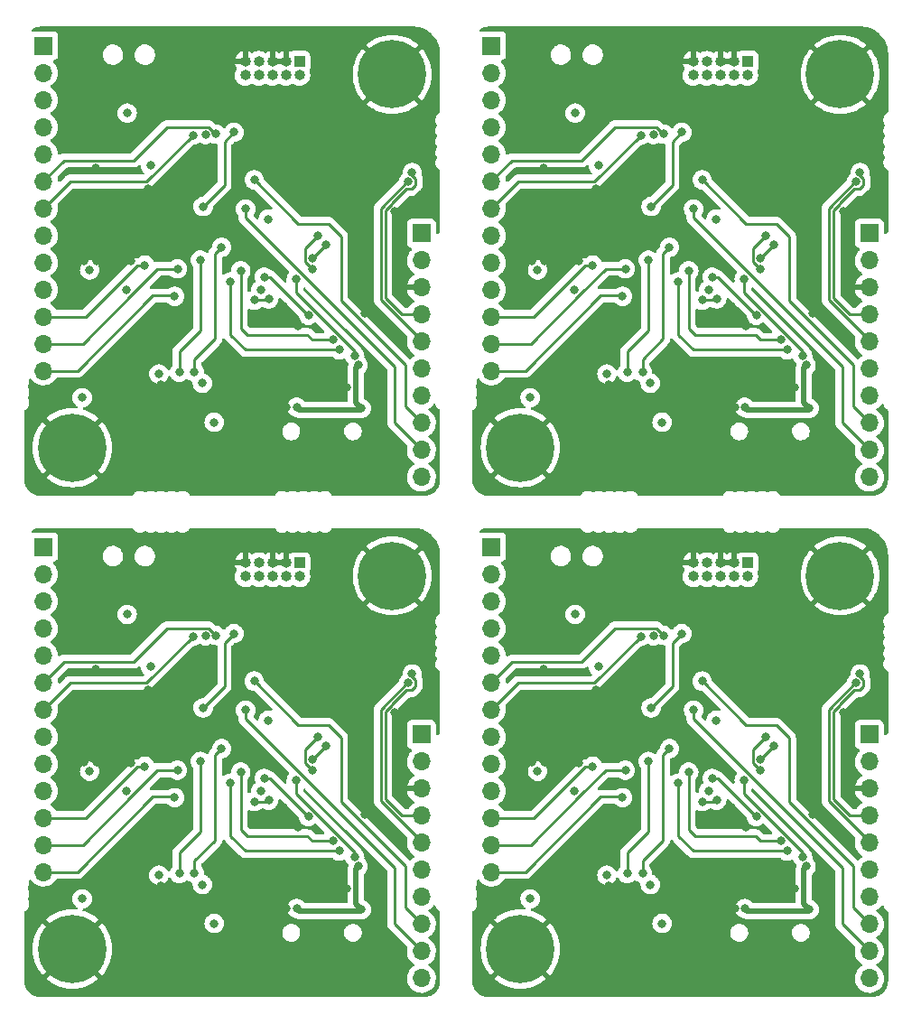
<source format=gbr>
%TF.GenerationSoftware,KiCad,Pcbnew,(6.0.11)*%
%TF.CreationDate,2023-02-14T10:47:04+13:00*%
%TF.ProjectId,stm32_panel,73746d33-325f-4706-916e-656c2e6b6963,rev?*%
%TF.SameCoordinates,Original*%
%TF.FileFunction,Copper,L4,Bot*%
%TF.FilePolarity,Positive*%
%FSLAX46Y46*%
G04 Gerber Fmt 4.6, Leading zero omitted, Abs format (unit mm)*
G04 Created by KiCad (PCBNEW (6.0.11)) date 2023-02-14 10:47:04*
%MOMM*%
%LPD*%
G01*
G04 APERTURE LIST*
%TA.AperFunction,ComponentPad*%
%ADD10R,1.700000X1.700000*%
%TD*%
%TA.AperFunction,ComponentPad*%
%ADD11O,1.700000X1.700000*%
%TD*%
%TA.AperFunction,ComponentPad*%
%ADD12R,1.000000X1.000000*%
%TD*%
%TA.AperFunction,ComponentPad*%
%ADD13O,1.000000X1.000000*%
%TD*%
%TA.AperFunction,ComponentPad*%
%ADD14C,0.800000*%
%TD*%
%TA.AperFunction,ComponentPad*%
%ADD15C,6.400000*%
%TD*%
%TA.AperFunction,ViaPad*%
%ADD16C,0.800000*%
%TD*%
%TA.AperFunction,Conductor*%
%ADD17C,0.293370*%
%TD*%
%TA.AperFunction,Conductor*%
%ADD18C,0.500000*%
%TD*%
G04 APERTURE END LIST*
D10*
%TO.P,J503,1,Pin_1*%
%TO.N,Board_1-+5V*%
X103740000Y-34890000D03*
D11*
%TO.P,J503,2,Pin_2*%
%TO.N,Board_1-+3V3*%
X103740000Y-37430000D03*
%TO.P,J503,3,Pin_3*%
%TO.N,Board_1-GND*%
X103740000Y-39970000D03*
%TO.P,J503,4,Pin_4*%
%TO.N,Board_1-MCU_CAN2H*%
X103740000Y-42510000D03*
%TO.P,J503,5,Pin_5*%
%TO.N,Board_1-MCU_CAN2L*%
X103740000Y-45050000D03*
%TO.P,J503,6,Pin_6*%
%TO.N,Board_1-MCU_UART4_TX*%
X103740000Y-47590000D03*
%TO.P,J503,7,Pin_7*%
%TO.N,Board_1-MCU_UART4_RX*%
X103740000Y-50130000D03*
%TO.P,J503,8,Pin_8*%
%TO.N,Board_1-MCU_USART3_TX*%
X103740000Y-52670000D03*
%TO.P,J503,9,Pin_9*%
%TO.N,Board_1-MCU_USART3_RX*%
X103740000Y-55210000D03*
%TO.P,J503,10,Pin_10*%
%TO.N,Board_1-SHIELD_STAT_LED*%
X103740000Y-57750000D03*
%TD*%
D12*
%TO.P,J301,1,Pin_1*%
%TO.N,Board_3-+3V3*%
X92300000Y-65800000D03*
D13*
%TO.P,J301,2,Pin_2*%
%TO.N,Board_3-/Microcontroller/CONN_SWDIO*%
X92300000Y-67070000D03*
%TO.P,J301,3,Pin_3*%
%TO.N,Board_3-GND*%
X91030000Y-65800000D03*
%TO.P,J301,4,Pin_4*%
%TO.N,Board_3-/Microcontroller/CONN_SWCLK*%
X91030000Y-67070000D03*
%TO.P,J301,5,Pin_5*%
%TO.N,Board_3-GND*%
X89760000Y-65800000D03*
%TO.P,J301,6,Pin_6*%
%TO.N,Board_3-/Microcontroller/CONN_SWO*%
X89760000Y-67070000D03*
%TO.P,J301,7,Pin_7*%
%TO.N,Board_3-unconnected-(J301-Pad7)*%
X88490000Y-65800000D03*
%TO.P,J301,8,Pin_8*%
%TO.N,Board_3-unconnected-(J301-Pad8)*%
X88490000Y-67070000D03*
%TO.P,J301,9,Pin_9*%
%TO.N,Board_3-GND*%
X87220000Y-65800000D03*
%TO.P,J301,10,Pin_10*%
%TO.N,Board_3-unconnected-(J301-Pad10)*%
X87220000Y-67070000D03*
%TD*%
D14*
%TO.P,H502,1,1*%
%TO.N,Board_2-GND*%
X31400000Y-102000000D03*
X30697056Y-100302944D03*
X27302944Y-100302944D03*
X30697056Y-103697056D03*
X27302944Y-103697056D03*
X29000000Y-99600000D03*
D15*
X29000000Y-102000000D03*
D14*
X26600000Y-102000000D03*
X29000000Y-104400000D03*
%TD*%
D10*
%TO.P,J505,1,Pin_1*%
%TO.N,Board_2-unconnected-(J505-Pad1)*%
X26300000Y-64300000D03*
D11*
%TO.P,J505,2,Pin_2*%
%TO.N,Board_2-+3V3*%
X26300000Y-66840000D03*
%TO.P,J505,3,Pin_3*%
%TO.N,Board_2-unconnected-(J505-Pad3)*%
X26300000Y-69380000D03*
%TO.P,J505,4,Pin_4*%
%TO.N,Board_2-MCU_CAN1_RX*%
X26300000Y-71920000D03*
%TO.P,J505,5,Pin_5*%
%TO.N,Board_2-MCU_CAN1_TX*%
X26300000Y-74460000D03*
%TO.P,J505,6,Pin_6*%
%TO.N,Board_2-MCU_I2C1_SCL*%
X26300000Y-77000000D03*
%TO.P,J505,7,Pin_7*%
%TO.N,Board_2-MCU_I2C1_SDA*%
X26300000Y-79540000D03*
%TO.P,J505,8,Pin_8*%
%TO.N,Board_2-MCU_SPI1_SCK*%
X26300000Y-82080000D03*
%TO.P,J505,9,Pin_9*%
%TO.N,Board_2-MCU_SPI1_MISO*%
X26300000Y-84620000D03*
%TO.P,J505,10,Pin_10*%
%TO.N,Board_2-MCU_SPI1_MOSI*%
X26300000Y-87160000D03*
%TO.P,J505,11,Pin_11*%
%TO.N,Board_2-10*%
X26300000Y-89700000D03*
%TO.P,J505,12,Pin_12*%
%TO.N,Board_2-11*%
X26300000Y-92240000D03*
%TO.P,J505,13,Pin_13*%
%TO.N,Board_2-16*%
X26300000Y-94780000D03*
%TD*%
D10*
%TO.P,J505,1,Pin_1*%
%TO.N,Board_3-unconnected-(J505-Pad1)*%
X68300000Y-64300000D03*
D11*
%TO.P,J505,2,Pin_2*%
%TO.N,Board_3-+3V3*%
X68300000Y-66840000D03*
%TO.P,J505,3,Pin_3*%
%TO.N,Board_3-unconnected-(J505-Pad3)*%
X68300000Y-69380000D03*
%TO.P,J505,4,Pin_4*%
%TO.N,Board_3-MCU_CAN1_RX*%
X68300000Y-71920000D03*
%TO.P,J505,5,Pin_5*%
%TO.N,Board_3-MCU_CAN1_TX*%
X68300000Y-74460000D03*
%TO.P,J505,6,Pin_6*%
%TO.N,Board_3-MCU_I2C1_SCL*%
X68300000Y-77000000D03*
%TO.P,J505,7,Pin_7*%
%TO.N,Board_3-MCU_I2C1_SDA*%
X68300000Y-79540000D03*
%TO.P,J505,8,Pin_8*%
%TO.N,Board_3-MCU_SPI1_SCK*%
X68300000Y-82080000D03*
%TO.P,J505,9,Pin_9*%
%TO.N,Board_3-MCU_SPI1_MISO*%
X68300000Y-84620000D03*
%TO.P,J505,10,Pin_10*%
%TO.N,Board_3-MCU_SPI1_MOSI*%
X68300000Y-87160000D03*
%TO.P,J505,11,Pin_11*%
%TO.N,Board_3-10*%
X68300000Y-89700000D03*
%TO.P,J505,12,Pin_12*%
%TO.N,Board_3-11*%
X68300000Y-92240000D03*
%TO.P,J505,13,Pin_13*%
%TO.N,Board_3-16*%
X68300000Y-94780000D03*
%TD*%
D14*
%TO.P,H501,1,1*%
%TO.N,Board_0-GND*%
X59000000Y-22400000D03*
X61400000Y-20000000D03*
X60697056Y-21697056D03*
X56600000Y-20000000D03*
X57302944Y-18302944D03*
D15*
X59000000Y-20000000D03*
D14*
X57302944Y-21697056D03*
X60697056Y-18302944D03*
X59000000Y-17600000D03*
%TD*%
D15*
%TO.P,H502,1,1*%
%TO.N,Board_0-GND*%
X29000000Y-55000000D03*
D14*
X30697056Y-53302944D03*
X26600000Y-55000000D03*
X29000000Y-52600000D03*
X27302944Y-56697056D03*
X30697056Y-56697056D03*
X29000000Y-57400000D03*
X31400000Y-55000000D03*
X27302944Y-53302944D03*
%TD*%
D10*
%TO.P,J505,1,Pin_1*%
%TO.N,Board_0-unconnected-(J505-Pad1)*%
X26300000Y-17300000D03*
D11*
%TO.P,J505,2,Pin_2*%
%TO.N,Board_0-+3V3*%
X26300000Y-19840000D03*
%TO.P,J505,3,Pin_3*%
%TO.N,Board_0-unconnected-(J505-Pad3)*%
X26300000Y-22380000D03*
%TO.P,J505,4,Pin_4*%
%TO.N,Board_0-MCU_CAN1_RX*%
X26300000Y-24920000D03*
%TO.P,J505,5,Pin_5*%
%TO.N,Board_0-MCU_CAN1_TX*%
X26300000Y-27460000D03*
%TO.P,J505,6,Pin_6*%
%TO.N,Board_0-MCU_I2C1_SCL*%
X26300000Y-30000000D03*
%TO.P,J505,7,Pin_7*%
%TO.N,Board_0-MCU_I2C1_SDA*%
X26300000Y-32540000D03*
%TO.P,J505,8,Pin_8*%
%TO.N,Board_0-MCU_SPI1_SCK*%
X26300000Y-35080000D03*
%TO.P,J505,9,Pin_9*%
%TO.N,Board_0-MCU_SPI1_MISO*%
X26300000Y-37620000D03*
%TO.P,J505,10,Pin_10*%
%TO.N,Board_0-MCU_SPI1_MOSI*%
X26300000Y-40160000D03*
%TO.P,J505,11,Pin_11*%
%TO.N,Board_0-10*%
X26300000Y-42700000D03*
%TO.P,J505,12,Pin_12*%
%TO.N,Board_0-11*%
X26300000Y-45240000D03*
%TO.P,J505,13,Pin_13*%
%TO.N,Board_0-16*%
X26300000Y-47780000D03*
%TD*%
D10*
%TO.P,J503,1,Pin_1*%
%TO.N,Board_0-+5V*%
X61740000Y-34890000D03*
D11*
%TO.P,J503,2,Pin_2*%
%TO.N,Board_0-+3V3*%
X61740000Y-37430000D03*
%TO.P,J503,3,Pin_3*%
%TO.N,Board_0-GND*%
X61740000Y-39970000D03*
%TO.P,J503,4,Pin_4*%
%TO.N,Board_0-MCU_CAN2H*%
X61740000Y-42510000D03*
%TO.P,J503,5,Pin_5*%
%TO.N,Board_0-MCU_CAN2L*%
X61740000Y-45050000D03*
%TO.P,J503,6,Pin_6*%
%TO.N,Board_0-MCU_UART4_TX*%
X61740000Y-47590000D03*
%TO.P,J503,7,Pin_7*%
%TO.N,Board_0-MCU_UART4_RX*%
X61740000Y-50130000D03*
%TO.P,J503,8,Pin_8*%
%TO.N,Board_0-MCU_USART3_TX*%
X61740000Y-52670000D03*
%TO.P,J503,9,Pin_9*%
%TO.N,Board_0-MCU_USART3_RX*%
X61740000Y-55210000D03*
%TO.P,J503,10,Pin_10*%
%TO.N,Board_0-SHIELD_STAT_LED*%
X61740000Y-57750000D03*
%TD*%
D14*
%TO.P,H501,1,1*%
%TO.N,Board_2-GND*%
X57302944Y-68697056D03*
X60697056Y-68697056D03*
X59000000Y-69400000D03*
X57302944Y-65302944D03*
X60697056Y-65302944D03*
X61400000Y-67000000D03*
X59000000Y-64600000D03*
D15*
X59000000Y-67000000D03*
D14*
X56600000Y-67000000D03*
%TD*%
D10*
%TO.P,J505,1,Pin_1*%
%TO.N,Board_1-unconnected-(J505-Pad1)*%
X68300000Y-17300000D03*
D11*
%TO.P,J505,2,Pin_2*%
%TO.N,Board_1-+3V3*%
X68300000Y-19840000D03*
%TO.P,J505,3,Pin_3*%
%TO.N,Board_1-unconnected-(J505-Pad3)*%
X68300000Y-22380000D03*
%TO.P,J505,4,Pin_4*%
%TO.N,Board_1-MCU_CAN1_RX*%
X68300000Y-24920000D03*
%TO.P,J505,5,Pin_5*%
%TO.N,Board_1-MCU_CAN1_TX*%
X68300000Y-27460000D03*
%TO.P,J505,6,Pin_6*%
%TO.N,Board_1-MCU_I2C1_SCL*%
X68300000Y-30000000D03*
%TO.P,J505,7,Pin_7*%
%TO.N,Board_1-MCU_I2C1_SDA*%
X68300000Y-32540000D03*
%TO.P,J505,8,Pin_8*%
%TO.N,Board_1-MCU_SPI1_SCK*%
X68300000Y-35080000D03*
%TO.P,J505,9,Pin_9*%
%TO.N,Board_1-MCU_SPI1_MISO*%
X68300000Y-37620000D03*
%TO.P,J505,10,Pin_10*%
%TO.N,Board_1-MCU_SPI1_MOSI*%
X68300000Y-40160000D03*
%TO.P,J505,11,Pin_11*%
%TO.N,Board_1-10*%
X68300000Y-42700000D03*
%TO.P,J505,12,Pin_12*%
%TO.N,Board_1-11*%
X68300000Y-45240000D03*
%TO.P,J505,13,Pin_13*%
%TO.N,Board_1-16*%
X68300000Y-47780000D03*
%TD*%
D12*
%TO.P,J301,1,Pin_1*%
%TO.N,Board_2-+3V3*%
X50300000Y-65800000D03*
D13*
%TO.P,J301,2,Pin_2*%
%TO.N,Board_2-/Microcontroller/CONN_SWDIO*%
X50300000Y-67070000D03*
%TO.P,J301,3,Pin_3*%
%TO.N,Board_2-GND*%
X49030000Y-65800000D03*
%TO.P,J301,4,Pin_4*%
%TO.N,Board_2-/Microcontroller/CONN_SWCLK*%
X49030000Y-67070000D03*
%TO.P,J301,5,Pin_5*%
%TO.N,Board_2-GND*%
X47760000Y-65800000D03*
%TO.P,J301,6,Pin_6*%
%TO.N,Board_2-/Microcontroller/CONN_SWO*%
X47760000Y-67070000D03*
%TO.P,J301,7,Pin_7*%
%TO.N,Board_2-unconnected-(J301-Pad7)*%
X46490000Y-65800000D03*
%TO.P,J301,8,Pin_8*%
%TO.N,Board_2-unconnected-(J301-Pad8)*%
X46490000Y-67070000D03*
%TO.P,J301,9,Pin_9*%
%TO.N,Board_2-GND*%
X45220000Y-65800000D03*
%TO.P,J301,10,Pin_10*%
%TO.N,Board_2-unconnected-(J301-Pad10)*%
X45220000Y-67070000D03*
%TD*%
D10*
%TO.P,J503,1,Pin_1*%
%TO.N,Board_2-+5V*%
X61740000Y-81890000D03*
D11*
%TO.P,J503,2,Pin_2*%
%TO.N,Board_2-+3V3*%
X61740000Y-84430000D03*
%TO.P,J503,3,Pin_3*%
%TO.N,Board_2-GND*%
X61740000Y-86970000D03*
%TO.P,J503,4,Pin_4*%
%TO.N,Board_2-MCU_CAN2H*%
X61740000Y-89510000D03*
%TO.P,J503,5,Pin_5*%
%TO.N,Board_2-MCU_CAN2L*%
X61740000Y-92050000D03*
%TO.P,J503,6,Pin_6*%
%TO.N,Board_2-MCU_UART4_TX*%
X61740000Y-94590000D03*
%TO.P,J503,7,Pin_7*%
%TO.N,Board_2-MCU_UART4_RX*%
X61740000Y-97130000D03*
%TO.P,J503,8,Pin_8*%
%TO.N,Board_2-MCU_USART3_TX*%
X61740000Y-99670000D03*
%TO.P,J503,9,Pin_9*%
%TO.N,Board_2-MCU_USART3_RX*%
X61740000Y-102210000D03*
%TO.P,J503,10,Pin_10*%
%TO.N,Board_2-SHIELD_STAT_LED*%
X61740000Y-104750000D03*
%TD*%
D14*
%TO.P,H501,1,1*%
%TO.N,Board_1-GND*%
X102697056Y-18302944D03*
D15*
X101000000Y-20000000D03*
D14*
X99302944Y-18302944D03*
X101000000Y-17600000D03*
X101000000Y-22400000D03*
X99302944Y-21697056D03*
X103400000Y-20000000D03*
X102697056Y-21697056D03*
X98600000Y-20000000D03*
%TD*%
%TO.P,H502,1,1*%
%TO.N,Board_3-GND*%
X69302944Y-100302944D03*
X71000000Y-99600000D03*
D15*
X71000000Y-102000000D03*
D14*
X72697056Y-103697056D03*
X72697056Y-100302944D03*
X68600000Y-102000000D03*
X73400000Y-102000000D03*
X71000000Y-104400000D03*
X69302944Y-103697056D03*
%TD*%
D12*
%TO.P,J301,1,Pin_1*%
%TO.N,Board_0-+3V3*%
X50300000Y-18800000D03*
D13*
%TO.P,J301,2,Pin_2*%
%TO.N,Board_0-/Microcontroller/CONN_SWDIO*%
X50300000Y-20070000D03*
%TO.P,J301,3,Pin_3*%
%TO.N,Board_0-GND*%
X49030000Y-18800000D03*
%TO.P,J301,4,Pin_4*%
%TO.N,Board_0-/Microcontroller/CONN_SWCLK*%
X49030000Y-20070000D03*
%TO.P,J301,5,Pin_5*%
%TO.N,Board_0-GND*%
X47760000Y-18800000D03*
%TO.P,J301,6,Pin_6*%
%TO.N,Board_0-/Microcontroller/CONN_SWO*%
X47760000Y-20070000D03*
%TO.P,J301,7,Pin_7*%
%TO.N,Board_0-unconnected-(J301-Pad7)*%
X46490000Y-18800000D03*
%TO.P,J301,8,Pin_8*%
%TO.N,Board_0-unconnected-(J301-Pad8)*%
X46490000Y-20070000D03*
%TO.P,J301,9,Pin_9*%
%TO.N,Board_0-GND*%
X45220000Y-18800000D03*
%TO.P,J301,10,Pin_10*%
%TO.N,Board_0-unconnected-(J301-Pad10)*%
X45220000Y-20070000D03*
%TD*%
D14*
%TO.P,H502,1,1*%
%TO.N,Board_1-GND*%
X71000000Y-57400000D03*
X69302944Y-53302944D03*
D15*
X71000000Y-55000000D03*
D14*
X73400000Y-55000000D03*
X71000000Y-52600000D03*
X69302944Y-56697056D03*
X68600000Y-55000000D03*
X72697056Y-53302944D03*
X72697056Y-56697056D03*
%TD*%
D10*
%TO.P,J503,1,Pin_1*%
%TO.N,Board_3-+5V*%
X103740000Y-81890000D03*
D11*
%TO.P,J503,2,Pin_2*%
%TO.N,Board_3-+3V3*%
X103740000Y-84430000D03*
%TO.P,J503,3,Pin_3*%
%TO.N,Board_3-GND*%
X103740000Y-86970000D03*
%TO.P,J503,4,Pin_4*%
%TO.N,Board_3-MCU_CAN2H*%
X103740000Y-89510000D03*
%TO.P,J503,5,Pin_5*%
%TO.N,Board_3-MCU_CAN2L*%
X103740000Y-92050000D03*
%TO.P,J503,6,Pin_6*%
%TO.N,Board_3-MCU_UART4_TX*%
X103740000Y-94590000D03*
%TO.P,J503,7,Pin_7*%
%TO.N,Board_3-MCU_UART4_RX*%
X103740000Y-97130000D03*
%TO.P,J503,8,Pin_8*%
%TO.N,Board_3-MCU_USART3_TX*%
X103740000Y-99670000D03*
%TO.P,J503,9,Pin_9*%
%TO.N,Board_3-MCU_USART3_RX*%
X103740000Y-102210000D03*
%TO.P,J503,10,Pin_10*%
%TO.N,Board_3-SHIELD_STAT_LED*%
X103740000Y-104750000D03*
%TD*%
D14*
%TO.P,H501,1,1*%
%TO.N,Board_3-GND*%
X101000000Y-64600000D03*
X99302944Y-65302944D03*
X101000000Y-69400000D03*
X99302944Y-68697056D03*
X98600000Y-67000000D03*
X102697056Y-68697056D03*
X103400000Y-67000000D03*
D15*
X101000000Y-67000000D03*
D14*
X102697056Y-65302944D03*
%TD*%
D12*
%TO.P,J301,1,Pin_1*%
%TO.N,Board_1-+3V3*%
X92300000Y-18800000D03*
D13*
%TO.P,J301,2,Pin_2*%
%TO.N,Board_1-/Microcontroller/CONN_SWDIO*%
X92300000Y-20070000D03*
%TO.P,J301,3,Pin_3*%
%TO.N,Board_1-GND*%
X91030000Y-18800000D03*
%TO.P,J301,4,Pin_4*%
%TO.N,Board_1-/Microcontroller/CONN_SWCLK*%
X91030000Y-20070000D03*
%TO.P,J301,5,Pin_5*%
%TO.N,Board_1-GND*%
X89760000Y-18800000D03*
%TO.P,J301,6,Pin_6*%
%TO.N,Board_1-/Microcontroller/CONN_SWO*%
X89760000Y-20070000D03*
%TO.P,J301,7,Pin_7*%
%TO.N,Board_1-unconnected-(J301-Pad7)*%
X88490000Y-18800000D03*
%TO.P,J301,8,Pin_8*%
%TO.N,Board_1-unconnected-(J301-Pad8)*%
X88490000Y-20070000D03*
%TO.P,J301,9,Pin_9*%
%TO.N,Board_1-GND*%
X87220000Y-18800000D03*
%TO.P,J301,10,Pin_10*%
%TO.N,Board_1-unconnected-(J301-Pad10)*%
X87220000Y-20070000D03*
%TD*%
D16*
%TO.N,Board_0-+3V3*%
X41490000Y-25630000D03*
X34150000Y-23620000D03*
X29925000Y-50300000D03*
X37125000Y-48075000D03*
X46660000Y-40220000D03*
X34070000Y-40200000D03*
X41200000Y-48950000D03*
X36340000Y-28540000D03*
X30625000Y-38325000D03*
X47373500Y-33550000D03*
X42300000Y-52600000D03*
%TO.N,Board_0-/Microcontroller/MCU_BOOT0*%
X44145000Y-25420000D03*
X41270000Y-32380000D03*
%TO.N,Board_0-/Microcontroller/MCU_BOOT1*%
X46076815Y-41165000D03*
X47423185Y-41035000D03*
%TO.N,Board_0-/Microcontroller/MCU_LED_A*%
X47000000Y-39000000D03*
X51138986Y-42571014D03*
%TO.N,Board_0-10*%
X35800000Y-37875000D03*
%TO.N,Board_0-11*%
X38860000Y-38225000D03*
%TO.N,Board_0-16*%
X38590000Y-40800000D03*
%TO.N,Board_0-GND*%
X36075000Y-30725000D03*
X35400000Y-55850000D03*
X33516812Y-32075009D03*
X34216812Y-32975009D03*
X29316812Y-33085009D03*
X38385500Y-44240000D03*
X57580000Y-27260000D03*
X34500000Y-37525000D03*
X32316812Y-32075009D03*
X30116812Y-37475009D03*
X33516812Y-37475009D03*
X49100000Y-51200000D03*
X48815000Y-41740000D03*
X31607459Y-49609331D03*
X57600000Y-50800000D03*
X50900000Y-48350000D03*
X29975000Y-32125000D03*
X37283018Y-49115894D03*
X29316812Y-36685009D03*
X49945000Y-47990000D03*
X53410000Y-23850000D03*
X55705000Y-38580000D03*
X32516812Y-37475009D03*
X56400000Y-42400000D03*
X31161509Y-28741509D03*
X48925000Y-29955000D03*
X33775000Y-50745000D03*
X31316812Y-37475009D03*
X49620000Y-24780000D03*
X46273185Y-24625000D03*
X31116812Y-32075009D03*
X29316812Y-35485009D03*
X36550000Y-21465000D03*
X54700000Y-49350000D03*
X29316812Y-34285009D03*
X50175000Y-43600000D03*
X59260000Y-32810000D03*
X33525000Y-48230000D03*
X39095500Y-29838454D03*
%TO.N,Board_0-MCU_CAN2H*%
X60865109Y-29206595D03*
%TO.N,Board_0-MCU_CAN2L*%
X60513986Y-30063986D03*
%TO.N,Board_0-MCU_CAN2_RX*%
X52050000Y-35120000D03*
X51523499Y-38270000D03*
%TO.N,Board_0-MCU_CAN2_TX*%
X52810000Y-35950000D03*
X51523499Y-37210000D03*
%TO.N,Board_0-MCU_I2C1_SCL*%
X42415589Y-25588863D03*
%TO.N,Board_0-MCU_I2C1_SDA*%
X40335931Y-25685931D03*
%TO.N,Board_0-MCU_I2C3_SCL*%
X43000000Y-36200000D03*
X40464388Y-47890882D03*
%TO.N,Board_0-MCU_I2C3_SDA*%
X39040000Y-47912980D03*
X41000000Y-37400000D03*
%TO.N,Board_0-MCU_UART4_RX*%
X43800000Y-39443500D03*
X54050000Y-45815000D03*
%TO.N,Board_0-MCU_UART4_TX*%
X53448986Y-44881014D03*
X44800000Y-38400000D03*
%TO.N,Board_0-MCU_USART3_RX*%
X45250000Y-32600000D03*
%TO.N,Board_0-MCU_USART3_TX*%
X46060202Y-29874556D03*
%TO.N,Board_0-SHIELD_STAT_LED*%
X55474683Y-46382489D03*
X50000000Y-39200000D03*
%TO.N,Board_0-VBUS*%
X56100000Y-51300000D03*
X50050000Y-51200000D03*
X55800000Y-47250000D03*
%TO.N,Board_1-+3V3*%
X83490000Y-25630000D03*
X76150000Y-23620000D03*
X71925000Y-50300000D03*
X79125000Y-48075000D03*
X88660000Y-40220000D03*
X76070000Y-40200000D03*
X83200000Y-48950000D03*
X78340000Y-28540000D03*
X72625000Y-38325000D03*
X89373500Y-33550000D03*
X84300000Y-52600000D03*
%TO.N,Board_1-/Microcontroller/MCU_BOOT0*%
X86145000Y-25420000D03*
X83270000Y-32380000D03*
%TO.N,Board_1-/Microcontroller/MCU_BOOT1*%
X88076815Y-41165000D03*
X89423185Y-41035000D03*
%TO.N,Board_1-/Microcontroller/MCU_LED_A*%
X89000000Y-39000000D03*
X93138986Y-42571014D03*
%TO.N,Board_1-10*%
X77800000Y-37875000D03*
%TO.N,Board_1-11*%
X80860000Y-38225000D03*
%TO.N,Board_1-16*%
X80590000Y-40800000D03*
%TO.N,Board_1-GND*%
X78075000Y-30725000D03*
X77400000Y-55850000D03*
X75516812Y-32075009D03*
X76216812Y-32975009D03*
X71316812Y-33085009D03*
X80385500Y-44240000D03*
X99580000Y-27260000D03*
X76500000Y-37525000D03*
X74316812Y-32075009D03*
X72116812Y-37475009D03*
X75516812Y-37475009D03*
X91100000Y-51200000D03*
X90815000Y-41740000D03*
X73607459Y-49609331D03*
X99600000Y-50800000D03*
X92900000Y-48350000D03*
X71975000Y-32125000D03*
X79283018Y-49115894D03*
X71316812Y-36685009D03*
X91945000Y-47990000D03*
X95410000Y-23850000D03*
X97705000Y-38580000D03*
X74516812Y-37475009D03*
X98400000Y-42400000D03*
X73161509Y-28741509D03*
X90925000Y-29955000D03*
X75775000Y-50745000D03*
X73316812Y-37475009D03*
X91620000Y-24780000D03*
X88273185Y-24625000D03*
X73116812Y-32075009D03*
X71316812Y-35485009D03*
X78550000Y-21465000D03*
X96700000Y-49350000D03*
X71316812Y-34285009D03*
X92175000Y-43600000D03*
X101260000Y-32810000D03*
X75525000Y-48230000D03*
X81095500Y-29838454D03*
%TO.N,Board_1-MCU_CAN2H*%
X102865109Y-29206595D03*
%TO.N,Board_1-MCU_CAN2L*%
X102513986Y-30063986D03*
%TO.N,Board_1-MCU_CAN2_RX*%
X94050000Y-35120000D03*
X93523499Y-38270000D03*
%TO.N,Board_1-MCU_CAN2_TX*%
X94810000Y-35950000D03*
X93523499Y-37210000D03*
%TO.N,Board_1-MCU_I2C1_SCL*%
X84415589Y-25588863D03*
%TO.N,Board_1-MCU_I2C1_SDA*%
X82335931Y-25685931D03*
%TO.N,Board_1-MCU_I2C3_SCL*%
X85000000Y-36200000D03*
X82464388Y-47890882D03*
%TO.N,Board_1-MCU_I2C3_SDA*%
X81040000Y-47912980D03*
X83000000Y-37400000D03*
%TO.N,Board_1-MCU_UART4_RX*%
X85800000Y-39443500D03*
X96050000Y-45815000D03*
%TO.N,Board_1-MCU_UART4_TX*%
X95448986Y-44881014D03*
X86800000Y-38400000D03*
%TO.N,Board_1-MCU_USART3_RX*%
X87250000Y-32600000D03*
%TO.N,Board_1-MCU_USART3_TX*%
X88060202Y-29874556D03*
%TO.N,Board_1-SHIELD_STAT_LED*%
X97474683Y-46382489D03*
X92000000Y-39200000D03*
%TO.N,Board_1-VBUS*%
X98100000Y-51300000D03*
X92050000Y-51200000D03*
X97800000Y-47250000D03*
%TO.N,Board_2-+3V3*%
X41490000Y-72630000D03*
X34150000Y-70620000D03*
X29925000Y-97300000D03*
X37125000Y-95075000D03*
X46660000Y-87220000D03*
X34070000Y-87200000D03*
X41200000Y-95950000D03*
X36340000Y-75540000D03*
X30625000Y-85325000D03*
X47373500Y-80550000D03*
X42300000Y-99600000D03*
%TO.N,Board_2-/Microcontroller/MCU_BOOT0*%
X44145000Y-72420000D03*
X41270000Y-79380000D03*
%TO.N,Board_2-/Microcontroller/MCU_BOOT1*%
X46076815Y-88165000D03*
X47423185Y-88035000D03*
%TO.N,Board_2-/Microcontroller/MCU_LED_A*%
X47000000Y-86000000D03*
X51138986Y-89571014D03*
%TO.N,Board_2-10*%
X35800000Y-84875000D03*
%TO.N,Board_2-11*%
X38860000Y-85225000D03*
%TO.N,Board_2-16*%
X38590000Y-87800000D03*
%TO.N,Board_2-GND*%
X36075000Y-77725000D03*
X35400000Y-102850000D03*
X33516812Y-79075009D03*
X34216812Y-79975009D03*
X29316812Y-80085009D03*
X38385500Y-91240000D03*
X57580000Y-74260000D03*
X34500000Y-84525000D03*
X32316812Y-79075009D03*
X30116812Y-84475009D03*
X33516812Y-84475009D03*
X49100000Y-98200000D03*
X48815000Y-88740000D03*
X31607459Y-96609331D03*
X57600000Y-97800000D03*
X50900000Y-95350000D03*
X29975000Y-79125000D03*
X37283018Y-96115894D03*
X29316812Y-83685009D03*
X49945000Y-94990000D03*
X53410000Y-70850000D03*
X55705000Y-85580000D03*
X32516812Y-84475009D03*
X56400000Y-89400000D03*
X31161509Y-75741509D03*
X48925000Y-76955000D03*
X33775000Y-97745000D03*
X31316812Y-84475009D03*
X49620000Y-71780000D03*
X46273185Y-71625000D03*
X31116812Y-79075009D03*
X29316812Y-82485009D03*
X36550000Y-68465000D03*
X54700000Y-96350000D03*
X29316812Y-81285009D03*
X50175000Y-90600000D03*
X59260000Y-79810000D03*
X33525000Y-95230000D03*
X39095500Y-76838454D03*
%TO.N,Board_2-MCU_CAN2H*%
X60865109Y-76206595D03*
%TO.N,Board_2-MCU_CAN2L*%
X60513986Y-77063986D03*
%TO.N,Board_2-MCU_CAN2_RX*%
X52050000Y-82120000D03*
X51523499Y-85270000D03*
%TO.N,Board_2-MCU_CAN2_TX*%
X52810000Y-82950000D03*
X51523499Y-84210000D03*
%TO.N,Board_2-MCU_I2C1_SCL*%
X42415589Y-72588863D03*
%TO.N,Board_2-MCU_I2C1_SDA*%
X40335931Y-72685931D03*
%TO.N,Board_2-MCU_I2C3_SCL*%
X43000000Y-83200000D03*
X40464388Y-94890882D03*
%TO.N,Board_2-MCU_I2C3_SDA*%
X39040000Y-94912980D03*
X41000000Y-84400000D03*
%TO.N,Board_2-MCU_UART4_RX*%
X43800000Y-86443500D03*
X54050000Y-92815000D03*
%TO.N,Board_2-MCU_UART4_TX*%
X53448986Y-91881014D03*
X44800000Y-85400000D03*
%TO.N,Board_2-MCU_USART3_RX*%
X45250000Y-79600000D03*
%TO.N,Board_2-MCU_USART3_TX*%
X46060202Y-76874556D03*
%TO.N,Board_2-SHIELD_STAT_LED*%
X55474683Y-93382489D03*
X50000000Y-86200000D03*
%TO.N,Board_2-VBUS*%
X56100000Y-98300000D03*
X50050000Y-98200000D03*
X55800000Y-94250000D03*
%TO.N,Board_3-+3V3*%
X83490000Y-72630000D03*
X76150000Y-70620000D03*
X71925000Y-97300000D03*
X79125000Y-95075000D03*
X88660000Y-87220000D03*
X76070000Y-87200000D03*
X83200000Y-95950000D03*
X78340000Y-75540000D03*
X72625000Y-85325000D03*
X89373500Y-80550000D03*
X84300000Y-99600000D03*
%TO.N,Board_3-/Microcontroller/MCU_BOOT0*%
X86145000Y-72420000D03*
X83270000Y-79380000D03*
%TO.N,Board_3-/Microcontroller/MCU_BOOT1*%
X88076815Y-88165000D03*
X89423185Y-88035000D03*
%TO.N,Board_3-/Microcontroller/MCU_LED_A*%
X89000000Y-86000000D03*
X93138986Y-89571014D03*
%TO.N,Board_3-10*%
X77800000Y-84875000D03*
%TO.N,Board_3-11*%
X80860000Y-85225000D03*
%TO.N,Board_3-16*%
X80590000Y-87800000D03*
%TO.N,Board_3-GND*%
X78075000Y-77725000D03*
X77400000Y-102850000D03*
X75516812Y-79075009D03*
X76216812Y-79975009D03*
X71316812Y-80085009D03*
X80385500Y-91240000D03*
X99580000Y-74260000D03*
X76500000Y-84525000D03*
X74316812Y-79075009D03*
X72116812Y-84475009D03*
X75516812Y-84475009D03*
X91100000Y-98200000D03*
X90815000Y-88740000D03*
X73607459Y-96609331D03*
X99600000Y-97800000D03*
X92900000Y-95350000D03*
X71975000Y-79125000D03*
X79283018Y-96115894D03*
X71316812Y-83685009D03*
X91945000Y-94990000D03*
X95410000Y-70850000D03*
X97705000Y-85580000D03*
X74516812Y-84475009D03*
X98400000Y-89400000D03*
X73161509Y-75741509D03*
X90925000Y-76955000D03*
X75775000Y-97745000D03*
X73316812Y-84475009D03*
X91620000Y-71780000D03*
X88273185Y-71625000D03*
X73116812Y-79075009D03*
X71316812Y-82485009D03*
X78550000Y-68465000D03*
X96700000Y-96350000D03*
X71316812Y-81285009D03*
X92175000Y-90600000D03*
X101260000Y-79810000D03*
X75525000Y-95230000D03*
X81095500Y-76838454D03*
%TO.N,Board_3-MCU_CAN2H*%
X102865109Y-76206595D03*
%TO.N,Board_3-MCU_CAN2L*%
X102513986Y-77063986D03*
%TO.N,Board_3-MCU_CAN2_RX*%
X94050000Y-82120000D03*
X93523499Y-85270000D03*
%TO.N,Board_3-MCU_CAN2_TX*%
X94810000Y-82950000D03*
X93523499Y-84210000D03*
%TO.N,Board_3-MCU_I2C1_SCL*%
X84415589Y-72588863D03*
%TO.N,Board_3-MCU_I2C1_SDA*%
X82335931Y-72685931D03*
%TO.N,Board_3-MCU_I2C3_SCL*%
X85000000Y-83200000D03*
X82464388Y-94890882D03*
%TO.N,Board_3-MCU_I2C3_SDA*%
X81040000Y-94912980D03*
X83000000Y-84400000D03*
%TO.N,Board_3-MCU_UART4_RX*%
X85800000Y-86443500D03*
X96050000Y-92815000D03*
%TO.N,Board_3-MCU_UART4_TX*%
X95448986Y-91881014D03*
X86800000Y-85400000D03*
%TO.N,Board_3-MCU_USART3_RX*%
X87250000Y-79600000D03*
%TO.N,Board_3-MCU_USART3_TX*%
X88060202Y-76874556D03*
%TO.N,Board_3-SHIELD_STAT_LED*%
X97474683Y-93382489D03*
X92000000Y-86200000D03*
%TO.N,Board_3-VBUS*%
X98100000Y-98300000D03*
X92050000Y-98200000D03*
X97800000Y-94250000D03*
%TD*%
D17*
%TO.N,Board_0-/Microcontroller/MCU_BOOT0*%
X43261315Y-26303685D02*
X44145000Y-25420000D01*
X41270000Y-32380000D02*
X43261315Y-30388685D01*
X43261315Y-30388685D02*
X43261315Y-26303685D01*
%TO.N,Board_0-/Microcontroller/MCU_BOOT1*%
X47293185Y-41165000D02*
X47423185Y-41035000D01*
X46076815Y-41165000D02*
X47293185Y-41165000D01*
%TO.N,Board_0-/Microcontroller/MCU_LED_A*%
X47520000Y-39000000D02*
X51091014Y-42571014D01*
X47000000Y-39000000D02*
X47520000Y-39000000D01*
X51091014Y-42571014D02*
X51138986Y-42571014D01*
%TO.N,Board_0-10*%
X35800000Y-37875000D02*
X35102735Y-37875000D01*
X35102735Y-37875000D02*
X30277735Y-42700000D01*
X30277735Y-42700000D02*
X26300000Y-42700000D01*
%TO.N,Board_0-11*%
X34743685Y-40476315D02*
X36995000Y-38225000D01*
X36995000Y-38225000D02*
X38860000Y-38225000D01*
X26300000Y-45240000D02*
X29982735Y-45240000D01*
X34743685Y-40479050D02*
X34743685Y-40476315D01*
X29982735Y-45240000D02*
X34743685Y-40479050D01*
%TO.N,Board_0-16*%
X29460000Y-47780000D02*
X26300000Y-47780000D01*
X38590000Y-40800000D02*
X38516315Y-40726315D01*
X38516315Y-40726315D02*
X36513685Y-40726315D01*
X36513685Y-40726315D02*
X29460000Y-47780000D01*
%TO.N,Board_0-MCU_CAN2H*%
X58350370Y-40950370D02*
X59910000Y-42510000D01*
X60865109Y-29206595D02*
X60865109Y-29462374D01*
X60793036Y-30737671D02*
X60336821Y-30737671D01*
X58350370Y-32766895D02*
X58350370Y-40950370D01*
X58980950Y-32093542D02*
X58980950Y-32136315D01*
X58980950Y-32136315D02*
X58350370Y-32766895D01*
X61187671Y-29784936D02*
X61187671Y-30343036D01*
X59910000Y-42510000D02*
X61740000Y-42510000D01*
X60336821Y-30737671D02*
X58980950Y-32093542D01*
X60865109Y-29462374D02*
X61187671Y-29784936D01*
X61187671Y-30343036D02*
X60793036Y-30737671D01*
%TO.N,Board_0-MCU_CAN2L*%
X60416014Y-30063986D02*
X57930000Y-32550000D01*
X60513986Y-30063986D02*
X60416014Y-30063986D01*
X61740000Y-44940000D02*
X61740000Y-45050000D01*
X57930000Y-41130000D02*
X61740000Y-44940000D01*
X57930000Y-32550000D02*
X57930000Y-41130000D01*
%TO.N,Board_0-MCU_CAN2_RX*%
X51523499Y-38270000D02*
X50849814Y-37596315D01*
X50849814Y-37596315D02*
X50849814Y-36320186D01*
X50849814Y-36320186D02*
X52050000Y-35120000D01*
%TO.N,Board_0-MCU_CAN2_TX*%
X51550000Y-37210000D02*
X52810000Y-35950000D01*
X51523499Y-37210000D02*
X51550000Y-37210000D01*
%TO.N,Board_0-MCU_I2C1_SCL*%
X26300000Y-29990000D02*
X26300000Y-30000000D01*
X42415589Y-25588863D02*
X42177676Y-25350950D01*
X42163685Y-25350950D02*
X41762735Y-24950000D01*
X42177676Y-25350950D02*
X42163685Y-25350950D01*
X28240000Y-28050000D02*
X26300000Y-29990000D01*
X37870000Y-24950000D02*
X34770000Y-28050000D01*
X41762735Y-24950000D02*
X37870000Y-24950000D01*
X34770000Y-28050000D02*
X28240000Y-28050000D01*
%TO.N,Board_0-MCU_I2C1_SDA*%
X35970547Y-30051315D02*
X28788685Y-30051315D01*
X40335931Y-25685931D02*
X35970547Y-30051315D01*
X28788685Y-30051315D02*
X26300000Y-32540000D01*
%TO.N,Board_0-MCU_I2C3_SCL*%
X40464388Y-46735612D02*
X40464388Y-47890882D01*
X42400000Y-36800000D02*
X42400000Y-44800000D01*
X43000000Y-36200000D02*
X42400000Y-36800000D01*
X42400000Y-44800000D02*
X40464388Y-46735612D01*
%TO.N,Board_0-MCU_I2C3_SDA*%
X41000000Y-44000000D02*
X39040000Y-45960000D01*
X41000000Y-37400000D02*
X41000000Y-44000000D01*
X39040000Y-45960000D02*
X39040000Y-47912980D01*
%TO.N,Board_0-MCU_UART4_RX*%
X43800000Y-44400000D02*
X45215000Y-45815000D01*
X45215000Y-45815000D02*
X54050000Y-45815000D01*
X43800000Y-39443500D02*
X43800000Y-44400000D01*
%TO.N,Board_0-MCU_UART4_TX*%
X45430000Y-44430000D02*
X51047265Y-44430000D01*
X51047265Y-44430000D02*
X51498279Y-44881014D01*
X44800000Y-43800000D02*
X45430000Y-44430000D01*
X44800000Y-38400000D02*
X44800000Y-43800000D01*
X51498279Y-44881014D02*
X53448986Y-44881014D01*
%TO.N,Board_0-MCU_USART3_RX*%
X45250000Y-32600000D02*
X45250000Y-33450000D01*
X59200000Y-52670000D02*
X61740000Y-55210000D01*
X59200000Y-47400000D02*
X59200000Y-52670000D01*
X45250000Y-33450000D02*
X59200000Y-47400000D01*
%TO.N,Board_0-MCU_USART3_TX*%
X60200000Y-51130000D02*
X61740000Y-52670000D01*
X50185646Y-34000000D02*
X53000000Y-34000000D01*
X60200000Y-47200000D02*
X60200000Y-51130000D01*
X53000000Y-34000000D02*
X54200000Y-35200000D01*
X46060202Y-29874556D02*
X50185646Y-34000000D01*
X54200000Y-41200000D02*
X60200000Y-47200000D01*
X54200000Y-35200000D02*
X54200000Y-41200000D01*
%TO.N,Board_0-SHIELD_STAT_LED*%
X50000000Y-40480000D02*
X55474683Y-45954683D01*
X55474683Y-45954683D02*
X55474683Y-46382489D01*
X50000000Y-39200000D02*
X50000000Y-40480000D01*
D18*
%TO.N,Board_0-VBUS*%
X50050000Y-51200000D02*
X50277000Y-51427000D01*
X55600000Y-50800000D02*
X55600000Y-47450000D01*
X55973000Y-51427000D02*
X56100000Y-51300000D01*
X56100000Y-51300000D02*
X55600000Y-50800000D01*
X50277000Y-51427000D02*
X55973000Y-51427000D01*
X55600000Y-47450000D02*
X55800000Y-47250000D01*
D17*
%TO.N,Board_1-/Microcontroller/MCU_BOOT0*%
X85261315Y-26303685D02*
X86145000Y-25420000D01*
X83270000Y-32380000D02*
X85261315Y-30388685D01*
X85261315Y-30388685D02*
X85261315Y-26303685D01*
%TO.N,Board_1-/Microcontroller/MCU_BOOT1*%
X89293185Y-41165000D02*
X89423185Y-41035000D01*
X88076815Y-41165000D02*
X89293185Y-41165000D01*
%TO.N,Board_1-/Microcontroller/MCU_LED_A*%
X89520000Y-39000000D02*
X93091014Y-42571014D01*
X89000000Y-39000000D02*
X89520000Y-39000000D01*
X93091014Y-42571014D02*
X93138986Y-42571014D01*
%TO.N,Board_1-10*%
X77800000Y-37875000D02*
X77102735Y-37875000D01*
X77102735Y-37875000D02*
X72277735Y-42700000D01*
X72277735Y-42700000D02*
X68300000Y-42700000D01*
%TO.N,Board_1-11*%
X76743685Y-40476315D02*
X78995000Y-38225000D01*
X78995000Y-38225000D02*
X80860000Y-38225000D01*
X68300000Y-45240000D02*
X71982735Y-45240000D01*
X76743685Y-40479050D02*
X76743685Y-40476315D01*
X71982735Y-45240000D02*
X76743685Y-40479050D01*
%TO.N,Board_1-16*%
X71460000Y-47780000D02*
X68300000Y-47780000D01*
X80590000Y-40800000D02*
X80516315Y-40726315D01*
X80516315Y-40726315D02*
X78513685Y-40726315D01*
X78513685Y-40726315D02*
X71460000Y-47780000D01*
%TO.N,Board_1-MCU_CAN2H*%
X100350370Y-40950370D02*
X101910000Y-42510000D01*
X102865109Y-29206595D02*
X102865109Y-29462374D01*
X102793036Y-30737671D02*
X102336821Y-30737671D01*
X100350370Y-32766895D02*
X100350370Y-40950370D01*
X100980950Y-32093542D02*
X100980950Y-32136315D01*
X100980950Y-32136315D02*
X100350370Y-32766895D01*
X103187671Y-29784936D02*
X103187671Y-30343036D01*
X101910000Y-42510000D02*
X103740000Y-42510000D01*
X102336821Y-30737671D02*
X100980950Y-32093542D01*
X102865109Y-29462374D02*
X103187671Y-29784936D01*
X103187671Y-30343036D02*
X102793036Y-30737671D01*
%TO.N,Board_1-MCU_CAN2L*%
X102416014Y-30063986D02*
X99930000Y-32550000D01*
X102513986Y-30063986D02*
X102416014Y-30063986D01*
X103740000Y-44940000D02*
X103740000Y-45050000D01*
X99930000Y-41130000D02*
X103740000Y-44940000D01*
X99930000Y-32550000D02*
X99930000Y-41130000D01*
%TO.N,Board_1-MCU_CAN2_RX*%
X93523499Y-38270000D02*
X92849814Y-37596315D01*
X92849814Y-37596315D02*
X92849814Y-36320186D01*
X92849814Y-36320186D02*
X94050000Y-35120000D01*
%TO.N,Board_1-MCU_CAN2_TX*%
X93550000Y-37210000D02*
X94810000Y-35950000D01*
X93523499Y-37210000D02*
X93550000Y-37210000D01*
%TO.N,Board_1-MCU_I2C1_SCL*%
X68300000Y-29990000D02*
X68300000Y-30000000D01*
X84415589Y-25588863D02*
X84177676Y-25350950D01*
X84163685Y-25350950D02*
X83762735Y-24950000D01*
X84177676Y-25350950D02*
X84163685Y-25350950D01*
X70240000Y-28050000D02*
X68300000Y-29990000D01*
X79870000Y-24950000D02*
X76770000Y-28050000D01*
X83762735Y-24950000D02*
X79870000Y-24950000D01*
X76770000Y-28050000D02*
X70240000Y-28050000D01*
%TO.N,Board_1-MCU_I2C1_SDA*%
X77970547Y-30051315D02*
X70788685Y-30051315D01*
X82335931Y-25685931D02*
X77970547Y-30051315D01*
X70788685Y-30051315D02*
X68300000Y-32540000D01*
%TO.N,Board_1-MCU_I2C3_SCL*%
X82464388Y-46735612D02*
X82464388Y-47890882D01*
X84400000Y-36800000D02*
X84400000Y-44800000D01*
X85000000Y-36200000D02*
X84400000Y-36800000D01*
X84400000Y-44800000D02*
X82464388Y-46735612D01*
%TO.N,Board_1-MCU_I2C3_SDA*%
X83000000Y-44000000D02*
X81040000Y-45960000D01*
X83000000Y-37400000D02*
X83000000Y-44000000D01*
X81040000Y-45960000D02*
X81040000Y-47912980D01*
%TO.N,Board_1-MCU_UART4_RX*%
X85800000Y-44400000D02*
X87215000Y-45815000D01*
X87215000Y-45815000D02*
X96050000Y-45815000D01*
X85800000Y-39443500D02*
X85800000Y-44400000D01*
%TO.N,Board_1-MCU_UART4_TX*%
X87430000Y-44430000D02*
X93047265Y-44430000D01*
X93047265Y-44430000D02*
X93498279Y-44881014D01*
X86800000Y-43800000D02*
X87430000Y-44430000D01*
X86800000Y-38400000D02*
X86800000Y-43800000D01*
X93498279Y-44881014D02*
X95448986Y-44881014D01*
%TO.N,Board_1-MCU_USART3_RX*%
X87250000Y-32600000D02*
X87250000Y-33450000D01*
X101200000Y-52670000D02*
X103740000Y-55210000D01*
X101200000Y-47400000D02*
X101200000Y-52670000D01*
X87250000Y-33450000D02*
X101200000Y-47400000D01*
%TO.N,Board_1-MCU_USART3_TX*%
X102200000Y-51130000D02*
X103740000Y-52670000D01*
X92185646Y-34000000D02*
X95000000Y-34000000D01*
X102200000Y-47200000D02*
X102200000Y-51130000D01*
X95000000Y-34000000D02*
X96200000Y-35200000D01*
X88060202Y-29874556D02*
X92185646Y-34000000D01*
X96200000Y-41200000D02*
X102200000Y-47200000D01*
X96200000Y-35200000D02*
X96200000Y-41200000D01*
%TO.N,Board_1-SHIELD_STAT_LED*%
X92000000Y-40480000D02*
X97474683Y-45954683D01*
X97474683Y-45954683D02*
X97474683Y-46382489D01*
X92000000Y-39200000D02*
X92000000Y-40480000D01*
D18*
%TO.N,Board_1-VBUS*%
X92050000Y-51200000D02*
X92277000Y-51427000D01*
X97600000Y-50800000D02*
X97600000Y-47450000D01*
X97973000Y-51427000D02*
X98100000Y-51300000D01*
X98100000Y-51300000D02*
X97600000Y-50800000D01*
X92277000Y-51427000D02*
X97973000Y-51427000D01*
X97600000Y-47450000D02*
X97800000Y-47250000D01*
D17*
%TO.N,Board_2-/Microcontroller/MCU_BOOT0*%
X43261315Y-73303685D02*
X44145000Y-72420000D01*
X41270000Y-79380000D02*
X43261315Y-77388685D01*
X43261315Y-77388685D02*
X43261315Y-73303685D01*
%TO.N,Board_2-/Microcontroller/MCU_BOOT1*%
X47293185Y-88165000D02*
X47423185Y-88035000D01*
X46076815Y-88165000D02*
X47293185Y-88165000D01*
%TO.N,Board_2-/Microcontroller/MCU_LED_A*%
X47520000Y-86000000D02*
X51091014Y-89571014D01*
X47000000Y-86000000D02*
X47520000Y-86000000D01*
X51091014Y-89571014D02*
X51138986Y-89571014D01*
%TO.N,Board_2-10*%
X35800000Y-84875000D02*
X35102735Y-84875000D01*
X35102735Y-84875000D02*
X30277735Y-89700000D01*
X30277735Y-89700000D02*
X26300000Y-89700000D01*
%TO.N,Board_2-11*%
X34743685Y-87476315D02*
X36995000Y-85225000D01*
X36995000Y-85225000D02*
X38860000Y-85225000D01*
X26300000Y-92240000D02*
X29982735Y-92240000D01*
X34743685Y-87479050D02*
X34743685Y-87476315D01*
X29982735Y-92240000D02*
X34743685Y-87479050D01*
%TO.N,Board_2-16*%
X29460000Y-94780000D02*
X26300000Y-94780000D01*
X38590000Y-87800000D02*
X38516315Y-87726315D01*
X38516315Y-87726315D02*
X36513685Y-87726315D01*
X36513685Y-87726315D02*
X29460000Y-94780000D01*
%TO.N,Board_2-MCU_CAN2H*%
X58350370Y-87950370D02*
X59910000Y-89510000D01*
X60865109Y-76206595D02*
X60865109Y-76462374D01*
X60793036Y-77737671D02*
X60336821Y-77737671D01*
X58350370Y-79766895D02*
X58350370Y-87950370D01*
X58980950Y-79093542D02*
X58980950Y-79136315D01*
X58980950Y-79136315D02*
X58350370Y-79766895D01*
X61187671Y-76784936D02*
X61187671Y-77343036D01*
X59910000Y-89510000D02*
X61740000Y-89510000D01*
X60336821Y-77737671D02*
X58980950Y-79093542D01*
X60865109Y-76462374D02*
X61187671Y-76784936D01*
X61187671Y-77343036D02*
X60793036Y-77737671D01*
%TO.N,Board_2-MCU_CAN2L*%
X60416014Y-77063986D02*
X57930000Y-79550000D01*
X60513986Y-77063986D02*
X60416014Y-77063986D01*
X61740000Y-91940000D02*
X61740000Y-92050000D01*
X57930000Y-88130000D02*
X61740000Y-91940000D01*
X57930000Y-79550000D02*
X57930000Y-88130000D01*
%TO.N,Board_2-MCU_CAN2_RX*%
X51523499Y-85270000D02*
X50849814Y-84596315D01*
X50849814Y-84596315D02*
X50849814Y-83320186D01*
X50849814Y-83320186D02*
X52050000Y-82120000D01*
%TO.N,Board_2-MCU_CAN2_TX*%
X51550000Y-84210000D02*
X52810000Y-82950000D01*
X51523499Y-84210000D02*
X51550000Y-84210000D01*
%TO.N,Board_2-MCU_I2C1_SCL*%
X26300000Y-76990000D02*
X26300000Y-77000000D01*
X42415589Y-72588863D02*
X42177676Y-72350950D01*
X42163685Y-72350950D02*
X41762735Y-71950000D01*
X42177676Y-72350950D02*
X42163685Y-72350950D01*
X28240000Y-75050000D02*
X26300000Y-76990000D01*
X37870000Y-71950000D02*
X34770000Y-75050000D01*
X41762735Y-71950000D02*
X37870000Y-71950000D01*
X34770000Y-75050000D02*
X28240000Y-75050000D01*
%TO.N,Board_2-MCU_I2C1_SDA*%
X35970547Y-77051315D02*
X28788685Y-77051315D01*
X40335931Y-72685931D02*
X35970547Y-77051315D01*
X28788685Y-77051315D02*
X26300000Y-79540000D01*
%TO.N,Board_2-MCU_I2C3_SCL*%
X40464388Y-93735612D02*
X40464388Y-94890882D01*
X42400000Y-83800000D02*
X42400000Y-91800000D01*
X43000000Y-83200000D02*
X42400000Y-83800000D01*
X42400000Y-91800000D02*
X40464388Y-93735612D01*
%TO.N,Board_2-MCU_I2C3_SDA*%
X41000000Y-91000000D02*
X39040000Y-92960000D01*
X41000000Y-84400000D02*
X41000000Y-91000000D01*
X39040000Y-92960000D02*
X39040000Y-94912980D01*
%TO.N,Board_2-MCU_UART4_RX*%
X43800000Y-91400000D02*
X45215000Y-92815000D01*
X45215000Y-92815000D02*
X54050000Y-92815000D01*
X43800000Y-86443500D02*
X43800000Y-91400000D01*
%TO.N,Board_2-MCU_UART4_TX*%
X45430000Y-91430000D02*
X51047265Y-91430000D01*
X51047265Y-91430000D02*
X51498279Y-91881014D01*
X44800000Y-90800000D02*
X45430000Y-91430000D01*
X44800000Y-85400000D02*
X44800000Y-90800000D01*
X51498279Y-91881014D02*
X53448986Y-91881014D01*
%TO.N,Board_2-MCU_USART3_RX*%
X45250000Y-79600000D02*
X45250000Y-80450000D01*
X59200000Y-99670000D02*
X61740000Y-102210000D01*
X59200000Y-94400000D02*
X59200000Y-99670000D01*
X45250000Y-80450000D02*
X59200000Y-94400000D01*
%TO.N,Board_2-MCU_USART3_TX*%
X60200000Y-98130000D02*
X61740000Y-99670000D01*
X50185646Y-81000000D02*
X53000000Y-81000000D01*
X60200000Y-94200000D02*
X60200000Y-98130000D01*
X53000000Y-81000000D02*
X54200000Y-82200000D01*
X46060202Y-76874556D02*
X50185646Y-81000000D01*
X54200000Y-88200000D02*
X60200000Y-94200000D01*
X54200000Y-82200000D02*
X54200000Y-88200000D01*
%TO.N,Board_2-SHIELD_STAT_LED*%
X50000000Y-87480000D02*
X55474683Y-92954683D01*
X55474683Y-92954683D02*
X55474683Y-93382489D01*
X50000000Y-86200000D02*
X50000000Y-87480000D01*
D18*
%TO.N,Board_2-VBUS*%
X50050000Y-98200000D02*
X50277000Y-98427000D01*
X55600000Y-97800000D02*
X55600000Y-94450000D01*
X55973000Y-98427000D02*
X56100000Y-98300000D01*
X56100000Y-98300000D02*
X55600000Y-97800000D01*
X50277000Y-98427000D02*
X55973000Y-98427000D01*
X55600000Y-94450000D02*
X55800000Y-94250000D01*
D17*
%TO.N,Board_3-/Microcontroller/MCU_BOOT0*%
X85261315Y-73303685D02*
X86145000Y-72420000D01*
X83270000Y-79380000D02*
X85261315Y-77388685D01*
X85261315Y-77388685D02*
X85261315Y-73303685D01*
%TO.N,Board_3-/Microcontroller/MCU_BOOT1*%
X89293185Y-88165000D02*
X89423185Y-88035000D01*
X88076815Y-88165000D02*
X89293185Y-88165000D01*
%TO.N,Board_3-/Microcontroller/MCU_LED_A*%
X89520000Y-86000000D02*
X93091014Y-89571014D01*
X89000000Y-86000000D02*
X89520000Y-86000000D01*
X93091014Y-89571014D02*
X93138986Y-89571014D01*
%TO.N,Board_3-10*%
X77800000Y-84875000D02*
X77102735Y-84875000D01*
X77102735Y-84875000D02*
X72277735Y-89700000D01*
X72277735Y-89700000D02*
X68300000Y-89700000D01*
%TO.N,Board_3-11*%
X76743685Y-87476315D02*
X78995000Y-85225000D01*
X78995000Y-85225000D02*
X80860000Y-85225000D01*
X68300000Y-92240000D02*
X71982735Y-92240000D01*
X76743685Y-87479050D02*
X76743685Y-87476315D01*
X71982735Y-92240000D02*
X76743685Y-87479050D01*
%TO.N,Board_3-16*%
X71460000Y-94780000D02*
X68300000Y-94780000D01*
X80590000Y-87800000D02*
X80516315Y-87726315D01*
X80516315Y-87726315D02*
X78513685Y-87726315D01*
X78513685Y-87726315D02*
X71460000Y-94780000D01*
%TO.N,Board_3-MCU_CAN2H*%
X100350370Y-87950370D02*
X101910000Y-89510000D01*
X102865109Y-76206595D02*
X102865109Y-76462374D01*
X102793036Y-77737671D02*
X102336821Y-77737671D01*
X100350370Y-79766895D02*
X100350370Y-87950370D01*
X100980950Y-79093542D02*
X100980950Y-79136315D01*
X100980950Y-79136315D02*
X100350370Y-79766895D01*
X103187671Y-76784936D02*
X103187671Y-77343036D01*
X101910000Y-89510000D02*
X103740000Y-89510000D01*
X102336821Y-77737671D02*
X100980950Y-79093542D01*
X102865109Y-76462374D02*
X103187671Y-76784936D01*
X103187671Y-77343036D02*
X102793036Y-77737671D01*
%TO.N,Board_3-MCU_CAN2L*%
X102416014Y-77063986D02*
X99930000Y-79550000D01*
X102513986Y-77063986D02*
X102416014Y-77063986D01*
X103740000Y-91940000D02*
X103740000Y-92050000D01*
X99930000Y-88130000D02*
X103740000Y-91940000D01*
X99930000Y-79550000D02*
X99930000Y-88130000D01*
%TO.N,Board_3-MCU_CAN2_RX*%
X93523499Y-85270000D02*
X92849814Y-84596315D01*
X92849814Y-84596315D02*
X92849814Y-83320186D01*
X92849814Y-83320186D02*
X94050000Y-82120000D01*
%TO.N,Board_3-MCU_CAN2_TX*%
X93550000Y-84210000D02*
X94810000Y-82950000D01*
X93523499Y-84210000D02*
X93550000Y-84210000D01*
%TO.N,Board_3-MCU_I2C1_SCL*%
X68300000Y-76990000D02*
X68300000Y-77000000D01*
X84415589Y-72588863D02*
X84177676Y-72350950D01*
X84163685Y-72350950D02*
X83762735Y-71950000D01*
X84177676Y-72350950D02*
X84163685Y-72350950D01*
X70240000Y-75050000D02*
X68300000Y-76990000D01*
X79870000Y-71950000D02*
X76770000Y-75050000D01*
X83762735Y-71950000D02*
X79870000Y-71950000D01*
X76770000Y-75050000D02*
X70240000Y-75050000D01*
%TO.N,Board_3-MCU_I2C1_SDA*%
X77970547Y-77051315D02*
X70788685Y-77051315D01*
X82335931Y-72685931D02*
X77970547Y-77051315D01*
X70788685Y-77051315D02*
X68300000Y-79540000D01*
%TO.N,Board_3-MCU_I2C3_SCL*%
X82464388Y-93735612D02*
X82464388Y-94890882D01*
X84400000Y-83800000D02*
X84400000Y-91800000D01*
X85000000Y-83200000D02*
X84400000Y-83800000D01*
X84400000Y-91800000D02*
X82464388Y-93735612D01*
%TO.N,Board_3-MCU_I2C3_SDA*%
X83000000Y-91000000D02*
X81040000Y-92960000D01*
X83000000Y-84400000D02*
X83000000Y-91000000D01*
X81040000Y-92960000D02*
X81040000Y-94912980D01*
%TO.N,Board_3-MCU_UART4_RX*%
X85800000Y-91400000D02*
X87215000Y-92815000D01*
X87215000Y-92815000D02*
X96050000Y-92815000D01*
X85800000Y-86443500D02*
X85800000Y-91400000D01*
%TO.N,Board_3-MCU_UART4_TX*%
X87430000Y-91430000D02*
X93047265Y-91430000D01*
X93047265Y-91430000D02*
X93498279Y-91881014D01*
X86800000Y-90800000D02*
X87430000Y-91430000D01*
X86800000Y-85400000D02*
X86800000Y-90800000D01*
X93498279Y-91881014D02*
X95448986Y-91881014D01*
%TO.N,Board_3-MCU_USART3_RX*%
X87250000Y-79600000D02*
X87250000Y-80450000D01*
X101200000Y-99670000D02*
X103740000Y-102210000D01*
X101200000Y-94400000D02*
X101200000Y-99670000D01*
X87250000Y-80450000D02*
X101200000Y-94400000D01*
%TO.N,Board_3-MCU_USART3_TX*%
X102200000Y-98130000D02*
X103740000Y-99670000D01*
X92185646Y-81000000D02*
X95000000Y-81000000D01*
X102200000Y-94200000D02*
X102200000Y-98130000D01*
X95000000Y-81000000D02*
X96200000Y-82200000D01*
X88060202Y-76874556D02*
X92185646Y-81000000D01*
X96200000Y-88200000D02*
X102200000Y-94200000D01*
X96200000Y-82200000D02*
X96200000Y-88200000D01*
%TO.N,Board_3-SHIELD_STAT_LED*%
X92000000Y-87480000D02*
X97474683Y-92954683D01*
X97474683Y-92954683D02*
X97474683Y-93382489D01*
X92000000Y-86200000D02*
X92000000Y-87480000D01*
D18*
%TO.N,Board_3-VBUS*%
X92050000Y-98200000D02*
X92277000Y-98427000D01*
X97600000Y-97800000D02*
X97600000Y-94450000D01*
X97973000Y-98427000D02*
X98100000Y-98300000D01*
X98100000Y-98300000D02*
X97600000Y-97800000D01*
X92277000Y-98427000D02*
X97973000Y-98427000D01*
X97600000Y-94450000D02*
X97800000Y-94250000D01*
%TD*%
%TA.AperFunction,Conductor*%
%TO.N,Board_0-GND*%
G36*
X60991299Y-15508510D02*
G01*
X60992950Y-15508531D01*
X60995861Y-15508568D01*
X60997442Y-15508598D01*
X61089007Y-15510918D01*
X61118523Y-15511666D01*
X61121694Y-15511788D01*
X61130695Y-15512244D01*
X61133823Y-15512443D01*
X61208570Y-15518135D01*
X61244370Y-15520861D01*
X61247538Y-15521142D01*
X61249111Y-15521302D01*
X61256521Y-15522055D01*
X61259645Y-15522413D01*
X61369675Y-15536427D01*
X61372783Y-15536863D01*
X61381720Y-15538231D01*
X61384829Y-15538748D01*
X61493920Y-15558302D01*
X61496985Y-15558891D01*
X61505896Y-15560721D01*
X61508976Y-15561395D01*
X61616950Y-15586451D01*
X61620047Y-15587212D01*
X61628819Y-15589483D01*
X61631902Y-15590323D01*
X61738420Y-15620802D01*
X61741476Y-15621718D01*
X61750066Y-15624413D01*
X61753097Y-15625407D01*
X61857958Y-15661250D01*
X61860940Y-15662311D01*
X61869459Y-15665466D01*
X61872440Y-15666613D01*
X61975365Y-15707727D01*
X61978238Y-15708917D01*
X61986519Y-15712470D01*
X61989427Y-15713762D01*
X62090201Y-15760065D01*
X62093084Y-15761434D01*
X62101153Y-15765392D01*
X62104002Y-15766835D01*
X62202245Y-15818153D01*
X62205056Y-15819667D01*
X62212902Y-15824022D01*
X62215673Y-15825606D01*
X62249656Y-15845611D01*
X62300311Y-15875430D01*
X62311230Y-15881858D01*
X62313935Y-15883497D01*
X62320524Y-15887604D01*
X62321560Y-15888250D01*
X62324211Y-15889949D01*
X62416871Y-15951017D01*
X62419449Y-15952764D01*
X62426828Y-15957900D01*
X62429418Y-15959751D01*
X62518781Y-16025372D01*
X62521312Y-16027281D01*
X62528445Y-16032803D01*
X62530927Y-16034775D01*
X62568352Y-16065291D01*
X62616815Y-16104807D01*
X62619263Y-16106855D01*
X62626088Y-16112714D01*
X62628484Y-16114824D01*
X62701439Y-16180735D01*
X62710734Y-16189133D01*
X62713078Y-16191305D01*
X62719598Y-16197503D01*
X62721881Y-16199730D01*
X62800264Y-16278113D01*
X62802453Y-16280357D01*
X62808716Y-16286946D01*
X62810860Y-16289260D01*
X62885190Y-16371532D01*
X62887283Y-16373908D01*
X62893141Y-16380732D01*
X62895184Y-16383174D01*
X62965228Y-16469076D01*
X62967220Y-16471584D01*
X62972718Y-16478688D01*
X62974594Y-16481175D01*
X63040267Y-16570607D01*
X63042085Y-16573152D01*
X63047240Y-16580558D01*
X63049015Y-16583178D01*
X63074539Y-16621906D01*
X63110046Y-16675783D01*
X63111765Y-16678465D01*
X63116497Y-16686056D01*
X63118146Y-16688776D01*
X63174398Y-16784332D01*
X63175952Y-16787053D01*
X63180356Y-16794988D01*
X63181866Y-16797791D01*
X63233179Y-16896024D01*
X63234571Y-16898774D01*
X63238577Y-16906938D01*
X63239945Y-16909819D01*
X63286220Y-17010533D01*
X63287517Y-17013453D01*
X63291070Y-17021733D01*
X63292284Y-17024665D01*
X63311709Y-17073294D01*
X63333391Y-17127572D01*
X63334541Y-17130561D01*
X63337682Y-17139044D01*
X63338744Y-17142027D01*
X63373277Y-17243052D01*
X63374595Y-17246909D01*
X63375593Y-17249954D01*
X63378276Y-17258508D01*
X63379188Y-17261550D01*
X63405606Y-17353870D01*
X63409682Y-17368116D01*
X63410522Y-17371199D01*
X63412790Y-17379959D01*
X63413551Y-17383059D01*
X63438601Y-17491011D01*
X63439271Y-17494074D01*
X63441104Y-17502993D01*
X63441692Y-17506050D01*
X63461246Y-17615145D01*
X63461771Y-17618304D01*
X63463139Y-17627238D01*
X63463581Y-17630390D01*
X63477579Y-17740296D01*
X63477942Y-17743467D01*
X63478855Y-17752445D01*
X63479138Y-17755625D01*
X63481870Y-17791500D01*
X63487336Y-17863265D01*
X63487551Y-17866093D01*
X63487754Y-17869293D01*
X63488213Y-17878364D01*
X63488334Y-17881540D01*
X63491402Y-18002609D01*
X63491432Y-18004189D01*
X63491490Y-18008722D01*
X63491500Y-18010334D01*
X63491500Y-23477188D01*
X63471498Y-23545309D01*
X63434586Y-23582559D01*
X63310148Y-23664144D01*
X63188510Y-23792547D01*
X63099674Y-23945490D01*
X63097553Y-23952494D01*
X63097551Y-23952498D01*
X63074861Y-24027415D01*
X63048405Y-24114767D01*
X63037453Y-24291298D01*
X63038693Y-24298514D01*
X63038693Y-24298516D01*
X63060975Y-24428188D01*
X63067406Y-24465614D01*
X63136657Y-24628364D01*
X63140994Y-24634257D01*
X63169971Y-24673633D01*
X63194237Y-24740354D01*
X63177443Y-24811600D01*
X63099674Y-24945490D01*
X63097553Y-24952494D01*
X63097551Y-24952498D01*
X63068492Y-25048444D01*
X63048405Y-25114767D01*
X63037453Y-25291298D01*
X63038693Y-25298514D01*
X63038693Y-25298516D01*
X63053594Y-25385233D01*
X63067406Y-25465614D01*
X63136657Y-25628364D01*
X63140994Y-25634257D01*
X63169971Y-25673633D01*
X63194237Y-25740354D01*
X63177443Y-25811600D01*
X63099674Y-25945490D01*
X63097553Y-25952494D01*
X63097551Y-25952498D01*
X63059094Y-26079476D01*
X63048405Y-26114767D01*
X63037453Y-26291298D01*
X63038693Y-26298514D01*
X63038693Y-26298516D01*
X63062580Y-26437530D01*
X63067406Y-26465614D01*
X63136657Y-26628364D01*
X63140994Y-26634257D01*
X63169971Y-26673633D01*
X63194237Y-26740354D01*
X63177443Y-26811600D01*
X63099674Y-26945490D01*
X63097553Y-26952494D01*
X63097551Y-26952498D01*
X63072750Y-27034386D01*
X63048405Y-27114767D01*
X63037453Y-27291298D01*
X63038693Y-27298514D01*
X63038693Y-27298516D01*
X63061192Y-27429452D01*
X63067406Y-27465614D01*
X63136657Y-27628364D01*
X63140994Y-27634257D01*
X63169971Y-27673633D01*
X63194237Y-27740354D01*
X63177443Y-27811600D01*
X63099674Y-27945490D01*
X63097553Y-27952494D01*
X63097551Y-27952498D01*
X63082239Y-28003056D01*
X63048405Y-28114767D01*
X63037453Y-28291298D01*
X63038693Y-28298514D01*
X63038693Y-28298516D01*
X63058791Y-28415477D01*
X63067406Y-28465614D01*
X63136657Y-28628364D01*
X63140990Y-28634252D01*
X63140993Y-28634257D01*
X63194860Y-28707453D01*
X63241492Y-28770818D01*
X63247070Y-28775557D01*
X63247073Y-28775560D01*
X63370706Y-28880594D01*
X63370710Y-28880597D01*
X63376285Y-28885333D01*
X63382805Y-28888662D01*
X63382806Y-28888663D01*
X63422800Y-28909085D01*
X63474373Y-28957878D01*
X63491500Y-29021302D01*
X63491500Y-34727188D01*
X63471498Y-34795309D01*
X63434585Y-34832560D01*
X63351335Y-34887141D01*
X63310148Y-34914144D01*
X63305249Y-34919315D01*
X63240233Y-34947635D01*
X63170148Y-34936295D01*
X63117319Y-34888865D01*
X63098500Y-34822621D01*
X63098500Y-33991866D01*
X63091745Y-33929684D01*
X63040615Y-33793295D01*
X62953261Y-33676739D01*
X62836705Y-33589385D01*
X62700316Y-33538255D01*
X62638134Y-33531500D01*
X60841866Y-33531500D01*
X60779684Y-33538255D01*
X60643295Y-33589385D01*
X60526739Y-33676739D01*
X60439385Y-33793295D01*
X60388255Y-33929684D01*
X60381500Y-33991866D01*
X60381500Y-35788134D01*
X60388255Y-35850316D01*
X60439385Y-35986705D01*
X60526739Y-36103261D01*
X60643295Y-36190615D01*
X60651704Y-36193767D01*
X60651705Y-36193768D01*
X60760451Y-36234535D01*
X60817216Y-36277176D01*
X60841916Y-36343738D01*
X60826709Y-36413087D01*
X60807316Y-36439568D01*
X60719745Y-36531206D01*
X60680629Y-36572138D01*
X60677715Y-36576410D01*
X60677714Y-36576411D01*
X60615929Y-36666985D01*
X60554743Y-36756680D01*
X60540956Y-36786382D01*
X60468535Y-36942401D01*
X60460688Y-36959305D01*
X60400989Y-37174570D01*
X60377251Y-37396695D01*
X60377548Y-37401848D01*
X60377548Y-37401851D01*
X60389085Y-37601945D01*
X60390110Y-37619715D01*
X60391247Y-37624761D01*
X60391248Y-37624767D01*
X60405929Y-37689908D01*
X60439222Y-37837639D01*
X60469832Y-37913023D01*
X60519391Y-38035072D01*
X60523266Y-38044616D01*
X60552837Y-38092872D01*
X60633806Y-38225001D01*
X60639987Y-38235088D01*
X60786250Y-38403938D01*
X60919938Y-38514928D01*
X60950885Y-38540620D01*
X60958126Y-38546632D01*
X60992388Y-38566653D01*
X61031955Y-38589774D01*
X61080679Y-38641412D01*
X61093750Y-38711195D01*
X61067019Y-38776967D01*
X61026562Y-38810327D01*
X61018457Y-38814546D01*
X61009738Y-38820036D01*
X60839433Y-38947905D01*
X60831726Y-38954748D01*
X60684590Y-39108717D01*
X60678104Y-39116727D01*
X60558098Y-39292649D01*
X60553000Y-39301623D01*
X60463338Y-39494783D01*
X60459775Y-39504470D01*
X60404389Y-39704183D01*
X60405912Y-39712607D01*
X60418292Y-39716000D01*
X61868000Y-39716000D01*
X61936121Y-39736002D01*
X61982614Y-39789658D01*
X61994000Y-39842000D01*
X61994000Y-40098000D01*
X61973998Y-40166121D01*
X61920342Y-40212614D01*
X61868000Y-40224000D01*
X60423225Y-40224000D01*
X60409694Y-40227973D01*
X60408257Y-40237966D01*
X60438565Y-40372446D01*
X60441645Y-40382275D01*
X60521770Y-40579603D01*
X60526413Y-40588794D01*
X60637694Y-40770388D01*
X60643777Y-40778699D01*
X60783213Y-40939667D01*
X60790580Y-40946883D01*
X60954434Y-41082916D01*
X60962881Y-41088831D01*
X61031969Y-41129203D01*
X61080693Y-41180842D01*
X61093764Y-41250625D01*
X61067033Y-41316396D01*
X61026584Y-41349752D01*
X61013607Y-41356507D01*
X61009474Y-41359610D01*
X61009471Y-41359612D01*
X60839100Y-41487530D01*
X60834965Y-41490635D01*
X60680629Y-41652138D01*
X60677715Y-41656410D01*
X60677714Y-41656411D01*
X60579888Y-41799819D01*
X60524977Y-41844822D01*
X60475800Y-41854815D01*
X60233576Y-41854815D01*
X60165455Y-41834813D01*
X60144481Y-41817910D01*
X59042460Y-40715888D01*
X59008434Y-40653576D01*
X59005555Y-40626793D01*
X59005555Y-33090471D01*
X59025557Y-33022350D01*
X59042460Y-33001376D01*
X59386515Y-32657321D01*
X59395235Y-32649386D01*
X59401900Y-32645156D01*
X59450177Y-32593746D01*
X59452931Y-32590905D01*
X59473382Y-32570454D01*
X59475815Y-32567318D01*
X59476081Y-32566976D01*
X59483774Y-32557970D01*
X59509794Y-32530260D01*
X59515218Y-32524484D01*
X59519036Y-32517540D01*
X59525474Y-32505830D01*
X59536328Y-32489306D01*
X59536938Y-32488520D01*
X59549378Y-32472482D01*
X59552527Y-32465206D01*
X59555700Y-32457875D01*
X59582241Y-32418823D01*
X60571303Y-31429761D01*
X60633615Y-31395735D01*
X60660398Y-31392856D01*
X60711418Y-31392856D01*
X60723183Y-31393411D01*
X60730888Y-31395133D01*
X60738813Y-31394884D01*
X60738814Y-31394884D01*
X60801353Y-31392918D01*
X60805312Y-31392856D01*
X60834255Y-31392856D01*
X60838598Y-31392308D01*
X60850428Y-31391376D01*
X60896344Y-31389932D01*
X60903954Y-31387721D01*
X60903962Y-31387720D01*
X60916792Y-31383993D01*
X60936144Y-31379985D01*
X60937271Y-31379843D01*
X60957269Y-31377316D01*
X60964641Y-31374397D01*
X60964642Y-31374397D01*
X60999983Y-31360405D01*
X61011213Y-31356560D01*
X61045258Y-31346669D01*
X61055309Y-31343749D01*
X61062136Y-31339711D01*
X61062139Y-31339710D01*
X61073631Y-31332913D01*
X61091386Y-31324215D01*
X61111182Y-31316377D01*
X61148340Y-31289380D01*
X61158252Y-31282869D01*
X61197795Y-31259483D01*
X61212847Y-31244431D01*
X61227881Y-31231590D01*
X61238691Y-31223736D01*
X61245105Y-31219076D01*
X61274378Y-31183691D01*
X61282368Y-31174910D01*
X61593251Y-30864028D01*
X61601961Y-30856104D01*
X61608621Y-30851877D01*
X61656883Y-30800483D01*
X61659637Y-30797642D01*
X61680103Y-30777176D01*
X61682791Y-30773711D01*
X61690500Y-30764684D01*
X61716515Y-30736981D01*
X61721939Y-30731205D01*
X61725758Y-30724259D01*
X61732200Y-30712542D01*
X61743052Y-30696022D01*
X61746978Y-30690960D01*
X61756098Y-30679203D01*
X61774337Y-30637056D01*
X61779559Y-30626397D01*
X61797868Y-30593093D01*
X61797870Y-30593088D01*
X61801688Y-30586143D01*
X61806985Y-30565511D01*
X61813386Y-30546818D01*
X61821841Y-30527280D01*
X61829027Y-30481911D01*
X61831434Y-30470289D01*
X61833171Y-30463525D01*
X61842856Y-30425805D01*
X61842856Y-30404516D01*
X61844407Y-30384805D01*
X61846497Y-30371609D01*
X61847737Y-30363780D01*
X61843415Y-30318059D01*
X61842856Y-30306201D01*
X61842856Y-29866561D01*
X61843411Y-29854789D01*
X61845133Y-29847085D01*
X61842918Y-29776607D01*
X61842856Y-29772649D01*
X61842856Y-29743717D01*
X61842306Y-29739361D01*
X61841377Y-29727548D01*
X61840182Y-29689549D01*
X61839933Y-29681629D01*
X61833993Y-29661183D01*
X61829986Y-29641836D01*
X61827316Y-29620703D01*
X61810411Y-29578005D01*
X61806566Y-29566776D01*
X61795961Y-29530274D01*
X61793750Y-29522663D01*
X61782911Y-29504336D01*
X61774211Y-29486578D01*
X61770527Y-29477272D01*
X61766377Y-29466791D01*
X61768936Y-29465778D01*
X61756494Y-29409359D01*
X61758017Y-29398475D01*
X61758651Y-29396523D01*
X61759850Y-29385120D01*
X61777923Y-29213160D01*
X61778613Y-29206595D01*
X61777059Y-29191807D01*
X61759341Y-29023230D01*
X61759341Y-29023228D01*
X61758651Y-29016667D01*
X61699636Y-28835039D01*
X61604149Y-28669651D01*
X61593921Y-28658291D01*
X61480784Y-28532640D01*
X61480783Y-28532639D01*
X61476362Y-28527729D01*
X61373872Y-28453265D01*
X61327203Y-28419358D01*
X61327202Y-28419357D01*
X61321861Y-28415477D01*
X61315833Y-28412793D01*
X61315831Y-28412792D01*
X61153428Y-28340486D01*
X61153427Y-28340486D01*
X61147397Y-28337801D01*
X61053996Y-28317948D01*
X60967053Y-28299467D01*
X60967048Y-28299467D01*
X60960596Y-28298095D01*
X60769622Y-28298095D01*
X60763170Y-28299467D01*
X60763165Y-28299467D01*
X60676221Y-28317948D01*
X60582821Y-28337801D01*
X60576791Y-28340486D01*
X60576790Y-28340486D01*
X60414387Y-28412792D01*
X60414385Y-28412793D01*
X60408357Y-28415477D01*
X60403016Y-28419357D01*
X60403015Y-28419358D01*
X60356346Y-28453265D01*
X60253856Y-28527729D01*
X60249435Y-28532639D01*
X60249434Y-28532640D01*
X60136298Y-28658291D01*
X60126069Y-28669651D01*
X60030582Y-28835039D01*
X59971567Y-29016667D01*
X59970877Y-29023228D01*
X59970877Y-29023230D01*
X59953159Y-29191807D01*
X59951605Y-29206595D01*
X59952295Y-29213160D01*
X59957966Y-29267119D01*
X59945194Y-29336957D01*
X59912126Y-29375866D01*
X59912984Y-29376819D01*
X59908077Y-29381237D01*
X59902733Y-29385120D01*
X59898312Y-29390030D01*
X59898311Y-29390031D01*
X59795391Y-29504336D01*
X59774946Y-29527042D01*
X59729760Y-29605307D01*
X59690089Y-29674019D01*
X59679459Y-29692430D01*
X59677417Y-29698715D01*
X59626733Y-29854704D01*
X59620444Y-29874058D01*
X59619754Y-29880623D01*
X59618187Y-29895532D01*
X59591174Y-29961189D01*
X59581972Y-29971457D01*
X57524425Y-32029003D01*
X57515715Y-32036929D01*
X57509050Y-32041159D01*
X57503623Y-32046938D01*
X57503622Y-32046939D01*
X57460789Y-32092552D01*
X57458034Y-32095394D01*
X57437568Y-32115860D01*
X57435134Y-32118998D01*
X57434878Y-32119327D01*
X57427168Y-32128355D01*
X57395732Y-32161831D01*
X57385477Y-32180485D01*
X57374626Y-32197004D01*
X57366431Y-32207568D01*
X57366429Y-32207571D01*
X57361572Y-32213833D01*
X57343327Y-32255996D01*
X57338110Y-32266644D01*
X57319800Y-32299949D01*
X57319799Y-32299952D01*
X57315983Y-32306893D01*
X57310687Y-32327519D01*
X57304284Y-32346219D01*
X57298978Y-32358479D01*
X57298976Y-32358486D01*
X57295830Y-32365756D01*
X57293574Y-32380000D01*
X57288644Y-32411125D01*
X57286239Y-32422738D01*
X57274815Y-32467231D01*
X57274815Y-32488520D01*
X57273264Y-32508231D01*
X57269934Y-32529256D01*
X57273500Y-32566976D01*
X57274256Y-32574979D01*
X57274815Y-32586836D01*
X57274815Y-41048382D01*
X57274260Y-41060147D01*
X57272538Y-41067852D01*
X57272787Y-41075777D01*
X57272787Y-41075778D01*
X57274753Y-41138317D01*
X57274815Y-41142276D01*
X57274815Y-41171219D01*
X57275363Y-41175556D01*
X57276295Y-41187392D01*
X57277739Y-41233308D01*
X57279950Y-41240918D01*
X57279951Y-41240926D01*
X57283678Y-41253756D01*
X57287686Y-41273108D01*
X57290355Y-41294233D01*
X57293274Y-41301605D01*
X57293274Y-41301606D01*
X57307266Y-41336947D01*
X57311111Y-41348177D01*
X57323922Y-41392273D01*
X57327960Y-41399100D01*
X57327961Y-41399103D01*
X57334758Y-41410595D01*
X57343456Y-41428350D01*
X57351294Y-41448146D01*
X57355957Y-41454564D01*
X57378291Y-41485305D01*
X57384802Y-41495216D01*
X57408188Y-41534759D01*
X57423240Y-41549811D01*
X57436080Y-41564844D01*
X57448595Y-41582069D01*
X57462779Y-41593803D01*
X57483992Y-41611352D01*
X57492771Y-41619342D01*
X60407002Y-44533573D01*
X60441028Y-44595885D01*
X60439324Y-44656340D01*
X60400989Y-44794570D01*
X60377251Y-45016695D01*
X60377548Y-45021848D01*
X60377548Y-45021851D01*
X60387138Y-45188169D01*
X60390110Y-45239715D01*
X60391247Y-45244761D01*
X60391248Y-45244767D01*
X60406949Y-45314434D01*
X60439222Y-45457639D01*
X60492748Y-45589459D01*
X60509660Y-45631107D01*
X60523266Y-45664616D01*
X60551046Y-45709949D01*
X60634466Y-45846078D01*
X60639987Y-45855088D01*
X60786250Y-46023938D01*
X60958126Y-46166632D01*
X61013730Y-46199124D01*
X61031445Y-46209476D01*
X61080169Y-46261114D01*
X61093240Y-46330897D01*
X61066509Y-46396669D01*
X61026055Y-46430027D01*
X61013607Y-46436507D01*
X61009474Y-46439610D01*
X61009471Y-46439612D01*
X60841981Y-46565367D01*
X60834965Y-46570635D01*
X60758965Y-46650164D01*
X60697443Y-46685593D01*
X60626531Y-46682136D01*
X60578778Y-46652207D01*
X57746372Y-43819800D01*
X54892090Y-40965518D01*
X54858064Y-40903206D01*
X54855185Y-40876423D01*
X54855185Y-35281607D01*
X54855739Y-35269851D01*
X54857461Y-35262148D01*
X54856668Y-35236899D01*
X54855247Y-35191702D01*
X54855185Y-35187744D01*
X54855185Y-35158781D01*
X54854635Y-35154428D01*
X54853703Y-35142592D01*
X54853347Y-35131241D01*
X54852261Y-35096692D01*
X54850050Y-35089080D01*
X54850049Y-35089076D01*
X54846322Y-35076244D01*
X54842314Y-35056892D01*
X54841736Y-35052320D01*
X54839645Y-35035767D01*
X54836726Y-35028394D01*
X54822734Y-34993053D01*
X54818889Y-34981823D01*
X54813948Y-34964817D01*
X54806078Y-34937727D01*
X54795242Y-34919405D01*
X54786542Y-34901647D01*
X54781626Y-34889229D01*
X54781625Y-34889228D01*
X54778706Y-34881854D01*
X54751709Y-34844695D01*
X54745198Y-34834784D01*
X54731220Y-34811149D01*
X54725848Y-34802065D01*
X54725847Y-34802064D01*
X54721812Y-34795241D01*
X54706760Y-34780189D01*
X54693919Y-34765155D01*
X54686064Y-34754344D01*
X54681405Y-34747931D01*
X54646008Y-34718648D01*
X54637229Y-34710658D01*
X53520997Y-33594425D01*
X53513071Y-33585715D01*
X53508841Y-33579050D01*
X53488075Y-33559549D01*
X53457448Y-33530789D01*
X53454606Y-33528034D01*
X53434140Y-33507568D01*
X53430983Y-33505120D01*
X53430673Y-33504878D01*
X53421645Y-33497168D01*
X53393946Y-33471157D01*
X53388169Y-33465732D01*
X53369515Y-33455477D01*
X53352996Y-33444626D01*
X53342432Y-33436431D01*
X53342429Y-33436429D01*
X53336167Y-33431572D01*
X53294004Y-33413327D01*
X53283356Y-33408110D01*
X53250051Y-33389800D01*
X53250048Y-33389799D01*
X53243107Y-33385983D01*
X53222481Y-33380687D01*
X53203781Y-33374284D01*
X53191521Y-33368978D01*
X53191514Y-33368976D01*
X53184244Y-33365830D01*
X53146959Y-33359925D01*
X53138875Y-33358644D01*
X53127262Y-33356239D01*
X53082769Y-33344815D01*
X53061480Y-33344815D01*
X53041769Y-33343264D01*
X53028573Y-33341174D01*
X53020744Y-33339934D01*
X52985516Y-33343264D01*
X52975021Y-33344256D01*
X52963164Y-33344815D01*
X50509222Y-33344815D01*
X50441101Y-33324813D01*
X50420127Y-33307910D01*
X47003722Y-29891504D01*
X46969696Y-29829192D01*
X46967507Y-29815579D01*
X46954434Y-29691191D01*
X46954434Y-29691189D01*
X46953744Y-29684628D01*
X46894729Y-29503000D01*
X46890572Y-29495799D01*
X46840665Y-29409359D01*
X46799242Y-29337612D01*
X46748278Y-29281010D01*
X46675877Y-29200601D01*
X46675876Y-29200600D01*
X46671455Y-29195690D01*
X46516954Y-29083438D01*
X46510926Y-29080754D01*
X46510924Y-29080753D01*
X46348521Y-29008447D01*
X46348520Y-29008447D01*
X46342490Y-29005762D01*
X46241863Y-28984373D01*
X46162146Y-28967428D01*
X46162141Y-28967428D01*
X46155689Y-28966056D01*
X45964715Y-28966056D01*
X45958263Y-28967428D01*
X45958258Y-28967428D01*
X45878541Y-28984373D01*
X45777914Y-29005762D01*
X45771884Y-29008447D01*
X45771883Y-29008447D01*
X45609480Y-29080753D01*
X45609478Y-29080754D01*
X45603450Y-29083438D01*
X45448949Y-29195690D01*
X45444528Y-29200600D01*
X45444527Y-29200601D01*
X45372127Y-29281010D01*
X45321162Y-29337612D01*
X45279739Y-29409359D01*
X45229833Y-29495799D01*
X45225675Y-29503000D01*
X45166660Y-29684628D01*
X45165970Y-29691189D01*
X45165970Y-29691191D01*
X45148515Y-29857272D01*
X45146698Y-29874556D01*
X45147388Y-29881121D01*
X45159883Y-30000000D01*
X45166660Y-30064484D01*
X45225675Y-30246112D01*
X45321162Y-30411500D01*
X45325580Y-30416407D01*
X45325581Y-30416408D01*
X45326905Y-30417878D01*
X45448949Y-30553422D01*
X45603450Y-30665674D01*
X45609478Y-30668358D01*
X45609480Y-30668359D01*
X45763609Y-30736981D01*
X45777914Y-30743350D01*
X45871315Y-30763203D01*
X45958258Y-30781684D01*
X45958263Y-30781684D01*
X45964715Y-30783056D01*
X45989941Y-30783056D01*
X46058062Y-30803058D01*
X46079036Y-30819961D01*
X47716294Y-32457219D01*
X47750320Y-32519531D01*
X47745255Y-32590346D01*
X47702708Y-32647182D01*
X47636188Y-32671993D01*
X47601003Y-32669561D01*
X47543419Y-32657321D01*
X47475444Y-32642872D01*
X47475439Y-32642872D01*
X47468987Y-32641500D01*
X47278013Y-32641500D01*
X47271561Y-32642872D01*
X47271556Y-32642872D01*
X47203581Y-32657321D01*
X47091212Y-32681206D01*
X47085182Y-32683891D01*
X47085181Y-32683891D01*
X46922778Y-32756197D01*
X46922776Y-32756198D01*
X46916748Y-32758882D01*
X46762247Y-32871134D01*
X46757826Y-32876044D01*
X46757825Y-32876045D01*
X46721000Y-32916944D01*
X46634460Y-33013056D01*
X46617858Y-33041811D01*
X46543203Y-33171118D01*
X46538973Y-33178444D01*
X46479958Y-33360072D01*
X46479268Y-33366633D01*
X46479268Y-33366635D01*
X46479022Y-33368978D01*
X46470163Y-33453264D01*
X46443151Y-33518919D01*
X46384930Y-33559549D01*
X46313985Y-33562252D01*
X46255759Y-33529187D01*
X46011460Y-33284888D01*
X45977434Y-33222576D01*
X45982499Y-33151761D01*
X45991433Y-33132799D01*
X46084527Y-32971556D01*
X46143542Y-32789928D01*
X46163504Y-32600000D01*
X46159087Y-32557970D01*
X46144232Y-32416635D01*
X46144232Y-32416633D01*
X46143542Y-32410072D01*
X46084527Y-32228444D01*
X45989040Y-32063056D01*
X45861253Y-31921134D01*
X45706752Y-31808882D01*
X45700724Y-31806198D01*
X45700722Y-31806197D01*
X45538319Y-31733891D01*
X45538318Y-31733891D01*
X45532288Y-31731206D01*
X45438888Y-31711353D01*
X45351944Y-31692872D01*
X45351939Y-31692872D01*
X45345487Y-31691500D01*
X45154513Y-31691500D01*
X45148061Y-31692872D01*
X45148056Y-31692872D01*
X45061112Y-31711353D01*
X44967712Y-31731206D01*
X44961682Y-31733891D01*
X44961681Y-31733891D01*
X44799278Y-31806197D01*
X44799276Y-31806198D01*
X44793248Y-31808882D01*
X44638747Y-31921134D01*
X44510960Y-32063056D01*
X44415473Y-32228444D01*
X44356458Y-32410072D01*
X44355768Y-32416633D01*
X44355768Y-32416635D01*
X44340913Y-32557970D01*
X44336496Y-32600000D01*
X44356458Y-32789928D01*
X44415473Y-32971556D01*
X44418776Y-32977278D01*
X44418777Y-32977279D01*
X44484129Y-33090471D01*
X44510960Y-33136944D01*
X44515382Y-33141855D01*
X44515384Y-33141858D01*
X44562451Y-33194132D01*
X44593169Y-33258139D01*
X44594815Y-33278442D01*
X44594815Y-33368382D01*
X44594260Y-33380147D01*
X44592538Y-33387852D01*
X44592787Y-33395777D01*
X44592787Y-33395778D01*
X44594753Y-33458317D01*
X44594815Y-33462276D01*
X44594815Y-33491219D01*
X44595363Y-33495556D01*
X44596295Y-33507392D01*
X44597739Y-33553308D01*
X44599950Y-33560918D01*
X44599951Y-33560926D01*
X44603678Y-33573756D01*
X44607686Y-33593108D01*
X44610355Y-33614233D01*
X44613274Y-33621605D01*
X44613274Y-33621606D01*
X44627266Y-33656947D01*
X44631111Y-33668177D01*
X44643922Y-33712273D01*
X44647960Y-33719100D01*
X44647961Y-33719103D01*
X44654758Y-33730595D01*
X44663456Y-33748350D01*
X44671294Y-33768146D01*
X44675957Y-33774564D01*
X44698291Y-33805305D01*
X44704802Y-33815216D01*
X44728188Y-33854759D01*
X44743240Y-33869811D01*
X44756080Y-33884844D01*
X44768595Y-33902069D01*
X44792151Y-33921556D01*
X44803992Y-33931352D01*
X44812771Y-33939342D01*
X49306954Y-38433526D01*
X49340980Y-38495838D01*
X49335915Y-38566653D01*
X49311495Y-38606931D01*
X49265937Y-38657529D01*
X49260960Y-38663056D01*
X49165473Y-38828444D01*
X49106458Y-39010072D01*
X49105768Y-39016633D01*
X49105768Y-39016635D01*
X49093485Y-39133500D01*
X49086496Y-39200000D01*
X49100471Y-39332958D01*
X49100972Y-39337729D01*
X49088200Y-39407568D01*
X49039698Y-39459415D01*
X48970865Y-39476809D01*
X48903555Y-39454228D01*
X48886567Y-39439995D01*
X48040997Y-38594425D01*
X48033071Y-38585715D01*
X48028841Y-38579050D01*
X48016231Y-38567208D01*
X47977448Y-38530789D01*
X47974606Y-38528034D01*
X47954140Y-38507568D01*
X47950983Y-38505120D01*
X47950673Y-38504878D01*
X47941645Y-38497168D01*
X47913946Y-38471157D01*
X47908169Y-38465732D01*
X47889515Y-38455477D01*
X47872996Y-38444626D01*
X47862432Y-38436431D01*
X47862429Y-38436429D01*
X47856167Y-38431572D01*
X47814004Y-38413327D01*
X47803356Y-38408110D01*
X47770051Y-38389800D01*
X47770048Y-38389799D01*
X47763107Y-38385983D01*
X47742481Y-38380687D01*
X47723781Y-38374284D01*
X47711521Y-38368978D01*
X47711514Y-38368976D01*
X47704244Y-38365830D01*
X47696417Y-38364590D01*
X47696416Y-38364590D01*
X47686793Y-38363066D01*
X47622640Y-38332654D01*
X47619087Y-38329117D01*
X47615674Y-38326044D01*
X47611253Y-38321134D01*
X47478938Y-38225001D01*
X47462094Y-38212763D01*
X47462093Y-38212762D01*
X47456752Y-38208882D01*
X47450724Y-38206198D01*
X47450722Y-38206197D01*
X47288319Y-38133891D01*
X47288318Y-38133891D01*
X47282288Y-38131206D01*
X47188887Y-38111353D01*
X47101944Y-38092872D01*
X47101939Y-38092872D01*
X47095487Y-38091500D01*
X46904513Y-38091500D01*
X46898061Y-38092872D01*
X46898056Y-38092872D01*
X46811113Y-38111353D01*
X46717712Y-38131206D01*
X46711682Y-38133891D01*
X46711681Y-38133891D01*
X46549278Y-38206197D01*
X46549276Y-38206198D01*
X46543248Y-38208882D01*
X46537907Y-38212762D01*
X46537906Y-38212763D01*
X46521062Y-38225001D01*
X46388747Y-38321134D01*
X46384326Y-38326044D01*
X46384325Y-38326045D01*
X46267780Y-38455482D01*
X46260960Y-38463056D01*
X46222395Y-38529853D01*
X46169247Y-38621908D01*
X46165473Y-38628444D01*
X46106458Y-38810072D01*
X46105768Y-38816633D01*
X46105768Y-38816635D01*
X46101006Y-38861944D01*
X46086496Y-39000000D01*
X46087186Y-39006565D01*
X46104035Y-39166870D01*
X46106458Y-39189928D01*
X46159468Y-39353075D01*
X46161496Y-39424041D01*
X46124833Y-39484839D01*
X46113700Y-39493943D01*
X46093664Y-39508500D01*
X46054722Y-39536793D01*
X46048747Y-39541134D01*
X45920960Y-39683056D01*
X45862686Y-39783990D01*
X45837368Y-39827842D01*
X45825473Y-39848444D01*
X45766458Y-40030072D01*
X45765768Y-40036633D01*
X45765768Y-40036635D01*
X45752159Y-40166121D01*
X45746496Y-40220000D01*
X45747186Y-40226565D01*
X45747186Y-40233171D01*
X45744711Y-40233171D01*
X45733965Y-40292000D01*
X45685474Y-40343856D01*
X45672665Y-40350462D01*
X45632434Y-40368374D01*
X45562067Y-40377808D01*
X45497770Y-40347702D01*
X45459956Y-40287613D01*
X45455185Y-40253267D01*
X45455185Y-39078442D01*
X45475187Y-39010321D01*
X45487549Y-38994132D01*
X45534616Y-38941858D01*
X45534618Y-38941855D01*
X45539040Y-38936944D01*
X45546476Y-38924066D01*
X45631223Y-38777279D01*
X45631224Y-38777278D01*
X45634527Y-38771556D01*
X45693542Y-38589928D01*
X45694686Y-38579050D01*
X45712814Y-38406565D01*
X45713504Y-38400000D01*
X45710569Y-38372072D01*
X45694232Y-38216635D01*
X45694232Y-38216633D01*
X45693542Y-38210072D01*
X45634527Y-38028444D01*
X45539040Y-37863056D01*
X45530386Y-37853444D01*
X45415675Y-37726045D01*
X45415674Y-37726044D01*
X45411253Y-37721134D01*
X45272055Y-37620000D01*
X45262094Y-37612763D01*
X45262093Y-37612762D01*
X45256752Y-37608882D01*
X45250724Y-37606198D01*
X45250722Y-37606197D01*
X45088319Y-37533891D01*
X45088318Y-37533891D01*
X45082288Y-37531206D01*
X44981238Y-37509727D01*
X44901944Y-37492872D01*
X44901939Y-37492872D01*
X44895487Y-37491500D01*
X44704513Y-37491500D01*
X44698061Y-37492872D01*
X44698056Y-37492872D01*
X44618762Y-37509727D01*
X44517712Y-37531206D01*
X44511682Y-37533891D01*
X44511681Y-37533891D01*
X44349278Y-37606197D01*
X44349276Y-37606198D01*
X44343248Y-37608882D01*
X44337907Y-37612762D01*
X44337906Y-37612763D01*
X44327945Y-37620000D01*
X44188747Y-37721134D01*
X44184326Y-37726044D01*
X44184325Y-37726045D01*
X44069615Y-37853444D01*
X44060960Y-37863056D01*
X43965473Y-38028444D01*
X43906458Y-38210072D01*
X43905768Y-38216633D01*
X43905768Y-38216635D01*
X43889431Y-38372072D01*
X43886496Y-38400000D01*
X43887186Y-38406565D01*
X43887186Y-38409000D01*
X43867184Y-38477121D01*
X43813528Y-38523614D01*
X43761186Y-38535000D01*
X43704513Y-38535000D01*
X43698061Y-38536372D01*
X43698056Y-38536372D01*
X43614646Y-38554102D01*
X43517712Y-38574706D01*
X43511682Y-38577391D01*
X43511681Y-38577391D01*
X43349278Y-38649697D01*
X43349276Y-38649698D01*
X43343248Y-38652382D01*
X43337907Y-38656262D01*
X43337906Y-38656263D01*
X43255246Y-38716319D01*
X43188378Y-38740178D01*
X43119226Y-38724097D01*
X43069746Y-38673183D01*
X43055185Y-38614383D01*
X43055185Y-37219100D01*
X43075187Y-37150979D01*
X43128843Y-37104486D01*
X43154988Y-37095854D01*
X43275822Y-37070169D01*
X43275827Y-37070167D01*
X43282288Y-37068794D01*
X43358800Y-37034729D01*
X43450722Y-36993803D01*
X43450724Y-36993802D01*
X43456752Y-36991118D01*
X43471243Y-36980590D01*
X43588489Y-36895405D01*
X43611253Y-36878866D01*
X43672504Y-36810840D01*
X43734621Y-36741852D01*
X43734622Y-36741851D01*
X43739040Y-36736944D01*
X43825542Y-36587119D01*
X43831223Y-36577279D01*
X43831224Y-36577278D01*
X43834527Y-36571556D01*
X43893542Y-36389928D01*
X43894759Y-36378355D01*
X43912814Y-36206565D01*
X43913504Y-36200000D01*
X43906771Y-36135942D01*
X43894232Y-36016635D01*
X43894232Y-36016633D01*
X43893542Y-36010072D01*
X43834527Y-35828444D01*
X43817640Y-35799194D01*
X43791418Y-35753777D01*
X43739040Y-35663056D01*
X43670067Y-35586453D01*
X43615675Y-35526045D01*
X43615674Y-35526044D01*
X43611253Y-35521134D01*
X43506639Y-35445127D01*
X43462094Y-35412763D01*
X43462093Y-35412762D01*
X43456752Y-35408882D01*
X43450724Y-35406198D01*
X43450722Y-35406197D01*
X43288319Y-35333891D01*
X43288318Y-35333891D01*
X43282288Y-35331206D01*
X43188887Y-35311353D01*
X43101944Y-35292872D01*
X43101939Y-35292872D01*
X43095487Y-35291500D01*
X42904513Y-35291500D01*
X42898061Y-35292872D01*
X42898056Y-35292872D01*
X42811113Y-35311353D01*
X42717712Y-35331206D01*
X42711682Y-35333891D01*
X42711681Y-35333891D01*
X42549278Y-35406197D01*
X42549276Y-35406198D01*
X42543248Y-35408882D01*
X42537907Y-35412762D01*
X42537906Y-35412763D01*
X42493361Y-35445127D01*
X42388747Y-35521134D01*
X42384326Y-35526044D01*
X42384325Y-35526045D01*
X42329934Y-35586453D01*
X42260960Y-35663056D01*
X42208582Y-35753777D01*
X42182361Y-35799194D01*
X42165473Y-35828444D01*
X42106458Y-36010072D01*
X42105768Y-36016633D01*
X42105768Y-36016635D01*
X42100189Y-36069721D01*
X42094733Y-36121636D01*
X42092695Y-36141023D01*
X42065682Y-36206680D01*
X42056480Y-36216948D01*
X41994425Y-36279003D01*
X41985715Y-36286929D01*
X41979050Y-36291159D01*
X41973623Y-36296938D01*
X41973622Y-36296939D01*
X41930789Y-36342552D01*
X41928034Y-36345394D01*
X41907568Y-36365860D01*
X41905134Y-36368998D01*
X41904878Y-36369327D01*
X41897168Y-36378355D01*
X41865732Y-36411831D01*
X41855477Y-36430485D01*
X41844626Y-36447004D01*
X41836431Y-36457568D01*
X41836429Y-36457571D01*
X41831572Y-36463833D01*
X41813327Y-36505996D01*
X41808110Y-36516644D01*
X41789800Y-36549949D01*
X41789799Y-36549952D01*
X41785983Y-36556893D01*
X41780687Y-36577519D01*
X41774284Y-36596219D01*
X41772373Y-36600635D01*
X41765830Y-36615756D01*
X41764590Y-36623583D01*
X41764481Y-36623959D01*
X41726269Y-36683795D01*
X41661773Y-36713473D01*
X41591470Y-36703570D01*
X41569426Y-36690745D01*
X41484258Y-36628866D01*
X41462094Y-36612763D01*
X41462093Y-36612762D01*
X41456752Y-36608882D01*
X41450724Y-36606198D01*
X41450722Y-36606197D01*
X41288319Y-36533891D01*
X41288318Y-36533891D01*
X41282288Y-36531206D01*
X41188888Y-36511353D01*
X41101944Y-36492872D01*
X41101939Y-36492872D01*
X41095487Y-36491500D01*
X40904513Y-36491500D01*
X40898061Y-36492872D01*
X40898056Y-36492872D01*
X40811112Y-36511353D01*
X40717712Y-36531206D01*
X40711682Y-36533891D01*
X40711681Y-36533891D01*
X40549278Y-36606197D01*
X40549276Y-36606198D01*
X40543248Y-36608882D01*
X40537907Y-36612762D01*
X40537906Y-36612763D01*
X40515742Y-36628866D01*
X40388747Y-36721134D01*
X40384326Y-36726044D01*
X40384325Y-36726045D01*
X40266298Y-36857128D01*
X40260960Y-36863056D01*
X40165473Y-37028444D01*
X40106458Y-37210072D01*
X40105768Y-37216633D01*
X40105768Y-37216635D01*
X40091840Y-37349150D01*
X40086496Y-37400000D01*
X40087186Y-37406565D01*
X40105276Y-37578678D01*
X40106458Y-37589928D01*
X40165473Y-37771556D01*
X40168776Y-37777278D01*
X40168777Y-37777279D01*
X40255185Y-37926941D01*
X40260960Y-37936944D01*
X40265382Y-37941855D01*
X40265384Y-37941858D01*
X40312451Y-37994132D01*
X40343169Y-38058139D01*
X40344815Y-38078442D01*
X40344815Y-43676423D01*
X40324813Y-43744544D01*
X40307910Y-43765518D01*
X38634425Y-45439003D01*
X38625715Y-45446929D01*
X38619050Y-45451159D01*
X38613623Y-45456938D01*
X38613622Y-45456939D01*
X38570789Y-45502552D01*
X38568034Y-45505394D01*
X38547568Y-45525860D01*
X38545134Y-45528998D01*
X38544878Y-45529327D01*
X38537168Y-45538355D01*
X38505732Y-45571831D01*
X38495477Y-45590485D01*
X38484626Y-45607004D01*
X38476431Y-45617568D01*
X38476429Y-45617571D01*
X38471572Y-45623833D01*
X38453327Y-45665996D01*
X38448110Y-45676644D01*
X38429800Y-45709949D01*
X38429799Y-45709952D01*
X38425983Y-45716893D01*
X38420687Y-45737519D01*
X38414284Y-45756219D01*
X38408978Y-45768479D01*
X38408976Y-45768486D01*
X38405830Y-45775756D01*
X38399925Y-45813041D01*
X38398644Y-45821125D01*
X38396239Y-45832738D01*
X38384815Y-45877231D01*
X38384815Y-45898520D01*
X38383264Y-45918231D01*
X38379934Y-45939256D01*
X38380680Y-45947148D01*
X38384256Y-45984979D01*
X38384815Y-45996836D01*
X38384815Y-47234538D01*
X38364813Y-47302659D01*
X38352451Y-47318848D01*
X38305384Y-47371122D01*
X38305382Y-47371125D01*
X38300960Y-47376036D01*
X38297658Y-47381755D01*
X38297656Y-47381758D01*
X38210251Y-47533148D01*
X38205473Y-47541424D01*
X38175236Y-47634482D01*
X38170670Y-47648536D01*
X38130596Y-47707141D01*
X38065199Y-47734778D01*
X37995243Y-47722671D01*
X37941719Y-47672600D01*
X37864040Y-47538056D01*
X37852835Y-47525611D01*
X37740675Y-47401045D01*
X37740674Y-47401044D01*
X37736253Y-47396134D01*
X37599463Y-47296750D01*
X37587094Y-47287763D01*
X37587093Y-47287762D01*
X37581752Y-47283882D01*
X37575724Y-47281198D01*
X37575722Y-47281197D01*
X37413319Y-47208891D01*
X37413318Y-47208891D01*
X37407288Y-47206206D01*
X37310952Y-47185729D01*
X37226944Y-47167872D01*
X37226939Y-47167872D01*
X37220487Y-47166500D01*
X37029513Y-47166500D01*
X37023061Y-47167872D01*
X37023056Y-47167872D01*
X36939048Y-47185729D01*
X36842712Y-47206206D01*
X36836682Y-47208891D01*
X36836681Y-47208891D01*
X36674278Y-47281197D01*
X36674276Y-47281198D01*
X36668248Y-47283882D01*
X36662907Y-47287762D01*
X36662906Y-47287763D01*
X36650537Y-47296750D01*
X36513747Y-47396134D01*
X36509326Y-47401044D01*
X36509325Y-47401045D01*
X36397166Y-47525611D01*
X36385960Y-47538056D01*
X36360036Y-47582958D01*
X36304368Y-47679378D01*
X36290473Y-47703444D01*
X36231458Y-47885072D01*
X36211496Y-48075000D01*
X36212186Y-48081565D01*
X36230226Y-48253202D01*
X36231458Y-48264928D01*
X36290473Y-48446556D01*
X36385960Y-48611944D01*
X36390378Y-48616851D01*
X36390379Y-48616852D01*
X36451456Y-48684685D01*
X36513747Y-48753866D01*
X36565268Y-48791298D01*
X36662301Y-48861797D01*
X36668248Y-48866118D01*
X36674276Y-48868802D01*
X36674278Y-48868803D01*
X36740683Y-48898368D01*
X36842712Y-48943794D01*
X36936113Y-48963647D01*
X37023056Y-48982128D01*
X37023061Y-48982128D01*
X37029513Y-48983500D01*
X37220487Y-48983500D01*
X37226939Y-48982128D01*
X37226944Y-48982128D01*
X37313887Y-48963647D01*
X37407288Y-48943794D01*
X37509317Y-48898368D01*
X37575722Y-48868803D01*
X37575724Y-48868802D01*
X37581752Y-48866118D01*
X37587700Y-48861797D01*
X37684732Y-48791298D01*
X37736253Y-48753866D01*
X37798544Y-48684685D01*
X37859621Y-48616852D01*
X37859622Y-48616851D01*
X37864040Y-48611944D01*
X37959527Y-48446556D01*
X37994330Y-48339444D01*
X38034404Y-48280839D01*
X38099801Y-48253202D01*
X38169757Y-48265309D01*
X38223281Y-48315380D01*
X38300960Y-48449924D01*
X38305378Y-48454831D01*
X38305379Y-48454832D01*
X38334937Y-48487659D01*
X38428747Y-48591846D01*
X38583248Y-48704098D01*
X38589276Y-48706782D01*
X38589278Y-48706783D01*
X38723709Y-48766635D01*
X38757712Y-48781774D01*
X38851112Y-48801627D01*
X38938056Y-48820108D01*
X38938061Y-48820108D01*
X38944513Y-48821480D01*
X39135487Y-48821480D01*
X39141939Y-48820108D01*
X39141944Y-48820108D01*
X39228888Y-48801627D01*
X39322288Y-48781774D01*
X39356291Y-48766635D01*
X39490722Y-48706783D01*
X39490724Y-48706782D01*
X39496752Y-48704098D01*
X39651253Y-48591846D01*
X39661304Y-48580684D01*
X39668783Y-48572377D01*
X39729229Y-48535138D01*
X39800213Y-48536490D01*
X39846729Y-48563051D01*
X39848716Y-48564840D01*
X39853135Y-48569748D01*
X39858477Y-48573629D01*
X39858479Y-48573631D01*
X39932663Y-48627529D01*
X40007636Y-48682000D01*
X40013664Y-48684684D01*
X40013666Y-48684685D01*
X40169050Y-48753866D01*
X40182100Y-48759676D01*
X40188555Y-48761048D01*
X40188561Y-48761050D01*
X40192806Y-48761952D01*
X40255280Y-48795678D01*
X40289603Y-48857827D01*
X40291922Y-48898368D01*
X40287430Y-48941109D01*
X40286496Y-48950000D01*
X40287186Y-48956565D01*
X40305399Y-49129848D01*
X40306458Y-49139928D01*
X40365473Y-49321556D01*
X40460960Y-49486944D01*
X40465378Y-49491851D01*
X40465379Y-49491852D01*
X40497613Y-49527651D01*
X40588747Y-49628866D01*
X40743248Y-49741118D01*
X40749276Y-49743802D01*
X40749278Y-49743803D01*
X40911681Y-49816109D01*
X40917712Y-49818794D01*
X41011112Y-49838647D01*
X41098056Y-49857128D01*
X41098061Y-49857128D01*
X41104513Y-49858500D01*
X41295487Y-49858500D01*
X41301939Y-49857128D01*
X41301944Y-49857128D01*
X41388888Y-49838647D01*
X41482288Y-49818794D01*
X41488319Y-49816109D01*
X41650722Y-49743803D01*
X41650724Y-49743802D01*
X41656752Y-49741118D01*
X41811253Y-49628866D01*
X41902387Y-49527651D01*
X41934621Y-49491852D01*
X41934622Y-49491851D01*
X41939040Y-49486944D01*
X42034527Y-49321556D01*
X42093542Y-49139928D01*
X42094602Y-49129848D01*
X42112814Y-48956565D01*
X42113504Y-48950000D01*
X42107895Y-48896632D01*
X42094232Y-48766635D01*
X42094232Y-48766633D01*
X42093542Y-48760072D01*
X42034527Y-48578444D01*
X42029507Y-48569748D01*
X41954754Y-48440274D01*
X41939040Y-48413056D01*
X41833824Y-48296201D01*
X41815675Y-48276045D01*
X41815674Y-48276044D01*
X41811253Y-48271134D01*
X41712157Y-48199136D01*
X41662094Y-48162763D01*
X41662093Y-48162762D01*
X41656752Y-48158882D01*
X41650724Y-48156198D01*
X41650722Y-48156197D01*
X41488319Y-48083891D01*
X41488318Y-48083891D01*
X41482288Y-48081206D01*
X41475833Y-48079834D01*
X41475827Y-48079832D01*
X41471582Y-48078930D01*
X41409108Y-48045204D01*
X41374785Y-47983055D01*
X41372466Y-47942514D01*
X41377202Y-47897449D01*
X41377202Y-47897447D01*
X41377892Y-47890882D01*
X41367484Y-47791852D01*
X41358620Y-47707517D01*
X41358620Y-47707515D01*
X41357930Y-47700954D01*
X41298915Y-47519326D01*
X41264531Y-47459771D01*
X41206732Y-47359660D01*
X41206730Y-47359657D01*
X41203428Y-47353938D01*
X41199006Y-47349027D01*
X41199004Y-47349024D01*
X41151937Y-47296750D01*
X41121219Y-47232743D01*
X41119573Y-47212440D01*
X41119573Y-47059188D01*
X41139575Y-46991067D01*
X41156478Y-46970093D01*
X42805565Y-45321006D01*
X42814285Y-45313071D01*
X42820950Y-45308841D01*
X42869227Y-45257431D01*
X42871981Y-45254590D01*
X42892432Y-45234139D01*
X42894865Y-45231003D01*
X42895131Y-45230661D01*
X42902824Y-45221655D01*
X42928844Y-45193945D01*
X42934268Y-45188169D01*
X42944524Y-45169515D01*
X42955378Y-45152991D01*
X42963569Y-45142431D01*
X42968428Y-45136167D01*
X42986673Y-45094004D01*
X42991890Y-45083356D01*
X43010200Y-45050051D01*
X43010201Y-45050048D01*
X43014017Y-45043107D01*
X43019313Y-45022481D01*
X43025716Y-45003781D01*
X43031022Y-44991521D01*
X43031024Y-44991514D01*
X43034170Y-44984244D01*
X43041356Y-44938875D01*
X43043763Y-44927253D01*
X43055185Y-44882769D01*
X43055185Y-44874842D01*
X43056082Y-44867742D01*
X43084464Y-44802666D01*
X43143524Y-44763265D01*
X43214510Y-44762049D01*
X43274885Y-44799404D01*
X43275352Y-44799963D01*
X43278188Y-44804759D01*
X43293240Y-44819811D01*
X43306080Y-44834844D01*
X43318595Y-44852069D01*
X43353992Y-44881352D01*
X43362771Y-44889342D01*
X44694003Y-46220575D01*
X44701929Y-46229285D01*
X44706159Y-46235950D01*
X44756921Y-46283618D01*
X44757552Y-46284211D01*
X44760394Y-46286966D01*
X44780860Y-46307432D01*
X44784322Y-46310117D01*
X44793351Y-46317828D01*
X44826831Y-46349268D01*
X44833775Y-46353085D01*
X44833777Y-46353087D01*
X44845494Y-46359529D01*
X44862014Y-46370381D01*
X44878833Y-46383427D01*
X44886111Y-46386576D01*
X44886110Y-46386576D01*
X44920980Y-46401666D01*
X44931639Y-46406888D01*
X44964943Y-46425197D01*
X44964948Y-46425199D01*
X44971893Y-46429017D01*
X44992525Y-46434314D01*
X45011217Y-46440715D01*
X45030756Y-46449170D01*
X45038585Y-46450410D01*
X45076125Y-46456356D01*
X45087738Y-46458761D01*
X45132231Y-46470185D01*
X45153520Y-46470185D01*
X45173232Y-46471736D01*
X45194256Y-46475066D01*
X45239976Y-46470744D01*
X45251835Y-46470185D01*
X53365213Y-46470185D01*
X53433334Y-46490187D01*
X53439274Y-46494249D01*
X53561768Y-46583246D01*
X53593248Y-46606118D01*
X53599276Y-46608802D01*
X53599278Y-46608803D01*
X53743156Y-46672861D01*
X53767712Y-46683794D01*
X53861113Y-46703647D01*
X53948056Y-46722128D01*
X53948061Y-46722128D01*
X53954513Y-46723500D01*
X54145487Y-46723500D01*
X54151939Y-46722128D01*
X54151944Y-46722128D01*
X54238887Y-46703647D01*
X54332288Y-46683794D01*
X54401806Y-46652843D01*
X54453467Y-46629842D01*
X54523834Y-46620408D01*
X54588131Y-46650515D01*
X54624549Y-46706012D01*
X54640156Y-46754045D01*
X54643459Y-46759767D01*
X54643460Y-46759768D01*
X54659127Y-46786904D01*
X54735643Y-46919433D01*
X54740061Y-46924340D01*
X54740062Y-46924341D01*
X54859959Y-47057500D01*
X54890677Y-47121507D01*
X54884697Y-47182895D01*
X54884231Y-47183808D01*
X54882492Y-47190916D01*
X54880393Y-47196559D01*
X54878476Y-47202322D01*
X54875378Y-47208950D01*
X54873888Y-47216112D01*
X54873888Y-47216113D01*
X54860514Y-47280412D01*
X54859544Y-47284696D01*
X54842192Y-47355610D01*
X54841500Y-47366764D01*
X54841464Y-47366762D01*
X54841225Y-47370755D01*
X54840851Y-47374947D01*
X54839360Y-47382115D01*
X54839558Y-47389432D01*
X54841454Y-47459521D01*
X54841500Y-47462928D01*
X54841500Y-50542500D01*
X54821498Y-50610621D01*
X54767842Y-50657114D01*
X54715500Y-50668500D01*
X50850040Y-50668500D01*
X50781919Y-50648498D01*
X50756404Y-50626810D01*
X50665675Y-50526045D01*
X50665674Y-50526044D01*
X50661253Y-50521134D01*
X50506752Y-50408882D01*
X50500724Y-50406198D01*
X50500722Y-50406197D01*
X50338319Y-50333891D01*
X50338318Y-50333891D01*
X50332288Y-50331206D01*
X50216362Y-50306565D01*
X50151944Y-50292872D01*
X50151939Y-50292872D01*
X50145487Y-50291500D01*
X49954513Y-50291500D01*
X49948061Y-50292872D01*
X49948056Y-50292872D01*
X49883638Y-50306565D01*
X49767712Y-50331206D01*
X49761682Y-50333891D01*
X49761681Y-50333891D01*
X49599278Y-50406197D01*
X49599276Y-50406198D01*
X49593248Y-50408882D01*
X49438747Y-50521134D01*
X49434326Y-50526044D01*
X49434325Y-50526045D01*
X49354440Y-50614767D01*
X49310960Y-50663056D01*
X49215473Y-50828444D01*
X49156458Y-51010072D01*
X49155768Y-51016633D01*
X49155768Y-51016635D01*
X49145948Y-51110072D01*
X49136496Y-51200000D01*
X49137186Y-51206565D01*
X49154249Y-51368906D01*
X49156458Y-51389928D01*
X49215473Y-51571556D01*
X49218776Y-51577278D01*
X49218777Y-51577279D01*
X49237335Y-51609422D01*
X49310960Y-51736944D01*
X49315378Y-51741851D01*
X49315379Y-51741852D01*
X49405419Y-51841852D01*
X49438747Y-51878866D01*
X49533661Y-51947825D01*
X49576385Y-51978866D01*
X49593248Y-51991118D01*
X49599276Y-51993802D01*
X49599278Y-51993803D01*
X49754824Y-52063056D01*
X49767712Y-52068794D01*
X49872739Y-52091118D01*
X49919705Y-52101101D01*
X49950811Y-52112132D01*
X50010808Y-52142769D01*
X50017923Y-52144510D01*
X50023554Y-52146604D01*
X50029321Y-52148523D01*
X50035950Y-52151621D01*
X50043110Y-52153110D01*
X50043112Y-52153111D01*
X50093005Y-52163489D01*
X50105603Y-52166109D01*
X50107396Y-52166482D01*
X50111680Y-52167452D01*
X50182610Y-52184808D01*
X50188212Y-52185156D01*
X50188215Y-52185156D01*
X50193764Y-52185500D01*
X50193762Y-52185536D01*
X50197752Y-52185775D01*
X50201950Y-52186150D01*
X50209115Y-52187640D01*
X50286520Y-52185546D01*
X50289928Y-52185500D01*
X55883062Y-52185500D01*
X55909259Y-52188253D01*
X55998056Y-52207128D01*
X55998061Y-52207128D01*
X56004513Y-52208500D01*
X56195487Y-52208500D01*
X56201939Y-52207128D01*
X56201944Y-52207128D01*
X56293625Y-52187640D01*
X56382288Y-52168794D01*
X56417513Y-52153111D01*
X56550722Y-52093803D01*
X56550724Y-52093802D01*
X56556752Y-52091118D01*
X56711253Y-51978866D01*
X56715675Y-51973955D01*
X56834621Y-51841852D01*
X56834622Y-51841851D01*
X56839040Y-51836944D01*
X56900880Y-51729834D01*
X56931223Y-51677279D01*
X56931224Y-51677278D01*
X56934527Y-51671556D01*
X56993542Y-51489928D01*
X56995655Y-51469829D01*
X57012814Y-51306565D01*
X57013504Y-51300000D01*
X56999775Y-51169372D01*
X56994232Y-51116635D01*
X56994232Y-51116633D01*
X56993542Y-51110072D01*
X56934527Y-50928444D01*
X56908489Y-50883344D01*
X56881699Y-50836944D01*
X56839040Y-50763056D01*
X56790100Y-50708702D01*
X56715675Y-50626045D01*
X56715674Y-50626044D01*
X56711253Y-50621134D01*
X56580375Y-50526045D01*
X56562094Y-50512763D01*
X56562093Y-50512762D01*
X56556752Y-50508882D01*
X56550724Y-50506198D01*
X56550722Y-50506197D01*
X56433251Y-50453896D01*
X56379155Y-50407916D01*
X56358500Y-50338789D01*
X56358500Y-48031393D01*
X56378502Y-47963272D01*
X56402058Y-47938339D01*
X56401002Y-47937167D01*
X56405909Y-47932749D01*
X56411253Y-47928866D01*
X56539040Y-47786944D01*
X56634527Y-47621556D01*
X56693542Y-47439928D01*
X56701979Y-47359660D01*
X56712814Y-47256565D01*
X56713504Y-47250000D01*
X56704157Y-47161067D01*
X56694232Y-47066635D01*
X56694232Y-47066633D01*
X56693542Y-47060072D01*
X56634527Y-46878444D01*
X56539040Y-46713056D01*
X56522900Y-46695130D01*
X56411253Y-46571134D01*
X56413295Y-46569295D01*
X56382439Y-46519172D01*
X56378690Y-46472853D01*
X56387497Y-46389054D01*
X56388187Y-46382489D01*
X56380770Y-46311921D01*
X56368915Y-46199124D01*
X56368915Y-46199122D01*
X56368225Y-46192561D01*
X56309210Y-46010933D01*
X56294226Y-45984979D01*
X56243697Y-45897462D01*
X56213723Y-45845545D01*
X56097037Y-45715952D01*
X56081602Y-45691912D01*
X56080761Y-45692410D01*
X56069925Y-45674088D01*
X56061225Y-45656330D01*
X56056309Y-45643912D01*
X56056308Y-45643911D01*
X56053389Y-45636537D01*
X56026392Y-45599378D01*
X56019881Y-45589467D01*
X55996495Y-45549924D01*
X55981443Y-45534872D01*
X55968602Y-45519838D01*
X55960747Y-45509027D01*
X55956088Y-45502614D01*
X55920691Y-45473331D01*
X55911912Y-45465341D01*
X50692090Y-40245518D01*
X50658064Y-40183206D01*
X50655185Y-40156423D01*
X50655185Y-40085946D01*
X50675187Y-40017825D01*
X50728843Y-39971332D01*
X50799117Y-39961228D01*
X50863697Y-39990722D01*
X50870280Y-39996851D01*
X54689411Y-43815983D01*
X58507910Y-47634482D01*
X58541936Y-47696794D01*
X58544815Y-47723577D01*
X58544815Y-52588382D01*
X58544260Y-52600147D01*
X58542538Y-52607852D01*
X58542787Y-52615777D01*
X58542787Y-52615778D01*
X58544753Y-52678317D01*
X58544815Y-52682276D01*
X58544815Y-52711219D01*
X58545363Y-52715556D01*
X58546295Y-52727392D01*
X58547739Y-52773308D01*
X58549950Y-52780918D01*
X58549951Y-52780926D01*
X58553678Y-52793756D01*
X58557686Y-52813108D01*
X58560355Y-52834233D01*
X58563274Y-52841605D01*
X58563274Y-52841606D01*
X58577266Y-52876947D01*
X58581111Y-52888177D01*
X58593922Y-52932273D01*
X58597960Y-52939100D01*
X58597961Y-52939103D01*
X58604758Y-52950595D01*
X58613456Y-52968350D01*
X58621294Y-52988146D01*
X58625957Y-52994564D01*
X58648291Y-53025305D01*
X58654802Y-53035216D01*
X58678188Y-53074759D01*
X58693240Y-53089811D01*
X58706080Y-53104844D01*
X58718595Y-53122069D01*
X58753992Y-53151352D01*
X58762771Y-53159342D01*
X60383119Y-54779691D01*
X60417145Y-54842003D01*
X60415441Y-54902458D01*
X60400989Y-54954570D01*
X60377251Y-55176695D01*
X60377548Y-55181848D01*
X60377548Y-55181851D01*
X60383011Y-55276590D01*
X60390110Y-55399715D01*
X60391247Y-55404761D01*
X60391248Y-55404767D01*
X60411119Y-55492939D01*
X60439222Y-55617639D01*
X60523266Y-55824616D01*
X60639987Y-56015088D01*
X60786250Y-56183938D01*
X60958126Y-56326632D01*
X61028595Y-56367811D01*
X61031445Y-56369476D01*
X61080169Y-56421114D01*
X61093240Y-56490897D01*
X61066509Y-56556669D01*
X61026055Y-56590027D01*
X61013607Y-56596507D01*
X61009474Y-56599610D01*
X61009471Y-56599612D01*
X60985247Y-56617800D01*
X60834965Y-56730635D01*
X60680629Y-56892138D01*
X60554743Y-57076680D01*
X60460688Y-57279305D01*
X60400989Y-57494570D01*
X60377251Y-57716695D01*
X60377548Y-57721848D01*
X60377548Y-57721851D01*
X60383011Y-57816590D01*
X60390110Y-57939715D01*
X60391247Y-57944761D01*
X60391248Y-57944767D01*
X60402932Y-57996609D01*
X60439222Y-58157639D01*
X60495309Y-58295766D01*
X60519983Y-58356530D01*
X60523266Y-58364616D01*
X60562201Y-58428152D01*
X60625969Y-58532212D01*
X60639987Y-58555088D01*
X60786250Y-58723938D01*
X60958126Y-58866632D01*
X61151000Y-58979338D01*
X61359692Y-59059030D01*
X61364760Y-59060061D01*
X61364763Y-59060062D01*
X61451364Y-59077681D01*
X61578597Y-59103567D01*
X61583772Y-59103757D01*
X61583774Y-59103757D01*
X61796673Y-59111564D01*
X61796677Y-59111564D01*
X61801837Y-59111753D01*
X61806957Y-59111097D01*
X61806959Y-59111097D01*
X62018288Y-59084025D01*
X62018289Y-59084025D01*
X62023416Y-59083368D01*
X62028366Y-59081883D01*
X62232429Y-59020661D01*
X62232434Y-59020659D01*
X62237384Y-59019174D01*
X62437994Y-58920896D01*
X62619860Y-58791173D01*
X62628839Y-58782226D01*
X62701209Y-58710107D01*
X62778096Y-58633489D01*
X62791176Y-58615287D01*
X62905435Y-58456277D01*
X62908453Y-58452077D01*
X62913394Y-58442081D01*
X63005136Y-58256453D01*
X63005137Y-58256451D01*
X63007430Y-58251811D01*
X63051659Y-58106236D01*
X63070865Y-58043023D01*
X63070865Y-58043021D01*
X63072370Y-58038069D01*
X63101529Y-57816590D01*
X63103156Y-57750000D01*
X63084852Y-57527361D01*
X63030431Y-57310702D01*
X62941354Y-57105840D01*
X62820014Y-56918277D01*
X62669670Y-56753051D01*
X62665619Y-56749852D01*
X62665615Y-56749848D01*
X62498414Y-56617800D01*
X62498410Y-56617798D01*
X62494359Y-56614598D01*
X62453053Y-56591796D01*
X62403084Y-56541364D01*
X62388312Y-56471921D01*
X62413428Y-56405516D01*
X62440780Y-56378909D01*
X62484603Y-56347650D01*
X62619860Y-56251173D01*
X62778096Y-56093489D01*
X62837594Y-56010689D01*
X62905435Y-55916277D01*
X62908453Y-55912077D01*
X62976110Y-55775184D01*
X63005136Y-55716453D01*
X63005137Y-55716451D01*
X63007430Y-55711811D01*
X63072370Y-55498069D01*
X63101529Y-55276590D01*
X63103156Y-55210000D01*
X63084852Y-54987361D01*
X63030431Y-54770702D01*
X62941354Y-54565840D01*
X62820014Y-54378277D01*
X62669670Y-54213051D01*
X62665619Y-54209852D01*
X62665615Y-54209848D01*
X62498414Y-54077800D01*
X62498410Y-54077798D01*
X62494359Y-54074598D01*
X62453053Y-54051796D01*
X62403084Y-54001364D01*
X62388312Y-53931921D01*
X62413428Y-53865516D01*
X62440780Y-53838909D01*
X62534500Y-53772059D01*
X62619860Y-53711173D01*
X62778096Y-53553489D01*
X62809360Y-53509981D01*
X62905435Y-53376277D01*
X62908453Y-53372077D01*
X62922940Y-53342766D01*
X63005136Y-53176453D01*
X63005137Y-53176451D01*
X63007430Y-53171811D01*
X63068272Y-52971556D01*
X63070865Y-52963023D01*
X63070865Y-52963021D01*
X63072370Y-52958069D01*
X63101529Y-52736590D01*
X63102053Y-52715150D01*
X63103074Y-52673365D01*
X63103074Y-52673361D01*
X63103156Y-52670000D01*
X63084852Y-52447361D01*
X63030431Y-52230702D01*
X62941354Y-52025840D01*
X62820014Y-51838277D01*
X62669670Y-51673051D01*
X62665619Y-51669852D01*
X62665615Y-51669848D01*
X62498414Y-51537800D01*
X62498410Y-51537798D01*
X62494359Y-51534598D01*
X62453053Y-51511796D01*
X62403084Y-51461364D01*
X62388312Y-51391921D01*
X62413428Y-51325516D01*
X62440780Y-51298909D01*
X62488427Y-51264923D01*
X62619860Y-51171173D01*
X62656384Y-51134777D01*
X62743964Y-51047502D01*
X62778096Y-51013489D01*
X62781110Y-51009295D01*
X62781119Y-51009284D01*
X62843547Y-50922406D01*
X62899541Y-50878758D01*
X62970245Y-50872312D01*
X63033209Y-50905115D01*
X63066408Y-50959808D01*
X63067406Y-50965614D01*
X63070270Y-50972345D01*
X63070271Y-50972348D01*
X63087777Y-51013489D01*
X63136657Y-51128364D01*
X63140990Y-51134252D01*
X63140993Y-51134257D01*
X63194207Y-51206565D01*
X63241492Y-51270818D01*
X63247070Y-51275557D01*
X63247073Y-51275560D01*
X63370706Y-51380594D01*
X63370710Y-51380597D01*
X63376285Y-51385333D01*
X63382805Y-51388662D01*
X63382806Y-51388663D01*
X63422800Y-51409085D01*
X63474373Y-51457878D01*
X63491500Y-51521302D01*
X63491500Y-57989640D01*
X63491490Y-57991221D01*
X63491470Y-57992825D01*
X63491432Y-57995793D01*
X63491402Y-57997377D01*
X63489615Y-58067886D01*
X63489494Y-58071069D01*
X63489039Y-58080051D01*
X63488836Y-58083244D01*
X63484270Y-58143199D01*
X63483987Y-58146381D01*
X63483074Y-58155357D01*
X63482715Y-58158496D01*
X63480499Y-58175894D01*
X63475116Y-58218156D01*
X63474673Y-58221314D01*
X63473306Y-58230238D01*
X63472783Y-58233387D01*
X63462163Y-58292646D01*
X63461572Y-58295720D01*
X63459742Y-58304626D01*
X63459070Y-58307696D01*
X63455456Y-58323269D01*
X63445474Y-58366282D01*
X63444716Y-58369371D01*
X63442449Y-58378129D01*
X63441607Y-58381218D01*
X63425055Y-58439063D01*
X63424139Y-58442119D01*
X63421437Y-58450731D01*
X63420442Y-58453766D01*
X63400996Y-58510656D01*
X63399925Y-58513665D01*
X63396786Y-58522140D01*
X63395640Y-58525116D01*
X63373317Y-58581001D01*
X63372126Y-58583880D01*
X63368540Y-58592235D01*
X63367289Y-58595051D01*
X63342121Y-58649827D01*
X63340785Y-58652638D01*
X63336810Y-58660742D01*
X63335374Y-58663579D01*
X63327519Y-58678619D01*
X63307499Y-58716945D01*
X63305987Y-58719751D01*
X63301647Y-58727571D01*
X63300064Y-58730341D01*
X63276182Y-58770912D01*
X63269522Y-58782226D01*
X63267861Y-58784966D01*
X63263098Y-58792606D01*
X63261382Y-58795283D01*
X63228264Y-58845535D01*
X63226471Y-58848182D01*
X63221334Y-58855562D01*
X63219514Y-58858108D01*
X63183856Y-58906668D01*
X63181937Y-58909212D01*
X63176447Y-58916305D01*
X63174463Y-58918802D01*
X63153782Y-58944165D01*
X63136406Y-58965475D01*
X63134354Y-58967927D01*
X63128490Y-58974757D01*
X63126384Y-58977148D01*
X63086057Y-59021783D01*
X63083894Y-59024117D01*
X63077700Y-59030634D01*
X63075465Y-59032926D01*
X63032935Y-59075456D01*
X63030654Y-59077681D01*
X63024109Y-59083903D01*
X63021809Y-59086035D01*
X62977102Y-59126426D01*
X62974759Y-59128488D01*
X62974758Y-59128490D01*
X62974753Y-59128494D01*
X62967938Y-59134345D01*
X62965486Y-59136397D01*
X62918802Y-59174463D01*
X62916315Y-59176439D01*
X62909214Y-59181936D01*
X62906713Y-59183822D01*
X62877407Y-59205342D01*
X62858124Y-59219502D01*
X62855562Y-59221334D01*
X62848142Y-59226498D01*
X62845544Y-59228258D01*
X62795285Y-59261382D01*
X62792610Y-59263096D01*
X62784939Y-59267877D01*
X62782225Y-59269522D01*
X62730346Y-59300061D01*
X62727627Y-59301616D01*
X62727571Y-59301647D01*
X62719745Y-59305990D01*
X62716943Y-59307498D01*
X62663554Y-59335386D01*
X62660744Y-59336810D01*
X62652654Y-59340778D01*
X62649789Y-59342139D01*
X62595117Y-59367259D01*
X62592194Y-59368557D01*
X62583946Y-59372096D01*
X62581004Y-59373315D01*
X62525097Y-59395648D01*
X62522118Y-59396794D01*
X62513659Y-59399927D01*
X62510658Y-59400996D01*
X62453757Y-59420446D01*
X62450744Y-59421433D01*
X62442110Y-59424142D01*
X62439052Y-59425059D01*
X62381221Y-59441607D01*
X62378175Y-59442438D01*
X62369354Y-59444722D01*
X62366329Y-59445463D01*
X62307681Y-59459074D01*
X62304638Y-59459739D01*
X62297541Y-59461198D01*
X62295752Y-59461565D01*
X62292653Y-59462161D01*
X62233350Y-59472791D01*
X62230259Y-59473303D01*
X62221281Y-59474678D01*
X62218172Y-59475114D01*
X62158529Y-59482711D01*
X62155430Y-59483066D01*
X62146373Y-59483988D01*
X62143212Y-59484268D01*
X62083215Y-59488837D01*
X62080052Y-59489038D01*
X62071017Y-59489496D01*
X62067897Y-59489615D01*
X62035153Y-59490445D01*
X61997379Y-59491402D01*
X61995802Y-59491432D01*
X61992842Y-59491470D01*
X61991257Y-59491490D01*
X61989661Y-59491500D01*
X53442069Y-59491500D01*
X53373948Y-59471498D01*
X53332737Y-59428048D01*
X53330009Y-59421636D01*
X53225174Y-59279182D01*
X53219596Y-59274443D01*
X53219593Y-59274440D01*
X53095960Y-59169406D01*
X53095956Y-59169403D01*
X53090381Y-59164667D01*
X52986386Y-59111564D01*
X52939374Y-59087558D01*
X52939372Y-59087557D01*
X52932858Y-59084231D01*
X52925753Y-59082492D01*
X52925749Y-59082491D01*
X52825111Y-59057866D01*
X52761056Y-59042192D01*
X52755454Y-59041844D01*
X52755451Y-59041844D01*
X52751841Y-59041620D01*
X52751831Y-59041620D01*
X52749902Y-59041500D01*
X52622373Y-59041500D01*
X52560565Y-59048706D01*
X52498255Y-59055970D01*
X52498251Y-59055971D01*
X52490985Y-59056818D01*
X52484110Y-59059313D01*
X52484108Y-59059314D01*
X52339644Y-59111753D01*
X52324729Y-59117167D01*
X52318612Y-59121178D01*
X52318605Y-59121181D01*
X52239546Y-59173014D01*
X52171611Y-59193637D01*
X52100553Y-59172469D01*
X52095956Y-59169403D01*
X52090381Y-59164667D01*
X51986386Y-59111564D01*
X51939374Y-59087558D01*
X51939372Y-59087557D01*
X51932858Y-59084231D01*
X51925753Y-59082492D01*
X51925749Y-59082491D01*
X51825111Y-59057866D01*
X51761056Y-59042192D01*
X51755454Y-59041844D01*
X51755451Y-59041844D01*
X51751841Y-59041620D01*
X51751831Y-59041620D01*
X51749902Y-59041500D01*
X51622373Y-59041500D01*
X51560565Y-59048706D01*
X51498255Y-59055970D01*
X51498251Y-59055971D01*
X51490985Y-59056818D01*
X51484110Y-59059313D01*
X51484108Y-59059314D01*
X51339644Y-59111753D01*
X51324729Y-59117167D01*
X51318612Y-59121178D01*
X51318605Y-59121181D01*
X51239546Y-59173014D01*
X51171611Y-59193637D01*
X51100553Y-59172469D01*
X51095956Y-59169403D01*
X51090381Y-59164667D01*
X50986386Y-59111564D01*
X50939374Y-59087558D01*
X50939372Y-59087557D01*
X50932858Y-59084231D01*
X50925753Y-59082492D01*
X50925749Y-59082491D01*
X50825111Y-59057866D01*
X50761056Y-59042192D01*
X50755454Y-59041844D01*
X50755451Y-59041844D01*
X50751841Y-59041620D01*
X50751831Y-59041620D01*
X50749902Y-59041500D01*
X50622373Y-59041500D01*
X50560565Y-59048706D01*
X50498255Y-59055970D01*
X50498251Y-59055971D01*
X50490985Y-59056818D01*
X50484110Y-59059313D01*
X50484108Y-59059314D01*
X50339644Y-59111753D01*
X50324729Y-59117167D01*
X50318612Y-59121178D01*
X50318605Y-59121181D01*
X50239546Y-59173014D01*
X50171611Y-59193637D01*
X50100553Y-59172469D01*
X50095956Y-59169403D01*
X50090381Y-59164667D01*
X49986386Y-59111564D01*
X49939374Y-59087558D01*
X49939372Y-59087557D01*
X49932858Y-59084231D01*
X49925753Y-59082492D01*
X49925749Y-59082491D01*
X49825111Y-59057866D01*
X49761056Y-59042192D01*
X49755454Y-59041844D01*
X49755451Y-59041844D01*
X49751841Y-59041620D01*
X49751831Y-59041620D01*
X49749902Y-59041500D01*
X49622373Y-59041500D01*
X49560565Y-59048706D01*
X49498255Y-59055970D01*
X49498251Y-59055971D01*
X49490985Y-59056818D01*
X49484110Y-59059313D01*
X49484108Y-59059314D01*
X49339644Y-59111753D01*
X49324729Y-59117167D01*
X49318612Y-59121178D01*
X49318605Y-59121181D01*
X49239546Y-59173014D01*
X49171611Y-59193637D01*
X49100553Y-59172469D01*
X49095956Y-59169403D01*
X49090381Y-59164667D01*
X48986386Y-59111564D01*
X48939374Y-59087558D01*
X48939372Y-59087557D01*
X48932858Y-59084231D01*
X48925753Y-59082492D01*
X48925749Y-59082491D01*
X48825111Y-59057866D01*
X48761056Y-59042192D01*
X48755454Y-59041844D01*
X48755451Y-59041844D01*
X48751841Y-59041620D01*
X48751831Y-59041620D01*
X48749902Y-59041500D01*
X48622373Y-59041500D01*
X48560565Y-59048706D01*
X48498255Y-59055970D01*
X48498251Y-59055971D01*
X48490985Y-59056818D01*
X48484110Y-59059313D01*
X48484108Y-59059314D01*
X48339644Y-59111753D01*
X48324729Y-59117167D01*
X48318612Y-59121178D01*
X48318609Y-59121179D01*
X48194591Y-59202489D01*
X48176814Y-59214144D01*
X48055176Y-59342547D01*
X48051501Y-59348874D01*
X48051498Y-59348878D01*
X48005085Y-59428785D01*
X47953574Y-59477644D01*
X47896131Y-59491500D01*
X40108737Y-59491500D01*
X40040616Y-59471498D01*
X39999405Y-59428048D01*
X39996677Y-59421636D01*
X39891842Y-59279182D01*
X39886264Y-59274443D01*
X39886261Y-59274440D01*
X39762628Y-59169406D01*
X39762624Y-59169403D01*
X39757049Y-59164667D01*
X39653054Y-59111564D01*
X39606042Y-59087558D01*
X39606040Y-59087557D01*
X39599526Y-59084231D01*
X39592421Y-59082492D01*
X39592417Y-59082491D01*
X39491779Y-59057866D01*
X39427724Y-59042192D01*
X39422122Y-59041844D01*
X39422119Y-59041844D01*
X39418509Y-59041620D01*
X39418499Y-59041620D01*
X39416570Y-59041500D01*
X39289041Y-59041500D01*
X39227233Y-59048706D01*
X39164923Y-59055970D01*
X39164919Y-59055971D01*
X39157653Y-59056818D01*
X39150778Y-59059313D01*
X39150776Y-59059314D01*
X39006312Y-59111753D01*
X38991397Y-59117167D01*
X38985280Y-59121178D01*
X38985273Y-59121181D01*
X38906214Y-59173014D01*
X38838279Y-59193637D01*
X38767221Y-59172469D01*
X38762624Y-59169403D01*
X38757049Y-59164667D01*
X38653054Y-59111564D01*
X38606042Y-59087558D01*
X38606040Y-59087557D01*
X38599526Y-59084231D01*
X38592421Y-59082492D01*
X38592417Y-59082491D01*
X38491779Y-59057866D01*
X38427724Y-59042192D01*
X38422122Y-59041844D01*
X38422119Y-59041844D01*
X38418509Y-59041620D01*
X38418499Y-59041620D01*
X38416570Y-59041500D01*
X38289041Y-59041500D01*
X38227233Y-59048706D01*
X38164923Y-59055970D01*
X38164919Y-59055971D01*
X38157653Y-59056818D01*
X38150778Y-59059313D01*
X38150776Y-59059314D01*
X38006312Y-59111753D01*
X37991397Y-59117167D01*
X37985280Y-59121178D01*
X37985273Y-59121181D01*
X37906214Y-59173014D01*
X37838279Y-59193637D01*
X37767221Y-59172469D01*
X37762624Y-59169403D01*
X37757049Y-59164667D01*
X37653054Y-59111564D01*
X37606042Y-59087558D01*
X37606040Y-59087557D01*
X37599526Y-59084231D01*
X37592421Y-59082492D01*
X37592417Y-59082491D01*
X37491779Y-59057866D01*
X37427724Y-59042192D01*
X37422122Y-59041844D01*
X37422119Y-59041844D01*
X37418509Y-59041620D01*
X37418499Y-59041620D01*
X37416570Y-59041500D01*
X37289041Y-59041500D01*
X37227233Y-59048706D01*
X37164923Y-59055970D01*
X37164919Y-59055971D01*
X37157653Y-59056818D01*
X37150778Y-59059313D01*
X37150776Y-59059314D01*
X37006312Y-59111753D01*
X36991397Y-59117167D01*
X36985280Y-59121178D01*
X36985273Y-59121181D01*
X36906214Y-59173014D01*
X36838279Y-59193637D01*
X36767221Y-59172469D01*
X36762624Y-59169403D01*
X36757049Y-59164667D01*
X36653054Y-59111564D01*
X36606042Y-59087558D01*
X36606040Y-59087557D01*
X36599526Y-59084231D01*
X36592421Y-59082492D01*
X36592417Y-59082491D01*
X36491779Y-59057866D01*
X36427724Y-59042192D01*
X36422122Y-59041844D01*
X36422119Y-59041844D01*
X36418509Y-59041620D01*
X36418499Y-59041620D01*
X36416570Y-59041500D01*
X36289041Y-59041500D01*
X36227233Y-59048706D01*
X36164923Y-59055970D01*
X36164919Y-59055971D01*
X36157653Y-59056818D01*
X36150778Y-59059313D01*
X36150776Y-59059314D01*
X36006312Y-59111753D01*
X35991397Y-59117167D01*
X35985280Y-59121178D01*
X35985273Y-59121181D01*
X35906214Y-59173014D01*
X35838279Y-59193637D01*
X35767221Y-59172469D01*
X35762624Y-59169403D01*
X35757049Y-59164667D01*
X35653054Y-59111564D01*
X35606042Y-59087558D01*
X35606040Y-59087557D01*
X35599526Y-59084231D01*
X35592421Y-59082492D01*
X35592417Y-59082491D01*
X35491779Y-59057866D01*
X35427724Y-59042192D01*
X35422122Y-59041844D01*
X35422119Y-59041844D01*
X35418509Y-59041620D01*
X35418499Y-59041620D01*
X35416570Y-59041500D01*
X35289041Y-59041500D01*
X35227233Y-59048706D01*
X35164923Y-59055970D01*
X35164919Y-59055971D01*
X35157653Y-59056818D01*
X35150778Y-59059313D01*
X35150776Y-59059314D01*
X35006312Y-59111753D01*
X34991397Y-59117167D01*
X34985280Y-59121178D01*
X34985277Y-59121179D01*
X34861259Y-59202489D01*
X34843482Y-59214144D01*
X34721844Y-59342547D01*
X34718169Y-59348874D01*
X34718166Y-59348878D01*
X34671753Y-59428785D01*
X34620242Y-59477644D01*
X34562799Y-59491500D01*
X26010371Y-59491500D01*
X26008779Y-59491490D01*
X26007189Y-59491470D01*
X26004150Y-59491431D01*
X26002570Y-59491401D01*
X25932113Y-59489615D01*
X25928932Y-59489494D01*
X25919949Y-59489039D01*
X25916755Y-59488836D01*
X25856800Y-59484270D01*
X25853618Y-59483987D01*
X25844642Y-59483074D01*
X25841503Y-59482715D01*
X25799035Y-59477306D01*
X25781843Y-59475116D01*
X25778685Y-59474673D01*
X25769761Y-59473306D01*
X25766612Y-59472783D01*
X25707353Y-59462163D01*
X25704279Y-59461572D01*
X25695356Y-59459739D01*
X25692284Y-59459066D01*
X25633708Y-59445472D01*
X25630617Y-59444713D01*
X25621840Y-59442441D01*
X25618799Y-59441613D01*
X25573968Y-59428785D01*
X25560961Y-59425063D01*
X25557908Y-59424147D01*
X25549270Y-59421437D01*
X25546233Y-59420442D01*
X25489343Y-59400996D01*
X25486334Y-59399925D01*
X25477859Y-59396786D01*
X25474883Y-59395640D01*
X25418998Y-59373317D01*
X25416119Y-59372126D01*
X25407764Y-59368540D01*
X25404948Y-59367289D01*
X25350172Y-59342121D01*
X25347361Y-59340785D01*
X25339257Y-59336810D01*
X25336407Y-59335368D01*
X25283054Y-59307499D01*
X25280248Y-59305987D01*
X25272428Y-59301647D01*
X25269652Y-59300061D01*
X25244441Y-59285220D01*
X25217772Y-59269521D01*
X25215033Y-59267861D01*
X25207393Y-59263098D01*
X25204716Y-59261382D01*
X25154464Y-59228264D01*
X25151817Y-59226471D01*
X25144437Y-59221334D01*
X25141891Y-59219514D01*
X25093311Y-59183841D01*
X25090787Y-59181937D01*
X25083694Y-59176447D01*
X25081190Y-59174458D01*
X25077330Y-59171310D01*
X25034513Y-59136397D01*
X25032072Y-59134354D01*
X25025242Y-59128490D01*
X25022851Y-59126384D01*
X24978216Y-59086057D01*
X24975882Y-59083894D01*
X24969365Y-59077700D01*
X24967073Y-59075465D01*
X24924543Y-59032935D01*
X24922318Y-59030654D01*
X24916096Y-59024109D01*
X24913940Y-59021783D01*
X24873573Y-58977102D01*
X24871505Y-58974753D01*
X24869961Y-58972954D01*
X24865645Y-58967927D01*
X24863602Y-58965486D01*
X24825536Y-58918802D01*
X24823558Y-58916312D01*
X24818082Y-58909239D01*
X24816177Y-58906713D01*
X24782679Y-58861095D01*
X24780497Y-58858124D01*
X24778640Y-58855527D01*
X24775788Y-58851429D01*
X24773501Y-58848142D01*
X24771726Y-58845523D01*
X24756434Y-58822320D01*
X24738606Y-58795268D01*
X24736903Y-58792610D01*
X24732122Y-58784939D01*
X24730470Y-58782213D01*
X24723886Y-58771028D01*
X24699937Y-58730344D01*
X24698373Y-58727609D01*
X24694009Y-58719745D01*
X24692501Y-58716943D01*
X24664613Y-58663554D01*
X24663171Y-58660708D01*
X24659230Y-58652674D01*
X24657860Y-58649789D01*
X24632740Y-58595117D01*
X24631442Y-58592194D01*
X24627903Y-58583946D01*
X24626684Y-58581004D01*
X24604351Y-58525097D01*
X24603205Y-58522118D01*
X24600072Y-58513659D01*
X24599001Y-58510652D01*
X24591262Y-58488011D01*
X24579553Y-58453756D01*
X24578563Y-58450736D01*
X24575848Y-58442081D01*
X24574943Y-58439063D01*
X24558383Y-58381188D01*
X24557557Y-58378155D01*
X24555292Y-58369410D01*
X24554539Y-58366344D01*
X24540933Y-58307715D01*
X24540258Y-58304626D01*
X24538437Y-58295766D01*
X24537833Y-58292629D01*
X24527208Y-58233350D01*
X24526692Y-58230237D01*
X24525323Y-58221297D01*
X24524881Y-58218144D01*
X24524752Y-58217127D01*
X24517288Y-58158527D01*
X24516933Y-58155430D01*
X24516011Y-58146373D01*
X24515731Y-58143212D01*
X24511162Y-58083215D01*
X24510960Y-58080034D01*
X24510503Y-58071017D01*
X24510384Y-58067897D01*
X24508597Y-57997377D01*
X24508567Y-57995803D01*
X24508510Y-57991355D01*
X24508500Y-57989740D01*
X24508500Y-57797386D01*
X26567759Y-57797386D01*
X26575216Y-57807753D01*
X26814935Y-58001874D01*
X26820272Y-58005751D01*
X27140685Y-58213830D01*
X27146394Y-58217127D01*
X27486811Y-58390578D01*
X27492836Y-58393260D01*
X27849502Y-58530171D01*
X27855784Y-58532212D01*
X28224816Y-58631094D01*
X28231266Y-58632465D01*
X28608629Y-58692234D01*
X28615167Y-58692920D01*
X28996699Y-58712916D01*
X29003301Y-58712916D01*
X29384833Y-58692920D01*
X29391371Y-58692234D01*
X29768734Y-58632465D01*
X29775184Y-58631094D01*
X30144216Y-58532212D01*
X30150498Y-58530171D01*
X30507164Y-58393260D01*
X30513189Y-58390578D01*
X30853606Y-58217127D01*
X30859315Y-58213830D01*
X31179728Y-58005751D01*
X31185065Y-58001874D01*
X31423835Y-57808522D01*
X31432300Y-57796267D01*
X31425966Y-57785176D01*
X29012812Y-55372022D01*
X28998868Y-55364408D01*
X28997035Y-55364539D01*
X28990420Y-55368790D01*
X26574900Y-57784310D01*
X26567759Y-57797386D01*
X24508500Y-57797386D01*
X24508500Y-55003301D01*
X25287084Y-55003301D01*
X25307080Y-55384833D01*
X25307766Y-55391371D01*
X25367535Y-55768734D01*
X25368906Y-55775184D01*
X25467788Y-56144216D01*
X25469829Y-56150498D01*
X25606740Y-56507164D01*
X25609422Y-56513189D01*
X25782872Y-56853603D01*
X25786169Y-56859313D01*
X25994253Y-57179735D01*
X25998123Y-57185061D01*
X26191478Y-57423835D01*
X26203733Y-57432300D01*
X26214824Y-57425966D01*
X28627978Y-55012812D01*
X28634356Y-55001132D01*
X29364408Y-55001132D01*
X29364539Y-55002965D01*
X29368790Y-55009580D01*
X31784310Y-57425100D01*
X31797386Y-57432241D01*
X31807753Y-57424784D01*
X32001877Y-57185061D01*
X32005747Y-57179735D01*
X32213831Y-56859313D01*
X32217128Y-56853603D01*
X32390578Y-56513189D01*
X32393260Y-56507164D01*
X32530171Y-56150498D01*
X32532212Y-56144216D01*
X32631094Y-55775184D01*
X32632465Y-55768734D01*
X32692234Y-55391371D01*
X32692920Y-55384833D01*
X32712916Y-55003301D01*
X32712916Y-54996699D01*
X32692920Y-54615167D01*
X32692234Y-54608629D01*
X32632465Y-54231266D01*
X32631094Y-54224816D01*
X32532212Y-53855784D01*
X32530171Y-53849502D01*
X32393260Y-53492836D01*
X32390578Y-53486811D01*
X32217128Y-53146397D01*
X32213831Y-53140687D01*
X32005747Y-52820265D01*
X32001877Y-52814939D01*
X31827823Y-52600000D01*
X41386496Y-52600000D01*
X41387186Y-52606565D01*
X41403879Y-52765387D01*
X41406458Y-52789928D01*
X41465473Y-52971556D01*
X41560960Y-53136944D01*
X41565378Y-53141851D01*
X41565379Y-53141852D01*
X41657834Y-53244534D01*
X41688747Y-53278866D01*
X41843248Y-53391118D01*
X41849276Y-53393802D01*
X41849278Y-53393803D01*
X42011681Y-53466109D01*
X42017712Y-53468794D01*
X42102475Y-53486811D01*
X42198056Y-53507128D01*
X42198061Y-53507128D01*
X42204513Y-53508500D01*
X42395487Y-53508500D01*
X42401939Y-53507128D01*
X42401944Y-53507128D01*
X42497525Y-53486811D01*
X42582288Y-53468794D01*
X42588319Y-53466109D01*
X42684699Y-53423198D01*
X48697892Y-53423198D01*
X48698249Y-53430015D01*
X48698249Y-53430019D01*
X48706061Y-53579072D01*
X48707370Y-53604047D01*
X48709181Y-53610620D01*
X48709181Y-53610623D01*
X48736877Y-53711173D01*
X48755461Y-53778641D01*
X48839922Y-53938836D01*
X48844327Y-53944049D01*
X48844330Y-53944053D01*
X48952406Y-54071943D01*
X48952410Y-54071947D01*
X48956813Y-54077157D01*
X48962237Y-54081304D01*
X48962238Y-54081305D01*
X49095257Y-54183006D01*
X49095261Y-54183009D01*
X49100678Y-54187150D01*
X49164413Y-54216870D01*
X49258631Y-54260805D01*
X49258634Y-54260806D01*
X49264808Y-54263685D01*
X49271456Y-54265171D01*
X49271459Y-54265172D01*
X49377421Y-54288857D01*
X49441543Y-54303190D01*
X49447088Y-54303500D01*
X49580244Y-54303500D01*
X49715037Y-54288857D01*
X49833190Y-54249094D01*
X49880204Y-54233272D01*
X49880206Y-54233271D01*
X49886675Y-54231094D01*
X50041905Y-54137823D01*
X50046862Y-54133135D01*
X50046865Y-54133133D01*
X50168527Y-54018082D01*
X50168529Y-54018080D01*
X50173485Y-54013393D01*
X50177317Y-54007755D01*
X50177320Y-54007751D01*
X50271442Y-53869255D01*
X50275277Y-53863612D01*
X50342530Y-53695466D01*
X50343644Y-53688738D01*
X50343645Y-53688734D01*
X50370993Y-53523539D01*
X50370993Y-53523536D01*
X50372108Y-53516802D01*
X50370537Y-53486811D01*
X50367203Y-53423198D01*
X54477892Y-53423198D01*
X54478249Y-53430015D01*
X54478249Y-53430019D01*
X54486061Y-53579072D01*
X54487370Y-53604047D01*
X54489181Y-53610620D01*
X54489181Y-53610623D01*
X54516877Y-53711173D01*
X54535461Y-53778641D01*
X54619922Y-53938836D01*
X54624327Y-53944049D01*
X54624330Y-53944053D01*
X54732406Y-54071943D01*
X54732410Y-54071947D01*
X54736813Y-54077157D01*
X54742237Y-54081304D01*
X54742238Y-54081305D01*
X54875257Y-54183006D01*
X54875261Y-54183009D01*
X54880678Y-54187150D01*
X54944413Y-54216870D01*
X55038631Y-54260805D01*
X55038634Y-54260806D01*
X55044808Y-54263685D01*
X55051456Y-54265171D01*
X55051459Y-54265172D01*
X55157421Y-54288857D01*
X55221543Y-54303190D01*
X55227088Y-54303500D01*
X55360244Y-54303500D01*
X55495037Y-54288857D01*
X55613190Y-54249094D01*
X55660204Y-54233272D01*
X55660206Y-54233271D01*
X55666675Y-54231094D01*
X55821905Y-54137823D01*
X55826862Y-54133135D01*
X55826865Y-54133133D01*
X55948527Y-54018082D01*
X55948529Y-54018080D01*
X55953485Y-54013393D01*
X55957317Y-54007755D01*
X55957320Y-54007751D01*
X56051442Y-53869255D01*
X56055277Y-53863612D01*
X56122530Y-53695466D01*
X56123644Y-53688738D01*
X56123645Y-53688734D01*
X56150993Y-53523539D01*
X56150993Y-53523536D01*
X56152108Y-53516802D01*
X56150537Y-53486811D01*
X56142987Y-53342766D01*
X56142630Y-53335953D01*
X56119304Y-53251266D01*
X56096352Y-53167941D01*
X56094539Y-53161359D01*
X56010078Y-53001164D01*
X56005673Y-52995951D01*
X56005670Y-52995947D01*
X55897594Y-52868057D01*
X55897590Y-52868053D01*
X55893187Y-52862843D01*
X55887762Y-52858695D01*
X55754743Y-52756994D01*
X55754739Y-52756991D01*
X55749322Y-52752850D01*
X55629101Y-52696790D01*
X55591369Y-52679195D01*
X55591366Y-52679194D01*
X55585192Y-52676315D01*
X55578544Y-52674829D01*
X55578541Y-52674828D01*
X55413494Y-52637936D01*
X55413495Y-52637936D01*
X55408457Y-52636810D01*
X55402912Y-52636500D01*
X55269756Y-52636500D01*
X55134963Y-52651143D01*
X55042454Y-52682276D01*
X54969796Y-52706728D01*
X54969794Y-52706729D01*
X54963325Y-52708906D01*
X54808095Y-52802177D01*
X54803138Y-52806865D01*
X54803135Y-52806867D01*
X54723192Y-52882466D01*
X54676515Y-52926607D01*
X54672683Y-52932245D01*
X54672680Y-52932249D01*
X54621740Y-53007205D01*
X54574723Y-53076388D01*
X54507470Y-53244534D01*
X54506356Y-53251262D01*
X54506355Y-53251266D01*
X54483845Y-53387237D01*
X54477892Y-53423198D01*
X50367203Y-53423198D01*
X50362987Y-53342766D01*
X50362630Y-53335953D01*
X50339304Y-53251266D01*
X50316352Y-53167941D01*
X50314539Y-53161359D01*
X50230078Y-53001164D01*
X50225673Y-52995951D01*
X50225670Y-52995947D01*
X50117594Y-52868057D01*
X50117590Y-52868053D01*
X50113187Y-52862843D01*
X50107762Y-52858695D01*
X49974743Y-52756994D01*
X49974739Y-52756991D01*
X49969322Y-52752850D01*
X49849101Y-52696790D01*
X49811369Y-52679195D01*
X49811366Y-52679194D01*
X49805192Y-52676315D01*
X49798544Y-52674829D01*
X49798541Y-52674828D01*
X49633494Y-52637936D01*
X49633495Y-52637936D01*
X49628457Y-52636810D01*
X49622912Y-52636500D01*
X49489756Y-52636500D01*
X49354963Y-52651143D01*
X49262454Y-52682276D01*
X49189796Y-52706728D01*
X49189794Y-52706729D01*
X49183325Y-52708906D01*
X49028095Y-52802177D01*
X49023138Y-52806865D01*
X49023135Y-52806867D01*
X48943192Y-52882466D01*
X48896515Y-52926607D01*
X48892683Y-52932245D01*
X48892680Y-52932249D01*
X48841740Y-53007205D01*
X48794723Y-53076388D01*
X48727470Y-53244534D01*
X48726356Y-53251262D01*
X48726355Y-53251266D01*
X48703845Y-53387237D01*
X48697892Y-53423198D01*
X42684699Y-53423198D01*
X42750722Y-53393803D01*
X42750724Y-53393802D01*
X42756752Y-53391118D01*
X42911253Y-53278866D01*
X42942166Y-53244534D01*
X43034621Y-53141852D01*
X43034622Y-53141851D01*
X43039040Y-53136944D01*
X43134527Y-52971556D01*
X43193542Y-52789928D01*
X43196122Y-52765387D01*
X43212814Y-52606565D01*
X43213504Y-52600000D01*
X43196934Y-52442342D01*
X43194232Y-52416635D01*
X43194232Y-52416633D01*
X43193542Y-52410072D01*
X43134527Y-52228444D01*
X43127164Y-52215690D01*
X43065315Y-52108565D01*
X43039040Y-52063056D01*
X42976685Y-51993803D01*
X42915675Y-51926045D01*
X42915674Y-51926044D01*
X42911253Y-51921134D01*
X42756752Y-51808882D01*
X42750724Y-51806198D01*
X42750722Y-51806197D01*
X42588319Y-51733891D01*
X42588318Y-51733891D01*
X42582288Y-51731206D01*
X42488887Y-51711353D01*
X42401944Y-51692872D01*
X42401939Y-51692872D01*
X42395487Y-51691500D01*
X42204513Y-51691500D01*
X42198061Y-51692872D01*
X42198056Y-51692872D01*
X42111113Y-51711353D01*
X42017712Y-51731206D01*
X42011682Y-51733891D01*
X42011681Y-51733891D01*
X41849278Y-51806197D01*
X41849276Y-51806198D01*
X41843248Y-51808882D01*
X41688747Y-51921134D01*
X41684326Y-51926044D01*
X41684325Y-51926045D01*
X41623316Y-51993803D01*
X41560960Y-52063056D01*
X41534685Y-52108565D01*
X41472837Y-52215690D01*
X41465473Y-52228444D01*
X41406458Y-52410072D01*
X41405768Y-52416633D01*
X41405768Y-52416635D01*
X41403066Y-52442342D01*
X41386496Y-52600000D01*
X31827823Y-52600000D01*
X31808522Y-52576165D01*
X31796267Y-52567700D01*
X31785176Y-52574034D01*
X29372022Y-54987188D01*
X29364408Y-55001132D01*
X28634356Y-55001132D01*
X28635592Y-54998868D01*
X28635461Y-54997035D01*
X28631210Y-54990420D01*
X26215690Y-52574900D01*
X26202614Y-52567759D01*
X26192247Y-52575216D01*
X25998123Y-52814939D01*
X25994253Y-52820265D01*
X25786169Y-53140687D01*
X25782872Y-53146397D01*
X25609422Y-53486811D01*
X25606740Y-53492836D01*
X25469829Y-53849502D01*
X25467788Y-53855784D01*
X25368906Y-54224816D01*
X25367535Y-54231266D01*
X25307766Y-54608629D01*
X25307080Y-54615167D01*
X25287084Y-54996699D01*
X25287084Y-55003301D01*
X24508500Y-55003301D01*
X24508500Y-52203733D01*
X26567700Y-52203733D01*
X26574034Y-52214824D01*
X28987188Y-54627978D01*
X29001132Y-54635592D01*
X29002965Y-54635461D01*
X29009580Y-54631210D01*
X31425100Y-52215690D01*
X31432241Y-52202614D01*
X31424784Y-52192247D01*
X31185065Y-51998126D01*
X31179728Y-51994249D01*
X30859315Y-51786170D01*
X30853606Y-51782873D01*
X30513189Y-51609422D01*
X30507164Y-51606740D01*
X30150498Y-51469829D01*
X30144216Y-51467788D01*
X30056816Y-51444369D01*
X29996193Y-51407417D01*
X29965172Y-51343557D01*
X29973600Y-51273062D01*
X30018803Y-51218315D01*
X30063230Y-51199415D01*
X30200831Y-51170167D01*
X30200836Y-51170166D01*
X30207288Y-51168794D01*
X30213319Y-51166109D01*
X30375722Y-51093803D01*
X30375724Y-51093802D01*
X30381752Y-51091118D01*
X30399044Y-51078555D01*
X30460101Y-51034194D01*
X30536253Y-50978866D01*
X30559304Y-50953265D01*
X30659621Y-50841852D01*
X30659622Y-50841851D01*
X30664040Y-50836944D01*
X30759527Y-50671556D01*
X30818542Y-50489928D01*
X30838504Y-50300000D01*
X30825268Y-50174066D01*
X30819232Y-50116635D01*
X30819232Y-50116633D01*
X30818542Y-50110072D01*
X30759527Y-49928444D01*
X30664040Y-49763056D01*
X30659101Y-49757570D01*
X30540675Y-49626045D01*
X30540674Y-49626044D01*
X30536253Y-49621134D01*
X30381752Y-49508882D01*
X30375724Y-49506198D01*
X30375722Y-49506197D01*
X30213319Y-49433891D01*
X30213318Y-49433891D01*
X30207288Y-49431206D01*
X30113887Y-49411353D01*
X30026944Y-49392872D01*
X30026939Y-49392872D01*
X30020487Y-49391500D01*
X29829513Y-49391500D01*
X29823061Y-49392872D01*
X29823056Y-49392872D01*
X29736113Y-49411353D01*
X29642712Y-49431206D01*
X29636682Y-49433891D01*
X29636681Y-49433891D01*
X29474278Y-49506197D01*
X29474276Y-49506198D01*
X29468248Y-49508882D01*
X29313747Y-49621134D01*
X29309326Y-49626044D01*
X29309325Y-49626045D01*
X29190900Y-49757570D01*
X29185960Y-49763056D01*
X29090473Y-49928444D01*
X29031458Y-50110072D01*
X29030768Y-50116633D01*
X29030768Y-50116635D01*
X29024732Y-50174066D01*
X29011496Y-50300000D01*
X29031458Y-50489928D01*
X29090473Y-50671556D01*
X29185960Y-50836944D01*
X29190378Y-50841851D01*
X29190379Y-50841852D01*
X29290696Y-50953265D01*
X29313747Y-50978866D01*
X29319089Y-50982747D01*
X29319091Y-50982749D01*
X29356698Y-51010072D01*
X29449976Y-51077842D01*
X29450957Y-51078555D01*
X29494311Y-51134777D01*
X29500386Y-51205513D01*
X29467255Y-51268305D01*
X29405435Y-51303217D01*
X29370302Y-51306318D01*
X29003301Y-51287084D01*
X28996699Y-51287084D01*
X28615167Y-51307080D01*
X28608629Y-51307766D01*
X28231266Y-51367535D01*
X28224816Y-51368906D01*
X27855784Y-51467788D01*
X27849502Y-51469829D01*
X27492836Y-51606740D01*
X27486811Y-51609422D01*
X27146397Y-51782872D01*
X27140687Y-51786169D01*
X26820265Y-51994253D01*
X26814939Y-51998123D01*
X26576165Y-52191478D01*
X26567700Y-52203733D01*
X24508500Y-52203733D01*
X24508500Y-51522812D01*
X24528502Y-51454691D01*
X24565415Y-51417440D01*
X24683733Y-51339868D01*
X24683734Y-51339867D01*
X24689852Y-51335856D01*
X24811490Y-51207453D01*
X24900326Y-51054510D01*
X24906480Y-51034194D01*
X24945573Y-50905115D01*
X24951595Y-50885233D01*
X24962547Y-50708702D01*
X24948476Y-50626810D01*
X24933834Y-50541602D01*
X24933834Y-50541601D01*
X24932594Y-50534386D01*
X24863343Y-50371636D01*
X24830029Y-50326367D01*
X24805763Y-50259646D01*
X24822557Y-50188400D01*
X24896649Y-50060840D01*
X24900326Y-50054510D01*
X24951595Y-49885233D01*
X24962547Y-49708702D01*
X24932594Y-49534386D01*
X24863343Y-49371636D01*
X24830029Y-49326367D01*
X24805763Y-49259646D01*
X24822557Y-49188400D01*
X24867001Y-49111883D01*
X24900326Y-49054510D01*
X24902633Y-49046895D01*
X24948143Y-48896632D01*
X24951595Y-48885233D01*
X24962547Y-48708702D01*
X24961307Y-48701487D01*
X24961307Y-48701482D01*
X24951575Y-48644846D01*
X24959752Y-48574322D01*
X25004759Y-48519415D01*
X25072307Y-48497556D01*
X25140950Y-48515687D01*
X25183188Y-48557675D01*
X25197287Y-48580684D01*
X25197295Y-48580694D01*
X25199987Y-48585088D01*
X25346250Y-48753938D01*
X25518126Y-48896632D01*
X25711000Y-49009338D01*
X25919692Y-49089030D01*
X25924760Y-49090061D01*
X25924763Y-49090062D01*
X26032017Y-49111883D01*
X26138597Y-49133567D01*
X26143772Y-49133757D01*
X26143774Y-49133757D01*
X26356673Y-49141564D01*
X26356677Y-49141564D01*
X26361837Y-49141753D01*
X26366957Y-49141097D01*
X26366959Y-49141097D01*
X26578288Y-49114025D01*
X26578289Y-49114025D01*
X26583416Y-49113368D01*
X26588366Y-49111883D01*
X26792429Y-49050661D01*
X26792434Y-49050659D01*
X26797384Y-49049174D01*
X26997994Y-48950896D01*
X27179860Y-48821173D01*
X27240194Y-48761050D01*
X27334435Y-48667137D01*
X27338096Y-48663489D01*
X27378141Y-48607761D01*
X27464442Y-48487659D01*
X27520437Y-48444011D01*
X27566765Y-48435185D01*
X29378382Y-48435185D01*
X29390147Y-48435740D01*
X29397852Y-48437462D01*
X29405777Y-48437213D01*
X29405778Y-48437213D01*
X29468317Y-48435247D01*
X29472276Y-48435185D01*
X29501219Y-48435185D01*
X29505562Y-48434637D01*
X29517392Y-48433705D01*
X29563308Y-48432261D01*
X29570918Y-48430050D01*
X29570926Y-48430049D01*
X29583756Y-48426322D01*
X29603108Y-48422314D01*
X29604235Y-48422172D01*
X29624233Y-48419645D01*
X29631605Y-48416726D01*
X29631606Y-48416726D01*
X29666947Y-48402734D01*
X29678177Y-48398889D01*
X29695183Y-48393948D01*
X29722273Y-48386078D01*
X29729100Y-48382040D01*
X29729103Y-48382039D01*
X29740595Y-48375242D01*
X29758350Y-48366544D01*
X29778146Y-48358706D01*
X29815304Y-48331709D01*
X29825216Y-48325198D01*
X29864759Y-48301812D01*
X29879811Y-48286760D01*
X29894845Y-48273919D01*
X29898678Y-48271134D01*
X29912069Y-48261405D01*
X29941352Y-48226008D01*
X29949342Y-48217229D01*
X36748167Y-41418405D01*
X36810479Y-41384379D01*
X36837262Y-41381500D01*
X37834979Y-41381500D01*
X37903100Y-41401502D01*
X37928615Y-41423189D01*
X37951087Y-41448146D01*
X37978747Y-41478866D01*
X37990672Y-41487530D01*
X38113613Y-41576852D01*
X38133248Y-41591118D01*
X38139276Y-41593802D01*
X38139278Y-41593803D01*
X38279899Y-41656411D01*
X38307712Y-41668794D01*
X38401112Y-41688647D01*
X38488056Y-41707128D01*
X38488061Y-41707128D01*
X38494513Y-41708500D01*
X38685487Y-41708500D01*
X38691939Y-41707128D01*
X38691944Y-41707128D01*
X38778888Y-41688647D01*
X38872288Y-41668794D01*
X38900101Y-41656411D01*
X39040722Y-41593803D01*
X39040724Y-41593802D01*
X39046752Y-41591118D01*
X39066388Y-41576852D01*
X39103880Y-41549612D01*
X39201253Y-41478866D01*
X39223135Y-41454564D01*
X39324621Y-41341852D01*
X39324622Y-41341851D01*
X39329040Y-41336944D01*
X39407428Y-41201173D01*
X39421223Y-41177279D01*
X39421224Y-41177278D01*
X39424527Y-41171556D01*
X39483542Y-40989928D01*
X39489987Y-40928613D01*
X39502814Y-40806565D01*
X39503504Y-40800000D01*
X39488459Y-40656857D01*
X39484232Y-40616635D01*
X39484232Y-40616633D01*
X39483542Y-40610072D01*
X39424527Y-40428444D01*
X39392197Y-40372446D01*
X39341637Y-40284875D01*
X39329040Y-40263056D01*
X39302132Y-40233171D01*
X39205675Y-40126045D01*
X39205674Y-40126044D01*
X39201253Y-40121134D01*
X39084951Y-40036635D01*
X39052094Y-40012763D01*
X39052093Y-40012762D01*
X39046752Y-40008882D01*
X39040724Y-40006198D01*
X39040722Y-40006197D01*
X38878319Y-39933891D01*
X38878318Y-39933891D01*
X38872288Y-39931206D01*
X38778887Y-39911353D01*
X38691944Y-39892872D01*
X38691939Y-39892872D01*
X38685487Y-39891500D01*
X38494513Y-39891500D01*
X38488061Y-39892872D01*
X38488056Y-39892872D01*
X38401113Y-39911353D01*
X38307712Y-39931206D01*
X38301682Y-39933891D01*
X38301681Y-39933891D01*
X38139278Y-40006197D01*
X38139276Y-40006198D01*
X38133248Y-40008882D01*
X38127907Y-40012762D01*
X38127906Y-40012763D01*
X38080692Y-40047066D01*
X38006631Y-40071130D01*
X36595303Y-40071130D01*
X36583538Y-40070575D01*
X36575833Y-40068853D01*
X36567908Y-40069102D01*
X36567907Y-40069102D01*
X36505368Y-40071068D01*
X36501409Y-40071130D01*
X36472466Y-40071130D01*
X36468123Y-40071678D01*
X36456293Y-40072610D01*
X36410377Y-40074054D01*
X36402767Y-40076265D01*
X36394936Y-40077505D01*
X36394612Y-40075462D01*
X36334430Y-40075295D01*
X36274810Y-40036745D01*
X36245497Y-39972083D01*
X36255796Y-39901837D01*
X36281169Y-39865403D01*
X37229482Y-38917090D01*
X37291794Y-38883064D01*
X37318577Y-38880185D01*
X38175213Y-38880185D01*
X38243334Y-38900187D01*
X38249274Y-38904249D01*
X38390020Y-39006507D01*
X38403248Y-39016118D01*
X38409276Y-39018802D01*
X38409278Y-39018803D01*
X38571681Y-39091109D01*
X38577712Y-39093794D01*
X38647919Y-39108717D01*
X38758056Y-39132128D01*
X38758061Y-39132128D01*
X38764513Y-39133500D01*
X38955487Y-39133500D01*
X38961939Y-39132128D01*
X38961944Y-39132128D01*
X39072081Y-39108717D01*
X39142288Y-39093794D01*
X39148319Y-39091109D01*
X39310722Y-39018803D01*
X39310724Y-39018802D01*
X39316752Y-39016118D01*
X39329981Y-39006507D01*
X39401220Y-38954748D01*
X39471253Y-38903866D01*
X39491012Y-38881921D01*
X39594621Y-38766852D01*
X39594622Y-38766851D01*
X39599040Y-38761944D01*
X39672488Y-38634729D01*
X39691223Y-38602279D01*
X39691224Y-38602278D01*
X39694527Y-38596556D01*
X39753542Y-38414928D01*
X39758372Y-38368978D01*
X39772814Y-38231565D01*
X39773504Y-38225000D01*
X39763502Y-38129834D01*
X39754232Y-38041635D01*
X39754232Y-38041633D01*
X39753542Y-38035072D01*
X39694527Y-37853444D01*
X39682491Y-37832596D01*
X39656775Y-37788056D01*
X39599040Y-37688056D01*
X39551095Y-37634807D01*
X39475675Y-37551045D01*
X39475674Y-37551044D01*
X39471253Y-37546134D01*
X39316752Y-37433882D01*
X39310724Y-37431198D01*
X39310722Y-37431197D01*
X39148319Y-37358891D01*
X39148318Y-37358891D01*
X39142288Y-37356206D01*
X39048887Y-37336353D01*
X38961944Y-37317872D01*
X38961939Y-37317872D01*
X38955487Y-37316500D01*
X38764513Y-37316500D01*
X38758061Y-37317872D01*
X38758056Y-37317872D01*
X38671113Y-37336353D01*
X38577712Y-37356206D01*
X38571682Y-37358891D01*
X38571681Y-37358891D01*
X38409278Y-37431197D01*
X38409276Y-37431198D01*
X38403248Y-37433882D01*
X38397907Y-37437762D01*
X38397906Y-37437763D01*
X38249274Y-37545751D01*
X38182406Y-37569609D01*
X38175213Y-37569815D01*
X37076607Y-37569815D01*
X37064851Y-37569261D01*
X37057148Y-37567539D01*
X37049223Y-37567788D01*
X37049222Y-37567788D01*
X36986702Y-37569753D01*
X36982744Y-37569815D01*
X36953781Y-37569815D01*
X36949428Y-37570365D01*
X36937599Y-37571296D01*
X36909740Y-37572172D01*
X36899612Y-37572490D01*
X36899611Y-37572490D01*
X36891692Y-37572739D01*
X36884080Y-37574950D01*
X36884076Y-37574951D01*
X36871244Y-37578678D01*
X36851891Y-37582686D01*
X36830767Y-37585355D01*
X36805230Y-37595466D01*
X36734530Y-37601945D01*
X36671550Y-37569173D01*
X36639013Y-37517251D01*
X36636568Y-37509727D01*
X36634527Y-37503444D01*
X36539040Y-37338056D01*
X36501438Y-37296294D01*
X36415675Y-37201045D01*
X36415674Y-37201044D01*
X36411253Y-37196134D01*
X36273230Y-37095854D01*
X36262094Y-37087763D01*
X36262093Y-37087762D01*
X36256752Y-37083882D01*
X36250724Y-37081198D01*
X36250722Y-37081197D01*
X36088319Y-37008891D01*
X36088318Y-37008891D01*
X36082288Y-37006206D01*
X35988887Y-36986353D01*
X35901944Y-36967872D01*
X35901939Y-36967872D01*
X35895487Y-36966500D01*
X35704513Y-36966500D01*
X35698061Y-36967872D01*
X35698056Y-36967872D01*
X35611113Y-36986353D01*
X35517712Y-37006206D01*
X35511682Y-37008891D01*
X35511681Y-37008891D01*
X35349278Y-37081197D01*
X35349276Y-37081198D01*
X35343248Y-37083882D01*
X35337907Y-37087762D01*
X35337906Y-37087763D01*
X35190392Y-37194938D01*
X35120292Y-37218940D01*
X35099541Y-37219593D01*
X35094434Y-37219753D01*
X35090479Y-37219815D01*
X35061516Y-37219815D01*
X35057163Y-37220365D01*
X35045334Y-37221296D01*
X35017475Y-37222172D01*
X35007347Y-37222490D01*
X35007346Y-37222490D01*
X34999427Y-37222739D01*
X34991815Y-37224950D01*
X34991811Y-37224951D01*
X34978979Y-37228678D01*
X34959626Y-37232686D01*
X34938502Y-37235355D01*
X34931130Y-37238274D01*
X34931129Y-37238274D01*
X34895788Y-37252266D01*
X34884558Y-37256111D01*
X34874301Y-37259091D01*
X34840462Y-37268922D01*
X34822137Y-37279760D01*
X34804393Y-37288453D01*
X34784589Y-37296294D01*
X34778175Y-37300954D01*
X34747433Y-37323289D01*
X34737513Y-37329805D01*
X34704802Y-37349150D01*
X34704799Y-37349152D01*
X34697975Y-37353188D01*
X34682920Y-37368243D01*
X34667887Y-37381083D01*
X34650666Y-37393595D01*
X34621393Y-37428980D01*
X34613403Y-37437760D01*
X30043253Y-42007910D01*
X29980941Y-42041936D01*
X29954158Y-42044815D01*
X27562777Y-42044815D01*
X27494656Y-42024813D01*
X27456985Y-41987255D01*
X27382822Y-41872617D01*
X27382820Y-41872614D01*
X27380014Y-41868277D01*
X27229670Y-41703051D01*
X27225619Y-41699852D01*
X27225615Y-41699848D01*
X27058414Y-41567800D01*
X27058410Y-41567798D01*
X27054359Y-41564598D01*
X27013053Y-41541796D01*
X26963084Y-41491364D01*
X26948312Y-41421921D01*
X26973428Y-41355516D01*
X27000780Y-41328909D01*
X27060420Y-41286368D01*
X27179860Y-41201173D01*
X27338096Y-41043489D01*
X27374030Y-40993482D01*
X27465435Y-40866277D01*
X27468453Y-40862077D01*
X27474934Y-40848965D01*
X27565136Y-40666453D01*
X27565137Y-40666451D01*
X27567430Y-40661811D01*
X27632370Y-40448069D01*
X27661529Y-40226590D01*
X27661690Y-40220000D01*
X27663074Y-40163365D01*
X27663074Y-40163361D01*
X27663156Y-40160000D01*
X27644852Y-39937361D01*
X27590431Y-39720702D01*
X27501354Y-39515840D01*
X27408923Y-39372963D01*
X27382822Y-39332617D01*
X27382820Y-39332614D01*
X27380014Y-39328277D01*
X27229670Y-39163051D01*
X27225619Y-39159852D01*
X27225615Y-39159848D01*
X27058414Y-39027800D01*
X27058410Y-39027798D01*
X27054359Y-39024598D01*
X27013053Y-39001796D01*
X26963084Y-38951364D01*
X26948312Y-38881921D01*
X26973428Y-38815516D01*
X27000780Y-38788909D01*
X27069098Y-38740178D01*
X27179860Y-38661173D01*
X27213222Y-38627928D01*
X27296143Y-38545296D01*
X27338096Y-38503489D01*
X27343590Y-38495844D01*
X27465435Y-38326277D01*
X27466353Y-38325000D01*
X29711496Y-38325000D01*
X29712186Y-38331565D01*
X29730685Y-38507570D01*
X29731458Y-38514928D01*
X29790473Y-38696556D01*
X29885960Y-38861944D01*
X29890378Y-38866851D01*
X29890379Y-38866852D01*
X30009325Y-38998955D01*
X30013747Y-39003866D01*
X30168248Y-39116118D01*
X30174276Y-39118802D01*
X30174278Y-39118803D01*
X30336681Y-39191109D01*
X30342712Y-39193794D01*
X30436113Y-39213647D01*
X30523056Y-39232128D01*
X30523061Y-39232128D01*
X30529513Y-39233500D01*
X30720487Y-39233500D01*
X30726939Y-39232128D01*
X30726944Y-39232128D01*
X30813887Y-39213647D01*
X30907288Y-39193794D01*
X30913319Y-39191109D01*
X31075722Y-39118803D01*
X31075724Y-39118802D01*
X31081752Y-39116118D01*
X31236253Y-39003866D01*
X31240675Y-38998955D01*
X31359621Y-38866852D01*
X31359622Y-38866851D01*
X31364040Y-38861944D01*
X31459527Y-38696556D01*
X31518542Y-38514928D01*
X31519316Y-38507570D01*
X31537814Y-38331565D01*
X31538504Y-38325000D01*
X31526300Y-38208882D01*
X31519232Y-38141635D01*
X31519232Y-38141633D01*
X31518542Y-38135072D01*
X31459527Y-37953444D01*
X31444226Y-37926941D01*
X31407341Y-37863056D01*
X31364040Y-37788056D01*
X31354337Y-37777279D01*
X31240675Y-37651045D01*
X31240674Y-37651044D01*
X31236253Y-37646134D01*
X31105375Y-37551045D01*
X31087094Y-37537763D01*
X31087093Y-37537762D01*
X31081752Y-37533882D01*
X31075724Y-37531198D01*
X31075722Y-37531197D01*
X30913319Y-37458891D01*
X30913318Y-37458891D01*
X30907288Y-37456206D01*
X30813887Y-37436353D01*
X30726944Y-37417872D01*
X30726939Y-37417872D01*
X30720487Y-37416500D01*
X30529513Y-37416500D01*
X30523061Y-37417872D01*
X30523056Y-37417872D01*
X30436113Y-37436353D01*
X30342712Y-37456206D01*
X30336682Y-37458891D01*
X30336681Y-37458891D01*
X30174278Y-37531197D01*
X30174276Y-37531198D01*
X30168248Y-37533882D01*
X30162907Y-37537762D01*
X30162906Y-37537763D01*
X30144625Y-37551045D01*
X30013747Y-37646134D01*
X30009326Y-37651044D01*
X30009325Y-37651045D01*
X29895664Y-37777279D01*
X29885960Y-37788056D01*
X29842659Y-37863056D01*
X29805775Y-37926941D01*
X29790473Y-37953444D01*
X29731458Y-38135072D01*
X29730768Y-38141633D01*
X29730768Y-38141635D01*
X29723700Y-38208882D01*
X29711496Y-38325000D01*
X27466353Y-38325000D01*
X27468453Y-38322077D01*
X27470895Y-38317137D01*
X27565136Y-38126453D01*
X27565137Y-38126451D01*
X27567430Y-38121811D01*
X27606222Y-37994132D01*
X27630865Y-37913023D01*
X27630865Y-37913021D01*
X27632370Y-37908069D01*
X27661529Y-37686590D01*
X27661763Y-37677000D01*
X27663074Y-37623365D01*
X27663074Y-37623361D01*
X27663156Y-37620000D01*
X27644852Y-37397361D01*
X27590431Y-37180702D01*
X27501354Y-36975840D01*
X27400644Y-36820166D01*
X27382822Y-36792617D01*
X27382820Y-36792614D01*
X27380014Y-36788277D01*
X27229670Y-36623051D01*
X27225619Y-36619852D01*
X27225615Y-36619848D01*
X27058414Y-36487800D01*
X27058410Y-36487798D01*
X27054359Y-36484598D01*
X27013053Y-36461796D01*
X26963084Y-36411364D01*
X26948312Y-36341921D01*
X26973428Y-36275516D01*
X27000780Y-36248909D01*
X27060144Y-36206565D01*
X27179860Y-36121173D01*
X27338096Y-35963489D01*
X27347313Y-35950663D01*
X27465435Y-35786277D01*
X27468453Y-35782077D01*
X27524451Y-35668774D01*
X27565136Y-35586453D01*
X27565137Y-35586451D01*
X27567430Y-35581811D01*
X27603465Y-35463206D01*
X27630865Y-35373023D01*
X27630865Y-35373021D01*
X27632370Y-35368069D01*
X27661529Y-35146590D01*
X27661904Y-35131241D01*
X27663074Y-35083365D01*
X27663074Y-35083361D01*
X27663156Y-35080000D01*
X27644852Y-34857361D01*
X27590431Y-34640702D01*
X27501354Y-34435840D01*
X27380014Y-34248277D01*
X27229670Y-34083051D01*
X27225619Y-34079852D01*
X27225615Y-34079848D01*
X27058414Y-33947800D01*
X27058410Y-33947798D01*
X27054359Y-33944598D01*
X27013053Y-33921796D01*
X26963084Y-33871364D01*
X26948312Y-33801921D01*
X26973428Y-33735516D01*
X27000780Y-33708909D01*
X27045881Y-33676739D01*
X27179860Y-33581173D01*
X27187438Y-33573622D01*
X27316885Y-33444626D01*
X27338096Y-33423489D01*
X27370624Y-33378222D01*
X27465435Y-33246277D01*
X27468453Y-33242077D01*
X27487769Y-33202995D01*
X27565136Y-33046453D01*
X27565137Y-33046451D01*
X27567430Y-33041811D01*
X27632370Y-32828069D01*
X27661529Y-32606590D01*
X27661843Y-32593747D01*
X27663074Y-32543365D01*
X27663074Y-32543361D01*
X27663156Y-32540000D01*
X27644852Y-32317361D01*
X27630806Y-32261442D01*
X27622978Y-32230275D01*
X27625783Y-32159334D01*
X27656087Y-32110485D01*
X29023167Y-30743405D01*
X29085479Y-30709379D01*
X29112262Y-30706500D01*
X35888929Y-30706500D01*
X35900694Y-30707055D01*
X35908399Y-30708777D01*
X35916324Y-30708528D01*
X35916325Y-30708528D01*
X35978864Y-30706562D01*
X35982823Y-30706500D01*
X36011766Y-30706500D01*
X36016109Y-30705952D01*
X36027939Y-30705020D01*
X36073855Y-30703576D01*
X36081465Y-30701365D01*
X36081473Y-30701364D01*
X36094303Y-30697637D01*
X36113655Y-30693629D01*
X36114782Y-30693487D01*
X36134780Y-30690960D01*
X36142152Y-30688041D01*
X36142153Y-30688041D01*
X36177494Y-30674049D01*
X36188724Y-30670204D01*
X36205730Y-30665263D01*
X36232820Y-30657393D01*
X36239647Y-30653355D01*
X36239650Y-30653354D01*
X36251142Y-30646557D01*
X36268897Y-30637859D01*
X36288693Y-30630021D01*
X36325851Y-30603024D01*
X36335763Y-30596513D01*
X36359398Y-30582535D01*
X36368482Y-30577163D01*
X36368483Y-30577162D01*
X36375306Y-30573127D01*
X36390358Y-30558075D01*
X36405392Y-30545234D01*
X36416203Y-30537379D01*
X36422616Y-30532720D01*
X36451899Y-30497323D01*
X36459889Y-30488544D01*
X40317098Y-26631336D01*
X40379410Y-26597310D01*
X40406193Y-26594431D01*
X40431418Y-26594431D01*
X40437870Y-26593059D01*
X40437875Y-26593059D01*
X40524818Y-26574578D01*
X40618219Y-26554725D01*
X40624250Y-26552040D01*
X40786653Y-26479734D01*
X40786655Y-26479733D01*
X40792683Y-26477049D01*
X40837658Y-26444373D01*
X40847076Y-26437530D01*
X40877396Y-26415501D01*
X40944263Y-26391643D01*
X41013415Y-26407723D01*
X41025514Y-26415499D01*
X41033248Y-26421118D01*
X41039276Y-26423802D01*
X41039278Y-26423803D01*
X41164902Y-26479734D01*
X41207712Y-26498794D01*
X41295081Y-26517365D01*
X41388056Y-26537128D01*
X41388061Y-26537128D01*
X41394513Y-26538500D01*
X41585487Y-26538500D01*
X41591939Y-26537128D01*
X41591944Y-26537128D01*
X41684919Y-26517365D01*
X41772288Y-26498794D01*
X41820882Y-26477159D01*
X41946752Y-26421118D01*
X41947894Y-26423684D01*
X42004887Y-26409871D01*
X42050112Y-26420620D01*
X42127266Y-26454971D01*
X42127274Y-26454974D01*
X42133301Y-26457657D01*
X42224533Y-26477049D01*
X42313645Y-26495991D01*
X42313650Y-26495991D01*
X42320102Y-26497363D01*
X42480130Y-26497363D01*
X42548251Y-26517365D01*
X42594744Y-26571021D01*
X42606130Y-26623363D01*
X42606130Y-30065108D01*
X42586128Y-30133229D01*
X42569225Y-30154203D01*
X41288833Y-31434595D01*
X41226521Y-31468621D01*
X41199738Y-31471500D01*
X41174513Y-31471500D01*
X41168061Y-31472872D01*
X41168056Y-31472872D01*
X41081112Y-31491353D01*
X40987712Y-31511206D01*
X40981682Y-31513891D01*
X40981681Y-31513891D01*
X40819278Y-31586197D01*
X40819276Y-31586198D01*
X40813248Y-31588882D01*
X40658747Y-31701134D01*
X40530960Y-31843056D01*
X40435473Y-32008444D01*
X40376458Y-32190072D01*
X40375768Y-32196633D01*
X40375768Y-32196635D01*
X40362538Y-32322512D01*
X40356496Y-32380000D01*
X40357186Y-32386565D01*
X40369273Y-32501562D01*
X40376458Y-32569928D01*
X40435473Y-32751556D01*
X40438776Y-32757278D01*
X40438777Y-32757279D01*
X40441943Y-32762763D01*
X40530960Y-32916944D01*
X40535378Y-32921851D01*
X40535379Y-32921852D01*
X40622648Y-33018774D01*
X40658747Y-33058866D01*
X40757843Y-33130864D01*
X40796597Y-33159020D01*
X40813248Y-33171118D01*
X40819276Y-33173802D01*
X40819278Y-33173803D01*
X40972625Y-33242077D01*
X40987712Y-33248794D01*
X41071807Y-33266669D01*
X41168056Y-33287128D01*
X41168061Y-33287128D01*
X41174513Y-33288500D01*
X41365487Y-33288500D01*
X41371939Y-33287128D01*
X41371944Y-33287128D01*
X41468193Y-33266669D01*
X41552288Y-33248794D01*
X41567375Y-33242077D01*
X41720722Y-33173803D01*
X41720724Y-33173802D01*
X41726752Y-33171118D01*
X41743404Y-33159020D01*
X41782157Y-33130864D01*
X41881253Y-33058866D01*
X41917352Y-33018774D01*
X42004621Y-32921852D01*
X42004622Y-32921851D01*
X42009040Y-32916944D01*
X42098057Y-32762763D01*
X42101223Y-32757279D01*
X42101224Y-32757278D01*
X42104527Y-32751556D01*
X42163542Y-32569928D01*
X42166688Y-32540000D01*
X42173784Y-32472482D01*
X42177305Y-32438975D01*
X42204318Y-32373319D01*
X42213520Y-32363051D01*
X43666880Y-30909691D01*
X43675600Y-30901756D01*
X43682265Y-30897526D01*
X43730542Y-30846116D01*
X43733296Y-30843275D01*
X43753747Y-30822824D01*
X43756180Y-30819688D01*
X43756446Y-30819346D01*
X43764139Y-30810340D01*
X43790159Y-30782630D01*
X43795583Y-30776854D01*
X43805839Y-30758200D01*
X43816693Y-30741676D01*
X43824884Y-30731116D01*
X43829743Y-30724852D01*
X43847988Y-30682689D01*
X43853205Y-30672041D01*
X43871515Y-30638736D01*
X43871516Y-30638733D01*
X43875332Y-30631792D01*
X43880628Y-30611166D01*
X43887031Y-30592466D01*
X43892337Y-30580206D01*
X43892339Y-30580199D01*
X43895485Y-30572929D01*
X43899872Y-30545234D01*
X43902671Y-30527567D01*
X43905077Y-30515947D01*
X43914528Y-30479135D01*
X43914528Y-30479134D01*
X43916500Y-30471454D01*
X43916500Y-30450164D01*
X43918051Y-30430453D01*
X43920141Y-30417257D01*
X43921381Y-30409428D01*
X43917059Y-30363705D01*
X43916500Y-30351848D01*
X43916500Y-26627262D01*
X43936502Y-26559141D01*
X43953405Y-26538166D01*
X44126168Y-26365404D01*
X44188480Y-26331379D01*
X44215263Y-26328500D01*
X44240487Y-26328500D01*
X44246939Y-26327128D01*
X44246944Y-26327128D01*
X44343955Y-26306507D01*
X44427288Y-26288794D01*
X44590758Y-26216013D01*
X44595722Y-26213803D01*
X44595724Y-26213802D01*
X44601752Y-26211118D01*
X44631997Y-26189144D01*
X44657157Y-26170864D01*
X44756253Y-26098866D01*
X44884040Y-25956944D01*
X44970531Y-25807137D01*
X44976223Y-25797279D01*
X44976224Y-25797278D01*
X44979527Y-25791556D01*
X45038542Y-25609928D01*
X45042358Y-25573627D01*
X45057814Y-25426565D01*
X45058504Y-25420000D01*
X45038542Y-25230072D01*
X44979527Y-25048444D01*
X44975735Y-25041875D01*
X44941881Y-24983240D01*
X44884040Y-24883056D01*
X44873758Y-24871636D01*
X44760675Y-24746045D01*
X44760674Y-24746044D01*
X44756253Y-24741134D01*
X44601752Y-24628882D01*
X44595724Y-24626198D01*
X44595722Y-24626197D01*
X44433319Y-24553891D01*
X44433318Y-24553891D01*
X44427288Y-24551206D01*
X44323053Y-24529050D01*
X44246944Y-24512872D01*
X44246939Y-24512872D01*
X44240487Y-24511500D01*
X44049513Y-24511500D01*
X44043061Y-24512872D01*
X44043056Y-24512872D01*
X43966947Y-24529050D01*
X43862712Y-24551206D01*
X43856682Y-24553891D01*
X43856681Y-24553891D01*
X43694278Y-24626197D01*
X43694276Y-24626198D01*
X43688248Y-24628882D01*
X43533747Y-24741134D01*
X43529326Y-24746044D01*
X43529325Y-24746045D01*
X43416243Y-24871636D01*
X43405960Y-24883056D01*
X43352107Y-24976332D01*
X43335075Y-25005832D01*
X43283692Y-25054825D01*
X43213979Y-25068261D01*
X43148068Y-25041875D01*
X43132324Y-25027147D01*
X43026842Y-24909997D01*
X42872341Y-24797745D01*
X42866313Y-24795061D01*
X42866311Y-24795060D01*
X42703908Y-24722754D01*
X42703907Y-24722754D01*
X42697877Y-24720069D01*
X42591045Y-24697361D01*
X42517533Y-24681735D01*
X42517528Y-24681735D01*
X42511076Y-24680363D01*
X42471860Y-24680363D01*
X42403739Y-24660361D01*
X42382765Y-24643458D01*
X42283732Y-24544425D01*
X42275806Y-24535715D01*
X42271576Y-24529050D01*
X42220182Y-24480788D01*
X42217341Y-24478034D01*
X42196875Y-24457568D01*
X42193718Y-24455120D01*
X42193408Y-24454878D01*
X42184380Y-24447168D01*
X42156681Y-24421157D01*
X42150904Y-24415732D01*
X42132250Y-24405477D01*
X42115731Y-24394626D01*
X42105167Y-24386431D01*
X42105164Y-24386429D01*
X42098902Y-24381572D01*
X42056739Y-24363327D01*
X42046091Y-24358110D01*
X42012786Y-24339800D01*
X42012783Y-24339799D01*
X42005842Y-24335983D01*
X41985216Y-24330687D01*
X41966516Y-24324284D01*
X41954256Y-24318978D01*
X41954249Y-24318976D01*
X41946979Y-24315830D01*
X41909694Y-24309925D01*
X41901610Y-24308644D01*
X41889997Y-24306239D01*
X41845504Y-24294815D01*
X41824215Y-24294815D01*
X41804504Y-24293264D01*
X41791308Y-24291174D01*
X41783479Y-24289934D01*
X41748251Y-24293264D01*
X41737756Y-24294256D01*
X41725899Y-24294815D01*
X37951607Y-24294815D01*
X37939851Y-24294261D01*
X37932148Y-24292539D01*
X37924223Y-24292788D01*
X37924222Y-24292788D01*
X37861702Y-24294753D01*
X37857744Y-24294815D01*
X37828781Y-24294815D01*
X37824428Y-24295365D01*
X37812599Y-24296296D01*
X37784740Y-24297172D01*
X37774612Y-24297490D01*
X37774611Y-24297490D01*
X37766692Y-24297739D01*
X37759080Y-24299950D01*
X37759076Y-24299951D01*
X37746244Y-24303678D01*
X37726891Y-24307686D01*
X37705767Y-24310355D01*
X37698395Y-24313274D01*
X37698394Y-24313274D01*
X37663053Y-24327266D01*
X37651823Y-24331111D01*
X37641831Y-24334014D01*
X37607727Y-24343922D01*
X37600900Y-24347960D01*
X37600897Y-24347961D01*
X37589405Y-24354758D01*
X37571650Y-24363456D01*
X37551854Y-24371294D01*
X37532668Y-24385233D01*
X37514695Y-24398291D01*
X37504784Y-24404802D01*
X37465241Y-24428188D01*
X37450189Y-24443240D01*
X37435156Y-24456080D01*
X37417931Y-24468595D01*
X37408953Y-24479448D01*
X37388648Y-24503992D01*
X37380658Y-24512771D01*
X34535518Y-27357910D01*
X34473206Y-27391936D01*
X34446423Y-27394815D01*
X28321607Y-27394815D01*
X28309851Y-27394261D01*
X28302148Y-27392539D01*
X28294223Y-27392788D01*
X28294222Y-27392788D01*
X28231702Y-27394753D01*
X28227744Y-27394815D01*
X28198781Y-27394815D01*
X28194428Y-27395365D01*
X28182599Y-27396296D01*
X28154740Y-27397172D01*
X28144612Y-27397490D01*
X28144611Y-27397490D01*
X28136692Y-27397739D01*
X28129080Y-27399950D01*
X28129076Y-27399951D01*
X28116244Y-27403678D01*
X28096891Y-27407686D01*
X28075767Y-27410355D01*
X28068395Y-27413274D01*
X28068394Y-27413274D01*
X28033053Y-27427266D01*
X28021823Y-27431111D01*
X28019968Y-27431650D01*
X27977727Y-27443922D01*
X27970900Y-27447960D01*
X27970897Y-27447961D01*
X27959405Y-27454758D01*
X27941650Y-27463456D01*
X27921854Y-27471294D01*
X27915435Y-27475957D01*
X27915436Y-27475957D01*
X27884695Y-27498291D01*
X27874779Y-27504805D01*
X27849707Y-27519632D01*
X27780893Y-27537093D01*
X27713561Y-27514578D01*
X27669091Y-27459235D01*
X27659991Y-27421504D01*
X27658753Y-27406443D01*
X27644852Y-27237361D01*
X27590431Y-27020702D01*
X27501354Y-26815840D01*
X27431235Y-26707453D01*
X27382822Y-26632617D01*
X27382820Y-26632614D01*
X27380014Y-26628277D01*
X27229670Y-26463051D01*
X27225619Y-26459852D01*
X27225615Y-26459848D01*
X27058414Y-26327800D01*
X27058410Y-26327798D01*
X27054359Y-26324598D01*
X27013053Y-26301796D01*
X26963084Y-26251364D01*
X26948312Y-26181921D01*
X26973428Y-26115516D01*
X27000780Y-26088909D01*
X27067102Y-26041602D01*
X27179860Y-25961173D01*
X27188566Y-25952498D01*
X27327852Y-25813697D01*
X27338096Y-25803489D01*
X27377661Y-25748429D01*
X27465435Y-25626277D01*
X27468453Y-25622077D01*
X27474458Y-25609928D01*
X27565136Y-25426453D01*
X27565137Y-25426451D01*
X27567430Y-25421811D01*
X27620462Y-25247264D01*
X27630865Y-25213023D01*
X27630865Y-25213021D01*
X27632370Y-25208069D01*
X27661529Y-24986590D01*
X27662688Y-24939160D01*
X27663074Y-24923365D01*
X27663074Y-24923361D01*
X27663156Y-24920000D01*
X27644852Y-24697361D01*
X27590431Y-24480702D01*
X27501354Y-24275840D01*
X27420738Y-24151226D01*
X27382822Y-24092617D01*
X27382820Y-24092614D01*
X27380014Y-24088277D01*
X27229670Y-23923051D01*
X27225619Y-23919852D01*
X27225615Y-23919848D01*
X27058414Y-23787800D01*
X27058410Y-23787798D01*
X27054359Y-23784598D01*
X27013053Y-23761796D01*
X26963084Y-23711364D01*
X26948312Y-23641921D01*
X26956603Y-23620000D01*
X33236496Y-23620000D01*
X33237186Y-23626565D01*
X33255297Y-23798878D01*
X33256458Y-23809928D01*
X33315473Y-23991556D01*
X33318776Y-23997278D01*
X33318777Y-23997279D01*
X33347330Y-24046734D01*
X33410960Y-24156944D01*
X33415378Y-24161851D01*
X33415379Y-24161852D01*
X33531376Y-24290680D01*
X33538747Y-24298866D01*
X33627479Y-24363334D01*
X33685491Y-24405482D01*
X33693248Y-24411118D01*
X33699276Y-24413802D01*
X33699278Y-24413803D01*
X33861681Y-24486109D01*
X33867712Y-24488794D01*
X33939213Y-24503992D01*
X34048056Y-24527128D01*
X34048061Y-24527128D01*
X34054513Y-24528500D01*
X34245487Y-24528500D01*
X34251939Y-24527128D01*
X34251944Y-24527128D01*
X34360787Y-24503992D01*
X34432288Y-24488794D01*
X34438319Y-24486109D01*
X34600722Y-24413803D01*
X34600724Y-24413802D01*
X34606752Y-24411118D01*
X34614510Y-24405482D01*
X34672521Y-24363334D01*
X34761253Y-24298866D01*
X34768624Y-24290680D01*
X34884621Y-24161852D01*
X34884622Y-24161851D01*
X34889040Y-24156944D01*
X34952670Y-24046734D01*
X34981223Y-23997279D01*
X34981224Y-23997278D01*
X34984527Y-23991556D01*
X35043542Y-23809928D01*
X35044704Y-23798878D01*
X35062814Y-23626565D01*
X35063504Y-23620000D01*
X35056760Y-23555835D01*
X35044232Y-23436635D01*
X35044232Y-23436633D01*
X35043542Y-23430072D01*
X34984527Y-23248444D01*
X34889040Y-23083056D01*
X34815944Y-23001874D01*
X34765675Y-22946045D01*
X34765674Y-22946044D01*
X34761253Y-22941134D01*
X34606752Y-22828882D01*
X34600724Y-22826198D01*
X34600722Y-22826197D01*
X34536011Y-22797386D01*
X56567759Y-22797386D01*
X56575216Y-22807753D01*
X56814935Y-23001874D01*
X56820272Y-23005751D01*
X57140685Y-23213830D01*
X57146394Y-23217127D01*
X57486811Y-23390578D01*
X57492836Y-23393260D01*
X57849502Y-23530171D01*
X57855784Y-23532212D01*
X58224816Y-23631094D01*
X58231266Y-23632465D01*
X58608629Y-23692234D01*
X58615167Y-23692920D01*
X58996699Y-23712916D01*
X59003301Y-23712916D01*
X59384833Y-23692920D01*
X59391371Y-23692234D01*
X59768734Y-23632465D01*
X59775184Y-23631094D01*
X60144216Y-23532212D01*
X60150498Y-23530171D01*
X60507164Y-23393260D01*
X60513189Y-23390578D01*
X60853606Y-23217127D01*
X60859315Y-23213830D01*
X61179728Y-23005751D01*
X61185065Y-23001874D01*
X61423835Y-22808522D01*
X61432300Y-22796267D01*
X61425966Y-22785176D01*
X59012812Y-20372022D01*
X58998868Y-20364408D01*
X58997035Y-20364539D01*
X58990420Y-20368790D01*
X56574900Y-22784310D01*
X56567759Y-22797386D01*
X34536011Y-22797386D01*
X34438319Y-22753891D01*
X34438318Y-22753891D01*
X34432288Y-22751206D01*
X34338887Y-22731353D01*
X34251944Y-22712872D01*
X34251939Y-22712872D01*
X34245487Y-22711500D01*
X34054513Y-22711500D01*
X34048061Y-22712872D01*
X34048056Y-22712872D01*
X33961113Y-22731353D01*
X33867712Y-22751206D01*
X33861682Y-22753891D01*
X33861681Y-22753891D01*
X33699278Y-22826197D01*
X33699276Y-22826198D01*
X33693248Y-22828882D01*
X33538747Y-22941134D01*
X33534326Y-22946044D01*
X33534325Y-22946045D01*
X33484057Y-23001874D01*
X33410960Y-23083056D01*
X33315473Y-23248444D01*
X33256458Y-23430072D01*
X33255768Y-23436633D01*
X33255768Y-23436635D01*
X33243240Y-23555835D01*
X33236496Y-23620000D01*
X26956603Y-23620000D01*
X26973428Y-23575516D01*
X27000780Y-23548909D01*
X27044603Y-23517650D01*
X27179860Y-23421173D01*
X27338096Y-23263489D01*
X27373780Y-23213830D01*
X27465435Y-23086277D01*
X27468453Y-23082077D01*
X27506176Y-23005751D01*
X27565136Y-22886453D01*
X27565137Y-22886451D01*
X27567430Y-22881811D01*
X27632370Y-22668069D01*
X27661529Y-22446590D01*
X27663156Y-22380000D01*
X27644852Y-22157361D01*
X27590431Y-21940702D01*
X27501354Y-21735840D01*
X27380014Y-21548277D01*
X27229670Y-21383051D01*
X27225619Y-21379852D01*
X27225615Y-21379848D01*
X27058414Y-21247800D01*
X27058410Y-21247798D01*
X27054359Y-21244598D01*
X27013053Y-21221796D01*
X26963084Y-21171364D01*
X26948312Y-21101921D01*
X26973428Y-21035516D01*
X27000780Y-21008909D01*
X27044603Y-20977650D01*
X27179860Y-20881173D01*
X27338096Y-20723489D01*
X27387925Y-20654145D01*
X27465435Y-20546277D01*
X27468453Y-20542077D01*
X27498057Y-20482179D01*
X27565136Y-20346453D01*
X27565137Y-20346451D01*
X27567430Y-20341811D01*
X27632370Y-20128069D01*
X27641878Y-20055851D01*
X44206719Y-20055851D01*
X44223268Y-20252934D01*
X44224967Y-20258858D01*
X44261090Y-20384833D01*
X44277783Y-20443050D01*
X44368187Y-20618956D01*
X44491035Y-20773953D01*
X44495728Y-20777947D01*
X44495729Y-20777948D01*
X44626051Y-20888860D01*
X44641650Y-20902136D01*
X44814294Y-20998624D01*
X45002392Y-21059740D01*
X45198777Y-21083158D01*
X45204912Y-21082686D01*
X45204914Y-21082686D01*
X45389830Y-21068457D01*
X45389834Y-21068456D01*
X45395972Y-21067984D01*
X45586463Y-21014798D01*
X45591967Y-21012018D01*
X45591969Y-21012017D01*
X45757493Y-20928405D01*
X45757495Y-20928404D01*
X45762996Y-20925625D01*
X45767850Y-20921833D01*
X45767859Y-20921827D01*
X45776548Y-20915038D01*
X45842542Y-20888860D01*
X45915592Y-20904339D01*
X46084294Y-20998624D01*
X46272392Y-21059740D01*
X46468777Y-21083158D01*
X46474912Y-21082686D01*
X46474914Y-21082686D01*
X46659830Y-21068457D01*
X46659834Y-21068456D01*
X46665972Y-21067984D01*
X46856463Y-21014798D01*
X46861967Y-21012018D01*
X46861969Y-21012017D01*
X47027493Y-20928405D01*
X47027495Y-20928404D01*
X47032996Y-20925625D01*
X47037850Y-20921833D01*
X47037859Y-20921827D01*
X47046548Y-20915038D01*
X47112542Y-20888860D01*
X47185592Y-20904339D01*
X47354294Y-20998624D01*
X47542392Y-21059740D01*
X47738777Y-21083158D01*
X47744912Y-21082686D01*
X47744914Y-21082686D01*
X47929830Y-21068457D01*
X47929834Y-21068456D01*
X47935972Y-21067984D01*
X48126463Y-21014798D01*
X48131967Y-21012018D01*
X48131969Y-21012017D01*
X48297493Y-20928405D01*
X48297495Y-20928404D01*
X48302996Y-20925625D01*
X48307850Y-20921833D01*
X48307859Y-20921827D01*
X48316548Y-20915038D01*
X48382542Y-20888860D01*
X48455592Y-20904339D01*
X48624294Y-20998624D01*
X48812392Y-21059740D01*
X49008777Y-21083158D01*
X49014912Y-21082686D01*
X49014914Y-21082686D01*
X49199830Y-21068457D01*
X49199834Y-21068456D01*
X49205972Y-21067984D01*
X49396463Y-21014798D01*
X49401967Y-21012018D01*
X49401969Y-21012017D01*
X49567493Y-20928405D01*
X49567495Y-20928404D01*
X49572996Y-20925625D01*
X49577850Y-20921833D01*
X49577859Y-20921827D01*
X49586548Y-20915038D01*
X49652542Y-20888860D01*
X49725592Y-20904339D01*
X49894294Y-20998624D01*
X50082392Y-21059740D01*
X50278777Y-21083158D01*
X50284912Y-21082686D01*
X50284914Y-21082686D01*
X50469830Y-21068457D01*
X50469834Y-21068456D01*
X50475972Y-21067984D01*
X50666463Y-21014798D01*
X50671967Y-21012018D01*
X50671969Y-21012017D01*
X50837495Y-20928404D01*
X50837497Y-20928403D01*
X50842996Y-20925625D01*
X50998847Y-20803861D01*
X51128078Y-20654145D01*
X51225769Y-20482179D01*
X51288197Y-20294513D01*
X51312985Y-20098295D01*
X51313380Y-20070000D01*
X51306840Y-20003301D01*
X55287084Y-20003301D01*
X55307080Y-20384833D01*
X55307766Y-20391371D01*
X55367535Y-20768734D01*
X55368906Y-20775184D01*
X55467788Y-21144216D01*
X55469829Y-21150498D01*
X55606740Y-21507164D01*
X55609422Y-21513189D01*
X55782872Y-21853603D01*
X55786169Y-21859313D01*
X55994253Y-22179735D01*
X55998123Y-22185061D01*
X56191478Y-22423835D01*
X56203733Y-22432300D01*
X56214824Y-22425966D01*
X58627978Y-20012812D01*
X58634356Y-20001132D01*
X59364408Y-20001132D01*
X59364539Y-20002965D01*
X59368790Y-20009580D01*
X61784310Y-22425100D01*
X61797386Y-22432241D01*
X61807753Y-22424784D01*
X62001877Y-22185061D01*
X62005747Y-22179735D01*
X62213831Y-21859313D01*
X62217128Y-21853603D01*
X62390578Y-21513189D01*
X62393260Y-21507164D01*
X62530171Y-21150498D01*
X62532212Y-21144216D01*
X62631094Y-20775184D01*
X62632465Y-20768734D01*
X62692234Y-20391371D01*
X62692920Y-20384833D01*
X62712916Y-20003301D01*
X62712916Y-19996699D01*
X62692920Y-19615167D01*
X62692234Y-19608629D01*
X62632465Y-19231266D01*
X62631094Y-19224816D01*
X62532212Y-18855784D01*
X62530171Y-18849502D01*
X62393260Y-18492836D01*
X62390578Y-18486811D01*
X62217128Y-18146397D01*
X62213831Y-18140687D01*
X62005747Y-17820265D01*
X62001877Y-17814939D01*
X61808522Y-17576165D01*
X61796267Y-17567700D01*
X61785176Y-17574034D01*
X59372022Y-19987188D01*
X59364408Y-20001132D01*
X58634356Y-20001132D01*
X58635592Y-19998868D01*
X58635461Y-19997035D01*
X58631210Y-19990420D01*
X56215690Y-17574900D01*
X56202614Y-17567759D01*
X56192247Y-17575216D01*
X55998123Y-17814939D01*
X55994253Y-17820265D01*
X55786169Y-18140687D01*
X55782872Y-18146397D01*
X55609422Y-18486811D01*
X55606740Y-18492836D01*
X55469829Y-18849502D01*
X55467788Y-18855784D01*
X55368906Y-19224816D01*
X55367535Y-19231266D01*
X55307766Y-19608629D01*
X55307080Y-19615167D01*
X55287084Y-19996699D01*
X55287084Y-20003301D01*
X51306840Y-20003301D01*
X51294080Y-19873167D01*
X51236916Y-19683831D01*
X51234024Y-19678391D01*
X51232195Y-19673954D01*
X51224731Y-19603350D01*
X51242512Y-19562631D01*
X51240921Y-19561760D01*
X51245229Y-19553891D01*
X51250615Y-19546705D01*
X51301745Y-19410316D01*
X51308500Y-19348134D01*
X51308500Y-18251866D01*
X51301745Y-18189684D01*
X51250615Y-18053295D01*
X51163261Y-17936739D01*
X51046705Y-17849385D01*
X50910316Y-17798255D01*
X50848134Y-17791500D01*
X49751866Y-17791500D01*
X49689684Y-17798255D01*
X49553295Y-17849385D01*
X49546108Y-17854771D01*
X49538240Y-17859079D01*
X49537105Y-17857006D01*
X49482606Y-17877368D01*
X49424723Y-17867850D01*
X49416620Y-17864444D01*
X49301308Y-17828750D01*
X49287205Y-17828544D01*
X49284000Y-17835299D01*
X49284000Y-18928000D01*
X49263998Y-18996121D01*
X49210342Y-19042614D01*
X49158000Y-19054000D01*
X47632000Y-19054000D01*
X47563879Y-19033998D01*
X47517386Y-18980342D01*
X47506000Y-18928000D01*
X47506000Y-18527885D01*
X48014000Y-18527885D01*
X48018475Y-18543124D01*
X48019865Y-18544329D01*
X48027548Y-18546000D01*
X48757885Y-18546000D01*
X48773124Y-18541525D01*
X48774329Y-18540135D01*
X48776000Y-18532452D01*
X48776000Y-17842076D01*
X48772027Y-17828545D01*
X48764232Y-17827425D01*
X48656479Y-17859138D01*
X48645111Y-17863731D01*
X48480846Y-17949607D01*
X48465426Y-17959697D01*
X48464095Y-17957663D01*
X48408357Y-17980653D01*
X48338508Y-17967943D01*
X48324617Y-17959814D01*
X48320971Y-17957355D01*
X48157924Y-17869196D01*
X48146619Y-17864444D01*
X48031308Y-17828750D01*
X48017205Y-17828544D01*
X48014000Y-17835299D01*
X48014000Y-18527885D01*
X47506000Y-18527885D01*
X47506000Y-17842076D01*
X47502027Y-17828545D01*
X47494232Y-17827425D01*
X47386479Y-17859138D01*
X47375111Y-17863731D01*
X47210846Y-17949607D01*
X47195426Y-17959697D01*
X47194003Y-17957522D01*
X47138864Y-17980314D01*
X47069005Y-17967657D01*
X47059055Y-17961839D01*
X47056675Y-17959870D01*
X46882701Y-17865802D01*
X46693768Y-17807318D01*
X46687643Y-17806674D01*
X46687642Y-17806674D01*
X46503204Y-17787289D01*
X46503202Y-17787289D01*
X46497075Y-17786645D01*
X46414576Y-17794153D01*
X46306251Y-17804011D01*
X46306248Y-17804012D01*
X46300112Y-17804570D01*
X46294206Y-17806308D01*
X46294202Y-17806309D01*
X46217954Y-17828750D01*
X46110381Y-17860410D01*
X46104923Y-17863263D01*
X46104919Y-17863265D01*
X46069963Y-17881540D01*
X45935110Y-17952040D01*
X45930310Y-17955900D01*
X45925153Y-17959274D01*
X45923849Y-17957281D01*
X45867977Y-17980354D01*
X45798122Y-17967674D01*
X45784186Y-17959522D01*
X45780980Y-17957360D01*
X45617924Y-17869196D01*
X45606619Y-17864444D01*
X45491308Y-17828750D01*
X45477205Y-17828544D01*
X45474000Y-17835299D01*
X45474000Y-18928000D01*
X45453998Y-18996121D01*
X45400342Y-19042614D01*
X45348000Y-19054000D01*
X44262282Y-19054000D01*
X44248751Y-19057973D01*
X44247601Y-19065975D01*
X44276552Y-19166941D01*
X44281067Y-19178345D01*
X44365794Y-19343207D01*
X44372432Y-19353507D01*
X44374131Y-19355650D01*
X44374667Y-19356975D01*
X44375774Y-19358692D01*
X44375448Y-19358902D01*
X44400770Y-19421460D01*
X44387600Y-19491224D01*
X44383979Y-19497316D01*
X44383846Y-19497474D01*
X44383370Y-19498341D01*
X44383364Y-19498350D01*
X44322738Y-19608629D01*
X44288567Y-19670787D01*
X44286706Y-19676654D01*
X44286705Y-19676656D01*
X44245454Y-19806695D01*
X44228765Y-19859306D01*
X44206719Y-20055851D01*
X27641878Y-20055851D01*
X27661529Y-19906590D01*
X27663156Y-19840000D01*
X27644852Y-19617361D01*
X27590431Y-19400702D01*
X27501354Y-19195840D01*
X27396654Y-19033998D01*
X27382822Y-19012617D01*
X27382820Y-19012614D01*
X27380014Y-19008277D01*
X27362062Y-18988548D01*
X27232798Y-18846488D01*
X27201746Y-18782642D01*
X27210141Y-18712143D01*
X27255317Y-18657375D01*
X27281761Y-18643706D01*
X27388297Y-18603767D01*
X27396705Y-18600615D01*
X27513261Y-18513261D01*
X27600615Y-18396705D01*
X27651745Y-18260316D01*
X27658500Y-18198134D01*
X27658500Y-18192064D01*
X31837707Y-18192064D01*
X31866825Y-18384599D01*
X31869028Y-18390585D01*
X31869029Y-18390591D01*
X31931860Y-18561360D01*
X31931862Y-18561365D01*
X31934063Y-18567346D01*
X32036674Y-18732840D01*
X32170466Y-18874322D01*
X32329975Y-18986011D01*
X32335838Y-18988548D01*
X32502825Y-19060810D01*
X32502829Y-19060811D01*
X32508684Y-19063345D01*
X32514931Y-19064650D01*
X32514934Y-19064651D01*
X32694557Y-19102176D01*
X32694562Y-19102177D01*
X32699293Y-19103165D01*
X32705685Y-19103500D01*
X32848663Y-19103500D01*
X32930484Y-19095189D01*
X32987378Y-19089410D01*
X32987379Y-19089410D01*
X32993727Y-19088765D01*
X33074843Y-19063345D01*
X33173451Y-19032444D01*
X33173456Y-19032442D01*
X33179541Y-19030535D01*
X33273592Y-18978401D01*
X33344271Y-18939223D01*
X33344274Y-18939221D01*
X33349850Y-18936130D01*
X33354691Y-18931981D01*
X33354695Y-18931978D01*
X33492855Y-18813560D01*
X33497698Y-18809409D01*
X33504997Y-18800000D01*
X33613131Y-18660594D01*
X33617046Y-18655547D01*
X33642525Y-18603768D01*
X33700200Y-18486556D01*
X33703018Y-18480829D01*
X33723059Y-18403891D01*
X33750492Y-18298575D01*
X33750492Y-18298572D01*
X33752102Y-18292393D01*
X33757360Y-18192064D01*
X34837707Y-18192064D01*
X34866825Y-18384599D01*
X34869028Y-18390585D01*
X34869029Y-18390591D01*
X34931860Y-18561360D01*
X34931862Y-18561365D01*
X34934063Y-18567346D01*
X35036674Y-18732840D01*
X35170466Y-18874322D01*
X35329975Y-18986011D01*
X35335838Y-18988548D01*
X35502825Y-19060810D01*
X35502829Y-19060811D01*
X35508684Y-19063345D01*
X35514931Y-19064650D01*
X35514934Y-19064651D01*
X35694557Y-19102176D01*
X35694562Y-19102177D01*
X35699293Y-19103165D01*
X35705685Y-19103500D01*
X35848663Y-19103500D01*
X35930484Y-19095189D01*
X35987378Y-19089410D01*
X35987379Y-19089410D01*
X35993727Y-19088765D01*
X36074843Y-19063345D01*
X36173451Y-19032444D01*
X36173456Y-19032442D01*
X36179541Y-19030535D01*
X36273592Y-18978401D01*
X36344271Y-18939223D01*
X36344274Y-18939221D01*
X36349850Y-18936130D01*
X36354691Y-18931981D01*
X36354695Y-18931978D01*
X36492855Y-18813560D01*
X36497698Y-18809409D01*
X36504997Y-18800000D01*
X36613131Y-18660594D01*
X36617046Y-18655547D01*
X36642525Y-18603768D01*
X36672509Y-18542831D01*
X44248202Y-18542831D01*
X44254763Y-18546000D01*
X44947885Y-18546000D01*
X44963124Y-18541525D01*
X44964329Y-18540135D01*
X44966000Y-18532452D01*
X44966000Y-17842076D01*
X44962027Y-17828545D01*
X44954232Y-17827425D01*
X44846479Y-17859138D01*
X44835111Y-17863731D01*
X44670846Y-17949607D01*
X44660585Y-17956321D01*
X44516127Y-18072468D01*
X44507368Y-18081046D01*
X44388222Y-18223039D01*
X44381292Y-18233159D01*
X44291998Y-18395585D01*
X44287166Y-18406858D01*
X44248506Y-18528731D01*
X44248202Y-18542831D01*
X36672509Y-18542831D01*
X36700200Y-18486556D01*
X36703018Y-18480829D01*
X36723059Y-18403891D01*
X36750492Y-18298575D01*
X36750492Y-18298572D01*
X36752102Y-18292393D01*
X36757694Y-18185683D01*
X36761959Y-18104317D01*
X36761959Y-18104313D01*
X36762293Y-18097936D01*
X36733175Y-17905401D01*
X36730972Y-17899415D01*
X36730971Y-17899409D01*
X36668140Y-17728640D01*
X36668138Y-17728635D01*
X36665937Y-17722654D01*
X36606776Y-17627238D01*
X36566688Y-17562582D01*
X36566687Y-17562581D01*
X36563326Y-17557160D01*
X36537969Y-17530345D01*
X36433919Y-17420315D01*
X36429534Y-17415678D01*
X36423265Y-17411288D01*
X36289386Y-17317546D01*
X36270025Y-17303989D01*
X36221340Y-17282921D01*
X36097175Y-17229190D01*
X36097171Y-17229189D01*
X36091316Y-17226655D01*
X36085069Y-17225350D01*
X36085066Y-17225349D01*
X35981595Y-17203733D01*
X56567700Y-17203733D01*
X56574034Y-17214824D01*
X58987188Y-19627978D01*
X59001132Y-19635592D01*
X59002965Y-19635461D01*
X59009580Y-19631210D01*
X61425100Y-17215690D01*
X61432241Y-17202614D01*
X61424784Y-17192247D01*
X61185065Y-16998126D01*
X61179728Y-16994249D01*
X60859315Y-16786170D01*
X60853606Y-16782873D01*
X60513189Y-16609422D01*
X60507164Y-16606740D01*
X60150498Y-16469829D01*
X60144216Y-16467788D01*
X59775184Y-16368906D01*
X59768734Y-16367535D01*
X59391371Y-16307766D01*
X59384833Y-16307080D01*
X59003301Y-16287084D01*
X58996699Y-16287084D01*
X58615167Y-16307080D01*
X58608629Y-16307766D01*
X58231266Y-16367535D01*
X58224816Y-16368906D01*
X57855784Y-16467788D01*
X57849502Y-16469829D01*
X57492836Y-16606740D01*
X57486811Y-16609422D01*
X57146397Y-16782872D01*
X57140687Y-16786169D01*
X56820265Y-16994253D01*
X56814939Y-16998123D01*
X56576165Y-17191478D01*
X56567700Y-17203733D01*
X35981595Y-17203733D01*
X35905443Y-17187824D01*
X35905438Y-17187823D01*
X35900707Y-17186835D01*
X35894315Y-17186500D01*
X35751337Y-17186500D01*
X35694759Y-17192247D01*
X35612622Y-17200590D01*
X35612621Y-17200590D01*
X35606273Y-17201235D01*
X35598302Y-17203733D01*
X35426549Y-17257556D01*
X35426544Y-17257558D01*
X35420459Y-17259465D01*
X35344713Y-17301452D01*
X35255729Y-17350777D01*
X35255726Y-17350779D01*
X35250150Y-17353870D01*
X35245309Y-17358019D01*
X35245305Y-17358022D01*
X35172627Y-17420315D01*
X35102302Y-17480591D01*
X35098391Y-17485633D01*
X35098390Y-17485634D01*
X35084974Y-17502930D01*
X34982954Y-17634453D01*
X34980138Y-17640176D01*
X34980136Y-17640179D01*
X34917789Y-17766886D01*
X34896982Y-17809171D01*
X34895373Y-17815349D01*
X34895372Y-17815351D01*
X34856220Y-17965660D01*
X34847898Y-17997607D01*
X34845356Y-18046109D01*
X34840400Y-18140687D01*
X34837707Y-18192064D01*
X33757360Y-18192064D01*
X33757694Y-18185683D01*
X33761959Y-18104317D01*
X33761959Y-18104313D01*
X33762293Y-18097936D01*
X33733175Y-17905401D01*
X33730972Y-17899415D01*
X33730971Y-17899409D01*
X33668140Y-17728640D01*
X33668138Y-17728635D01*
X33665937Y-17722654D01*
X33606776Y-17627238D01*
X33566688Y-17562582D01*
X33566687Y-17562581D01*
X33563326Y-17557160D01*
X33537969Y-17530345D01*
X33433919Y-17420315D01*
X33429534Y-17415678D01*
X33423265Y-17411288D01*
X33289386Y-17317546D01*
X33270025Y-17303989D01*
X33221340Y-17282921D01*
X33097175Y-17229190D01*
X33097171Y-17229189D01*
X33091316Y-17226655D01*
X33085069Y-17225350D01*
X33085066Y-17225349D01*
X32905443Y-17187824D01*
X32905438Y-17187823D01*
X32900707Y-17186835D01*
X32894315Y-17186500D01*
X32751337Y-17186500D01*
X32694759Y-17192247D01*
X32612622Y-17200590D01*
X32612621Y-17200590D01*
X32606273Y-17201235D01*
X32598302Y-17203733D01*
X32426549Y-17257556D01*
X32426544Y-17257558D01*
X32420459Y-17259465D01*
X32344713Y-17301452D01*
X32255729Y-17350777D01*
X32255726Y-17350779D01*
X32250150Y-17353870D01*
X32245309Y-17358019D01*
X32245305Y-17358022D01*
X32172627Y-17420315D01*
X32102302Y-17480591D01*
X32098391Y-17485633D01*
X32098390Y-17485634D01*
X32084974Y-17502930D01*
X31982954Y-17634453D01*
X31980138Y-17640176D01*
X31980136Y-17640179D01*
X31917789Y-17766886D01*
X31896982Y-17809171D01*
X31895373Y-17815349D01*
X31895372Y-17815351D01*
X31856220Y-17965660D01*
X31847898Y-17997607D01*
X31845356Y-18046109D01*
X31840400Y-18140687D01*
X31837707Y-18192064D01*
X27658500Y-18192064D01*
X27658500Y-16401866D01*
X27651745Y-16339684D01*
X27600615Y-16203295D01*
X27513261Y-16086739D01*
X27396705Y-15999385D01*
X27260316Y-15948255D01*
X27198134Y-15941500D01*
X25401866Y-15941500D01*
X25339684Y-15948255D01*
X25332287Y-15951028D01*
X25326559Y-15952390D01*
X25255659Y-15948689D01*
X25198015Y-15907244D01*
X25171928Y-15841214D01*
X25185682Y-15771562D01*
X25233488Y-15721227D01*
X25269688Y-15699918D01*
X25272372Y-15698383D01*
X25275681Y-15696547D01*
X25280263Y-15694004D01*
X25283065Y-15692496D01*
X25336406Y-15664633D01*
X25339255Y-15663190D01*
X25347367Y-15659211D01*
X25350250Y-15657842D01*
X25404897Y-15632734D01*
X25407807Y-15631441D01*
X25413240Y-15629109D01*
X25416071Y-15627894D01*
X25419017Y-15626674D01*
X25474868Y-15604364D01*
X25477845Y-15603218D01*
X25481098Y-15602013D01*
X25486374Y-15600059D01*
X25489357Y-15598998D01*
X25546245Y-15579553D01*
X25549283Y-15578557D01*
X25557912Y-15575850D01*
X25560950Y-15574939D01*
X25618852Y-15558370D01*
X25621824Y-15557560D01*
X25630621Y-15555283D01*
X25633670Y-15554535D01*
X25692303Y-15540929D01*
X25695411Y-15540249D01*
X25699274Y-15539455D01*
X25704277Y-15538427D01*
X25707386Y-15537829D01*
X25716410Y-15536212D01*
X25766617Y-15527215D01*
X25769749Y-15526694D01*
X25778653Y-15525329D01*
X25781803Y-15524887D01*
X25841474Y-15517288D01*
X25844576Y-15516932D01*
X25853653Y-15516009D01*
X25856784Y-15515731D01*
X25908562Y-15511788D01*
X25916782Y-15511162D01*
X25919941Y-15510961D01*
X25928987Y-15510503D01*
X25932096Y-15510384D01*
X25967511Y-15509486D01*
X26002620Y-15508597D01*
X26004196Y-15508567D01*
X26006931Y-15508532D01*
X26008664Y-15508510D01*
X26010259Y-15508500D01*
X60989713Y-15508500D01*
X60991299Y-15508510D01*
G37*
%TD.AperFunction*%
%TA.AperFunction,Conductor*%
G36*
X48544511Y-40951536D02*
G01*
X48551092Y-40957663D01*
X49393247Y-41799819D01*
X50201100Y-42607672D01*
X50235126Y-42669984D01*
X50237315Y-42683594D01*
X50245444Y-42760942D01*
X50304459Y-42942570D01*
X50399946Y-43107958D01*
X50404364Y-43112865D01*
X50404365Y-43112866D01*
X50523311Y-43244969D01*
X50527733Y-43249880D01*
X50605083Y-43306078D01*
X50675464Y-43357213D01*
X50682234Y-43362132D01*
X50688262Y-43364816D01*
X50688264Y-43364817D01*
X50850667Y-43437123D01*
X50856698Y-43439808D01*
X50950099Y-43459661D01*
X51037042Y-43478142D01*
X51037047Y-43478142D01*
X51043499Y-43479514D01*
X51234473Y-43479514D01*
X51240925Y-43478142D01*
X51240930Y-43478142D01*
X51327873Y-43459661D01*
X51421274Y-43439808D01*
X51427305Y-43437123D01*
X51589708Y-43364817D01*
X51589710Y-43364816D01*
X51595738Y-43362132D01*
X51602509Y-43357213D01*
X51661138Y-43314616D01*
X51717084Y-43273969D01*
X51783950Y-43250111D01*
X51853102Y-43266191D01*
X51880239Y-43286810D01*
X52604163Y-44010734D01*
X52638189Y-44073046D01*
X52633124Y-44143861D01*
X52590577Y-44200697D01*
X52524057Y-44225508D01*
X52515068Y-44225829D01*
X51821856Y-44225829D01*
X51753735Y-44205827D01*
X51732760Y-44188924D01*
X51651637Y-44107800D01*
X51568257Y-44024420D01*
X51560333Y-44015710D01*
X51556106Y-44009050D01*
X51504712Y-43960788D01*
X51501871Y-43958034D01*
X51481405Y-43937568D01*
X51478248Y-43935120D01*
X51477938Y-43934878D01*
X51468910Y-43927168D01*
X51441211Y-43901157D01*
X51435434Y-43895732D01*
X51416780Y-43885477D01*
X51400261Y-43874626D01*
X51389697Y-43866431D01*
X51389694Y-43866429D01*
X51383432Y-43861572D01*
X51341269Y-43843327D01*
X51330621Y-43838110D01*
X51297316Y-43819800D01*
X51297313Y-43819799D01*
X51290372Y-43815983D01*
X51269746Y-43810687D01*
X51251046Y-43804284D01*
X51238786Y-43798978D01*
X51238779Y-43798976D01*
X51231509Y-43795830D01*
X51194224Y-43789925D01*
X51186140Y-43788644D01*
X51174527Y-43786239D01*
X51130034Y-43774815D01*
X51108745Y-43774815D01*
X51089034Y-43773264D01*
X51075838Y-43771174D01*
X51068009Y-43769934D01*
X51032781Y-43773264D01*
X51022286Y-43774256D01*
X51010429Y-43774815D01*
X45753577Y-43774815D01*
X45685456Y-43754813D01*
X45664482Y-43737910D01*
X45492090Y-43565518D01*
X45458064Y-43503206D01*
X45455185Y-43476423D01*
X45455185Y-42076733D01*
X45475187Y-42008612D01*
X45528843Y-41962119D01*
X45599117Y-41952015D01*
X45632434Y-41961626D01*
X45778549Y-42026680D01*
X45794527Y-42033794D01*
X45887928Y-42053647D01*
X45974871Y-42072128D01*
X45974876Y-42072128D01*
X45981328Y-42073500D01*
X46172302Y-42073500D01*
X46178754Y-42072128D01*
X46178759Y-42072128D01*
X46265702Y-42053647D01*
X46359103Y-42033794D01*
X46365134Y-42031109D01*
X46527537Y-41958803D01*
X46527539Y-41958802D01*
X46533567Y-41956118D01*
X46539215Y-41952015D01*
X46687541Y-41844249D01*
X46754409Y-41820391D01*
X46761602Y-41820185D01*
X46926324Y-41820185D01*
X46977573Y-41831078D01*
X47061124Y-41868277D01*
X47140897Y-41903794D01*
X47234298Y-41923647D01*
X47321241Y-41942128D01*
X47321246Y-41942128D01*
X47327698Y-41943500D01*
X47518672Y-41943500D01*
X47525124Y-41942128D01*
X47525129Y-41942128D01*
X47612072Y-41923647D01*
X47705473Y-41903794D01*
X47785246Y-41868277D01*
X47873907Y-41828803D01*
X47873909Y-41828802D01*
X47879937Y-41826118D01*
X47891235Y-41817910D01*
X47935342Y-41785864D01*
X48034438Y-41713866D01*
X48064359Y-41680635D01*
X48157806Y-41576852D01*
X48157807Y-41576851D01*
X48162225Y-41571944D01*
X48243139Y-41431797D01*
X48254408Y-41412279D01*
X48254409Y-41412278D01*
X48257712Y-41406556D01*
X48316727Y-41224928D01*
X48321034Y-41183955D01*
X48336689Y-41035000D01*
X48339369Y-41035282D01*
X48356001Y-40978639D01*
X48409657Y-40932146D01*
X48479931Y-40922042D01*
X48544511Y-40951536D01*
G37*
%TD.AperFunction*%
%TA.AperFunction,Conductor*%
G36*
X35356121Y-28505204D02*
G01*
X35411592Y-28549516D01*
X35433711Y-28608647D01*
X35445036Y-28716395D01*
X35446458Y-28729928D01*
X35505473Y-28911556D01*
X35600960Y-29076944D01*
X35605378Y-29081851D01*
X35605379Y-29081852D01*
X35698992Y-29185820D01*
X35729710Y-29249827D01*
X35720945Y-29320281D01*
X35675482Y-29374812D01*
X35605356Y-29396130D01*
X28870292Y-29396130D01*
X28858536Y-29395576D01*
X28850833Y-29393854D01*
X28842908Y-29394103D01*
X28842907Y-29394103D01*
X28780387Y-29396068D01*
X28776429Y-29396130D01*
X28747466Y-29396130D01*
X28743113Y-29396680D01*
X28731284Y-29397611D01*
X28703425Y-29398487D01*
X28693297Y-29398805D01*
X28693296Y-29398805D01*
X28685377Y-29399054D01*
X28677765Y-29401265D01*
X28677761Y-29401266D01*
X28664929Y-29404993D01*
X28645576Y-29409001D01*
X28624452Y-29411670D01*
X28617080Y-29414589D01*
X28617079Y-29414589D01*
X28581738Y-29428581D01*
X28570508Y-29432426D01*
X28553502Y-29437367D01*
X28526412Y-29445237D01*
X28519585Y-29449275D01*
X28519582Y-29449276D01*
X28508090Y-29456073D01*
X28490335Y-29464771D01*
X28470539Y-29472609D01*
X28464120Y-29477272D01*
X28464121Y-29477272D01*
X28433380Y-29499606D01*
X28423469Y-29506117D01*
X28407032Y-29515838D01*
X28395492Y-29522663D01*
X28383926Y-29529503D01*
X28368874Y-29544555D01*
X28353841Y-29557395D01*
X28336616Y-29569910D01*
X28307333Y-29605307D01*
X28299343Y-29614086D01*
X27874548Y-30038881D01*
X27812236Y-30072907D01*
X27741421Y-30067842D01*
X27684585Y-30025295D01*
X27659877Y-29960110D01*
X27645276Y-29782522D01*
X27644852Y-29777361D01*
X27620970Y-29682283D01*
X27623774Y-29611343D01*
X27654079Y-29562492D01*
X28474483Y-28742089D01*
X28536795Y-28708064D01*
X28563578Y-28705185D01*
X34688382Y-28705185D01*
X34700147Y-28705740D01*
X34707852Y-28707462D01*
X34715777Y-28707213D01*
X34715778Y-28707213D01*
X34778317Y-28705247D01*
X34782276Y-28705185D01*
X34811219Y-28705185D01*
X34815562Y-28704637D01*
X34827392Y-28703705D01*
X34873308Y-28702261D01*
X34880918Y-28700050D01*
X34880926Y-28700049D01*
X34893756Y-28696322D01*
X34913108Y-28692314D01*
X34914235Y-28692172D01*
X34934233Y-28689645D01*
X34941605Y-28686726D01*
X34941606Y-28686726D01*
X34976947Y-28672734D01*
X34988177Y-28668889D01*
X35005183Y-28663948D01*
X35032273Y-28656078D01*
X35039100Y-28652040D01*
X35039103Y-28652039D01*
X35050595Y-28645242D01*
X35068350Y-28636544D01*
X35088146Y-28628706D01*
X35125304Y-28601709D01*
X35135216Y-28595198D01*
X35174759Y-28571812D01*
X35189811Y-28556760D01*
X35204845Y-28543919D01*
X35215655Y-28536065D01*
X35222069Y-28531405D01*
X35224057Y-28529002D01*
X35285500Y-28497917D01*
X35356121Y-28505204D01*
G37*
%TD.AperFunction*%
%TD*%
%TA.AperFunction,Conductor*%
%TO.N,Board_1-GND*%
G36*
X102991299Y-15508510D02*
G01*
X102992950Y-15508531D01*
X102995861Y-15508568D01*
X102997442Y-15508598D01*
X103089007Y-15510918D01*
X103118523Y-15511666D01*
X103121694Y-15511788D01*
X103130695Y-15512244D01*
X103133823Y-15512443D01*
X103208570Y-15518135D01*
X103244370Y-15520861D01*
X103247538Y-15521142D01*
X103249111Y-15521302D01*
X103256521Y-15522055D01*
X103259645Y-15522413D01*
X103369675Y-15536427D01*
X103372783Y-15536863D01*
X103381720Y-15538231D01*
X103384829Y-15538748D01*
X103493920Y-15558302D01*
X103496985Y-15558891D01*
X103505896Y-15560721D01*
X103508976Y-15561395D01*
X103616950Y-15586451D01*
X103620047Y-15587212D01*
X103628819Y-15589483D01*
X103631902Y-15590323D01*
X103738420Y-15620802D01*
X103741476Y-15621718D01*
X103750066Y-15624413D01*
X103753097Y-15625407D01*
X103857958Y-15661250D01*
X103860940Y-15662311D01*
X103869459Y-15665466D01*
X103872440Y-15666613D01*
X103975365Y-15707727D01*
X103978238Y-15708917D01*
X103986519Y-15712470D01*
X103989427Y-15713762D01*
X104090201Y-15760065D01*
X104093084Y-15761434D01*
X104101153Y-15765392D01*
X104104002Y-15766835D01*
X104202245Y-15818153D01*
X104205056Y-15819667D01*
X104212902Y-15824022D01*
X104215673Y-15825606D01*
X104249656Y-15845611D01*
X104300311Y-15875430D01*
X104311230Y-15881858D01*
X104313935Y-15883497D01*
X104320524Y-15887604D01*
X104321560Y-15888250D01*
X104324211Y-15889949D01*
X104416871Y-15951017D01*
X104419449Y-15952764D01*
X104426828Y-15957900D01*
X104429418Y-15959751D01*
X104518781Y-16025372D01*
X104521312Y-16027281D01*
X104528445Y-16032803D01*
X104530927Y-16034775D01*
X104568352Y-16065291D01*
X104616815Y-16104807D01*
X104619263Y-16106855D01*
X104626088Y-16112714D01*
X104628484Y-16114824D01*
X104701439Y-16180735D01*
X104710734Y-16189133D01*
X104713078Y-16191305D01*
X104719598Y-16197503D01*
X104721881Y-16199730D01*
X104800264Y-16278113D01*
X104802453Y-16280357D01*
X104808716Y-16286946D01*
X104810860Y-16289260D01*
X104885190Y-16371532D01*
X104887283Y-16373908D01*
X104893141Y-16380732D01*
X104895184Y-16383174D01*
X104965228Y-16469076D01*
X104967220Y-16471584D01*
X104972718Y-16478688D01*
X104974594Y-16481175D01*
X105040267Y-16570607D01*
X105042085Y-16573152D01*
X105047240Y-16580558D01*
X105049015Y-16583178D01*
X105074539Y-16621906D01*
X105110046Y-16675783D01*
X105111765Y-16678465D01*
X105116497Y-16686056D01*
X105118146Y-16688776D01*
X105174398Y-16784332D01*
X105175952Y-16787053D01*
X105180356Y-16794988D01*
X105181866Y-16797791D01*
X105233179Y-16896024D01*
X105234571Y-16898774D01*
X105238577Y-16906938D01*
X105239945Y-16909819D01*
X105286220Y-17010533D01*
X105287517Y-17013453D01*
X105291070Y-17021733D01*
X105292284Y-17024665D01*
X105311709Y-17073294D01*
X105333391Y-17127572D01*
X105334541Y-17130561D01*
X105337682Y-17139044D01*
X105338744Y-17142027D01*
X105373277Y-17243052D01*
X105374595Y-17246909D01*
X105375593Y-17249954D01*
X105378276Y-17258508D01*
X105379188Y-17261550D01*
X105405606Y-17353870D01*
X105409682Y-17368116D01*
X105410522Y-17371199D01*
X105412790Y-17379959D01*
X105413551Y-17383059D01*
X105438601Y-17491011D01*
X105439271Y-17494074D01*
X105441104Y-17502993D01*
X105441692Y-17506050D01*
X105461246Y-17615145D01*
X105461771Y-17618304D01*
X105463139Y-17627238D01*
X105463581Y-17630390D01*
X105477579Y-17740296D01*
X105477942Y-17743467D01*
X105478855Y-17752445D01*
X105479138Y-17755625D01*
X105481870Y-17791500D01*
X105487336Y-17863265D01*
X105487551Y-17866093D01*
X105487754Y-17869293D01*
X105488213Y-17878364D01*
X105488334Y-17881540D01*
X105491402Y-18002609D01*
X105491432Y-18004189D01*
X105491490Y-18008722D01*
X105491500Y-18010334D01*
X105491500Y-23477188D01*
X105471498Y-23545309D01*
X105434586Y-23582559D01*
X105310148Y-23664144D01*
X105188510Y-23792547D01*
X105099674Y-23945490D01*
X105097553Y-23952494D01*
X105097551Y-23952498D01*
X105074861Y-24027415D01*
X105048405Y-24114767D01*
X105037453Y-24291298D01*
X105038693Y-24298514D01*
X105038693Y-24298516D01*
X105060975Y-24428188D01*
X105067406Y-24465614D01*
X105136657Y-24628364D01*
X105140994Y-24634257D01*
X105169971Y-24673633D01*
X105194237Y-24740354D01*
X105177443Y-24811600D01*
X105099674Y-24945490D01*
X105097553Y-24952494D01*
X105097551Y-24952498D01*
X105068492Y-25048444D01*
X105048405Y-25114767D01*
X105037453Y-25291298D01*
X105038693Y-25298514D01*
X105038693Y-25298516D01*
X105053594Y-25385233D01*
X105067406Y-25465614D01*
X105136657Y-25628364D01*
X105140994Y-25634257D01*
X105169971Y-25673633D01*
X105194237Y-25740354D01*
X105177443Y-25811600D01*
X105099674Y-25945490D01*
X105097553Y-25952494D01*
X105097551Y-25952498D01*
X105059094Y-26079476D01*
X105048405Y-26114767D01*
X105037453Y-26291298D01*
X105038693Y-26298514D01*
X105038693Y-26298516D01*
X105062580Y-26437530D01*
X105067406Y-26465614D01*
X105136657Y-26628364D01*
X105140994Y-26634257D01*
X105169971Y-26673633D01*
X105194237Y-26740354D01*
X105177443Y-26811600D01*
X105099674Y-26945490D01*
X105097553Y-26952494D01*
X105097551Y-26952498D01*
X105072750Y-27034386D01*
X105048405Y-27114767D01*
X105037453Y-27291298D01*
X105038693Y-27298514D01*
X105038693Y-27298516D01*
X105061192Y-27429452D01*
X105067406Y-27465614D01*
X105136657Y-27628364D01*
X105140994Y-27634257D01*
X105169971Y-27673633D01*
X105194237Y-27740354D01*
X105177443Y-27811600D01*
X105099674Y-27945490D01*
X105097553Y-27952494D01*
X105097551Y-27952498D01*
X105082239Y-28003056D01*
X105048405Y-28114767D01*
X105037453Y-28291298D01*
X105038693Y-28298514D01*
X105038693Y-28298516D01*
X105058791Y-28415477D01*
X105067406Y-28465614D01*
X105136657Y-28628364D01*
X105140990Y-28634252D01*
X105140993Y-28634257D01*
X105194860Y-28707453D01*
X105241492Y-28770818D01*
X105247070Y-28775557D01*
X105247073Y-28775560D01*
X105370706Y-28880594D01*
X105370710Y-28880597D01*
X105376285Y-28885333D01*
X105382805Y-28888662D01*
X105382806Y-28888663D01*
X105422800Y-28909085D01*
X105474373Y-28957878D01*
X105491500Y-29021302D01*
X105491500Y-34727188D01*
X105471498Y-34795309D01*
X105434585Y-34832560D01*
X105351335Y-34887141D01*
X105310148Y-34914144D01*
X105305249Y-34919315D01*
X105240233Y-34947635D01*
X105170148Y-34936295D01*
X105117319Y-34888865D01*
X105098500Y-34822621D01*
X105098500Y-33991866D01*
X105091745Y-33929684D01*
X105040615Y-33793295D01*
X104953261Y-33676739D01*
X104836705Y-33589385D01*
X104700316Y-33538255D01*
X104638134Y-33531500D01*
X102841866Y-33531500D01*
X102779684Y-33538255D01*
X102643295Y-33589385D01*
X102526739Y-33676739D01*
X102439385Y-33793295D01*
X102388255Y-33929684D01*
X102381500Y-33991866D01*
X102381500Y-35788134D01*
X102388255Y-35850316D01*
X102439385Y-35986705D01*
X102526739Y-36103261D01*
X102643295Y-36190615D01*
X102651704Y-36193767D01*
X102651705Y-36193768D01*
X102760451Y-36234535D01*
X102817216Y-36277176D01*
X102841916Y-36343738D01*
X102826709Y-36413087D01*
X102807316Y-36439568D01*
X102719745Y-36531206D01*
X102680629Y-36572138D01*
X102677715Y-36576410D01*
X102677714Y-36576411D01*
X102615929Y-36666985D01*
X102554743Y-36756680D01*
X102540956Y-36786382D01*
X102468535Y-36942401D01*
X102460688Y-36959305D01*
X102400989Y-37174570D01*
X102377251Y-37396695D01*
X102377548Y-37401848D01*
X102377548Y-37401851D01*
X102389085Y-37601945D01*
X102390110Y-37619715D01*
X102391247Y-37624761D01*
X102391248Y-37624767D01*
X102405929Y-37689908D01*
X102439222Y-37837639D01*
X102469832Y-37913023D01*
X102519391Y-38035072D01*
X102523266Y-38044616D01*
X102552837Y-38092872D01*
X102633806Y-38225001D01*
X102639987Y-38235088D01*
X102786250Y-38403938D01*
X102919938Y-38514928D01*
X102950885Y-38540620D01*
X102958126Y-38546632D01*
X102992388Y-38566653D01*
X103031955Y-38589774D01*
X103080679Y-38641412D01*
X103093750Y-38711195D01*
X103067019Y-38776967D01*
X103026562Y-38810327D01*
X103018457Y-38814546D01*
X103009738Y-38820036D01*
X102839433Y-38947905D01*
X102831726Y-38954748D01*
X102684590Y-39108717D01*
X102678104Y-39116727D01*
X102558098Y-39292649D01*
X102553000Y-39301623D01*
X102463338Y-39494783D01*
X102459775Y-39504470D01*
X102404389Y-39704183D01*
X102405912Y-39712607D01*
X102418292Y-39716000D01*
X103868000Y-39716000D01*
X103936121Y-39736002D01*
X103982614Y-39789658D01*
X103994000Y-39842000D01*
X103994000Y-40098000D01*
X103973998Y-40166121D01*
X103920342Y-40212614D01*
X103868000Y-40224000D01*
X102423225Y-40224000D01*
X102409694Y-40227973D01*
X102408257Y-40237966D01*
X102438565Y-40372446D01*
X102441645Y-40382275D01*
X102521770Y-40579603D01*
X102526413Y-40588794D01*
X102637694Y-40770388D01*
X102643777Y-40778699D01*
X102783213Y-40939667D01*
X102790580Y-40946883D01*
X102954434Y-41082916D01*
X102962881Y-41088831D01*
X103031969Y-41129203D01*
X103080693Y-41180842D01*
X103093764Y-41250625D01*
X103067033Y-41316396D01*
X103026584Y-41349752D01*
X103013607Y-41356507D01*
X103009474Y-41359610D01*
X103009471Y-41359612D01*
X102839100Y-41487530D01*
X102834965Y-41490635D01*
X102680629Y-41652138D01*
X102677715Y-41656410D01*
X102677714Y-41656411D01*
X102579888Y-41799819D01*
X102524977Y-41844822D01*
X102475800Y-41854815D01*
X102233576Y-41854815D01*
X102165455Y-41834813D01*
X102144481Y-41817910D01*
X101042460Y-40715888D01*
X101008434Y-40653576D01*
X101005555Y-40626793D01*
X101005555Y-33090471D01*
X101025557Y-33022350D01*
X101042460Y-33001376D01*
X101386515Y-32657321D01*
X101395235Y-32649386D01*
X101401900Y-32645156D01*
X101450177Y-32593746D01*
X101452931Y-32590905D01*
X101473382Y-32570454D01*
X101475815Y-32567318D01*
X101476081Y-32566976D01*
X101483774Y-32557970D01*
X101509794Y-32530260D01*
X101515218Y-32524484D01*
X101519036Y-32517540D01*
X101525474Y-32505830D01*
X101536328Y-32489306D01*
X101536938Y-32488520D01*
X101549378Y-32472482D01*
X101552527Y-32465206D01*
X101555700Y-32457875D01*
X101582241Y-32418823D01*
X102571303Y-31429761D01*
X102633615Y-31395735D01*
X102660398Y-31392856D01*
X102711418Y-31392856D01*
X102723183Y-31393411D01*
X102730888Y-31395133D01*
X102738813Y-31394884D01*
X102738814Y-31394884D01*
X102801353Y-31392918D01*
X102805312Y-31392856D01*
X102834255Y-31392856D01*
X102838598Y-31392308D01*
X102850428Y-31391376D01*
X102896344Y-31389932D01*
X102903954Y-31387721D01*
X102903962Y-31387720D01*
X102916792Y-31383993D01*
X102936144Y-31379985D01*
X102937271Y-31379843D01*
X102957269Y-31377316D01*
X102964641Y-31374397D01*
X102964642Y-31374397D01*
X102999983Y-31360405D01*
X103011213Y-31356560D01*
X103045258Y-31346669D01*
X103055309Y-31343749D01*
X103062136Y-31339711D01*
X103062139Y-31339710D01*
X103073631Y-31332913D01*
X103091386Y-31324215D01*
X103111182Y-31316377D01*
X103148340Y-31289380D01*
X103158252Y-31282869D01*
X103197795Y-31259483D01*
X103212847Y-31244431D01*
X103227881Y-31231590D01*
X103238691Y-31223736D01*
X103245105Y-31219076D01*
X103274378Y-31183691D01*
X103282368Y-31174910D01*
X103593251Y-30864028D01*
X103601961Y-30856104D01*
X103608621Y-30851877D01*
X103656883Y-30800483D01*
X103659637Y-30797642D01*
X103680103Y-30777176D01*
X103682791Y-30773711D01*
X103690500Y-30764684D01*
X103716515Y-30736981D01*
X103721939Y-30731205D01*
X103725758Y-30724259D01*
X103732200Y-30712542D01*
X103743052Y-30696022D01*
X103746978Y-30690960D01*
X103756098Y-30679203D01*
X103774337Y-30637056D01*
X103779559Y-30626397D01*
X103797868Y-30593093D01*
X103797870Y-30593088D01*
X103801688Y-30586143D01*
X103806985Y-30565511D01*
X103813386Y-30546818D01*
X103821841Y-30527280D01*
X103829027Y-30481911D01*
X103831434Y-30470289D01*
X103833171Y-30463525D01*
X103842856Y-30425805D01*
X103842856Y-30404516D01*
X103844407Y-30384805D01*
X103846497Y-30371609D01*
X103847737Y-30363780D01*
X103843415Y-30318059D01*
X103842856Y-30306201D01*
X103842856Y-29866561D01*
X103843411Y-29854789D01*
X103845133Y-29847085D01*
X103842918Y-29776607D01*
X103842856Y-29772649D01*
X103842856Y-29743717D01*
X103842306Y-29739361D01*
X103841377Y-29727548D01*
X103840182Y-29689549D01*
X103839933Y-29681629D01*
X103833993Y-29661183D01*
X103829986Y-29641836D01*
X103827316Y-29620703D01*
X103810411Y-29578005D01*
X103806566Y-29566776D01*
X103795961Y-29530274D01*
X103793750Y-29522663D01*
X103782911Y-29504336D01*
X103774211Y-29486578D01*
X103770527Y-29477272D01*
X103766377Y-29466791D01*
X103768936Y-29465778D01*
X103756494Y-29409359D01*
X103758017Y-29398475D01*
X103758651Y-29396523D01*
X103759850Y-29385120D01*
X103777923Y-29213160D01*
X103778613Y-29206595D01*
X103777059Y-29191807D01*
X103759341Y-29023230D01*
X103759341Y-29023228D01*
X103758651Y-29016667D01*
X103699636Y-28835039D01*
X103604149Y-28669651D01*
X103593921Y-28658291D01*
X103480784Y-28532640D01*
X103480783Y-28532639D01*
X103476362Y-28527729D01*
X103373872Y-28453265D01*
X103327203Y-28419358D01*
X103327202Y-28419357D01*
X103321861Y-28415477D01*
X103315833Y-28412793D01*
X103315831Y-28412792D01*
X103153428Y-28340486D01*
X103153427Y-28340486D01*
X103147397Y-28337801D01*
X103053996Y-28317948D01*
X102967053Y-28299467D01*
X102967048Y-28299467D01*
X102960596Y-28298095D01*
X102769622Y-28298095D01*
X102763170Y-28299467D01*
X102763165Y-28299467D01*
X102676221Y-28317948D01*
X102582821Y-28337801D01*
X102576791Y-28340486D01*
X102576790Y-28340486D01*
X102414387Y-28412792D01*
X102414385Y-28412793D01*
X102408357Y-28415477D01*
X102403016Y-28419357D01*
X102403015Y-28419358D01*
X102356346Y-28453265D01*
X102253856Y-28527729D01*
X102249435Y-28532639D01*
X102249434Y-28532640D01*
X102136298Y-28658291D01*
X102126069Y-28669651D01*
X102030582Y-28835039D01*
X101971567Y-29016667D01*
X101970877Y-29023228D01*
X101970877Y-29023230D01*
X101953159Y-29191807D01*
X101951605Y-29206595D01*
X101952295Y-29213160D01*
X101957966Y-29267119D01*
X101945194Y-29336957D01*
X101912126Y-29375866D01*
X101912984Y-29376819D01*
X101908077Y-29381237D01*
X101902733Y-29385120D01*
X101898312Y-29390030D01*
X101898311Y-29390031D01*
X101795391Y-29504336D01*
X101774946Y-29527042D01*
X101729760Y-29605307D01*
X101690089Y-29674019D01*
X101679459Y-29692430D01*
X101677417Y-29698715D01*
X101626733Y-29854704D01*
X101620444Y-29874058D01*
X101619754Y-29880623D01*
X101618187Y-29895532D01*
X101591174Y-29961189D01*
X101581972Y-29971457D01*
X99524425Y-32029003D01*
X99515715Y-32036929D01*
X99509050Y-32041159D01*
X99503623Y-32046938D01*
X99503622Y-32046939D01*
X99460789Y-32092552D01*
X99458034Y-32095394D01*
X99437568Y-32115860D01*
X99435134Y-32118998D01*
X99434878Y-32119327D01*
X99427168Y-32128355D01*
X99395732Y-32161831D01*
X99385477Y-32180485D01*
X99374626Y-32197004D01*
X99366431Y-32207568D01*
X99366429Y-32207571D01*
X99361572Y-32213833D01*
X99343327Y-32255996D01*
X99338110Y-32266644D01*
X99319800Y-32299949D01*
X99319799Y-32299952D01*
X99315983Y-32306893D01*
X99310687Y-32327519D01*
X99304284Y-32346219D01*
X99298978Y-32358479D01*
X99298976Y-32358486D01*
X99295830Y-32365756D01*
X99293574Y-32380000D01*
X99288644Y-32411125D01*
X99286239Y-32422738D01*
X99274815Y-32467231D01*
X99274815Y-32488520D01*
X99273264Y-32508231D01*
X99269934Y-32529256D01*
X99273500Y-32566976D01*
X99274256Y-32574979D01*
X99274815Y-32586836D01*
X99274815Y-41048382D01*
X99274260Y-41060147D01*
X99272538Y-41067852D01*
X99272787Y-41075777D01*
X99272787Y-41075778D01*
X99274753Y-41138317D01*
X99274815Y-41142276D01*
X99274815Y-41171219D01*
X99275363Y-41175556D01*
X99276295Y-41187392D01*
X99277739Y-41233308D01*
X99279950Y-41240918D01*
X99279951Y-41240926D01*
X99283678Y-41253756D01*
X99287686Y-41273108D01*
X99290355Y-41294233D01*
X99293274Y-41301605D01*
X99293274Y-41301606D01*
X99307266Y-41336947D01*
X99311111Y-41348177D01*
X99323922Y-41392273D01*
X99327960Y-41399100D01*
X99327961Y-41399103D01*
X99334758Y-41410595D01*
X99343456Y-41428350D01*
X99351294Y-41448146D01*
X99355957Y-41454564D01*
X99378291Y-41485305D01*
X99384802Y-41495216D01*
X99408188Y-41534759D01*
X99423240Y-41549811D01*
X99436080Y-41564844D01*
X99448595Y-41582069D01*
X99462779Y-41593803D01*
X99483992Y-41611352D01*
X99492771Y-41619342D01*
X102407002Y-44533573D01*
X102441028Y-44595885D01*
X102439324Y-44656340D01*
X102400989Y-44794570D01*
X102377251Y-45016695D01*
X102377548Y-45021848D01*
X102377548Y-45021851D01*
X102387138Y-45188169D01*
X102390110Y-45239715D01*
X102391247Y-45244761D01*
X102391248Y-45244767D01*
X102406949Y-45314434D01*
X102439222Y-45457639D01*
X102492748Y-45589459D01*
X102509660Y-45631107D01*
X102523266Y-45664616D01*
X102551046Y-45709949D01*
X102634466Y-45846078D01*
X102639987Y-45855088D01*
X102786250Y-46023938D01*
X102958126Y-46166632D01*
X103013730Y-46199124D01*
X103031445Y-46209476D01*
X103080169Y-46261114D01*
X103093240Y-46330897D01*
X103066509Y-46396669D01*
X103026055Y-46430027D01*
X103013607Y-46436507D01*
X103009474Y-46439610D01*
X103009471Y-46439612D01*
X102841981Y-46565367D01*
X102834965Y-46570635D01*
X102758965Y-46650164D01*
X102697443Y-46685593D01*
X102626531Y-46682136D01*
X102578778Y-46652207D01*
X99746372Y-43819800D01*
X96892090Y-40965518D01*
X96858064Y-40903206D01*
X96855185Y-40876423D01*
X96855185Y-35281607D01*
X96855739Y-35269851D01*
X96857461Y-35262148D01*
X96856668Y-35236899D01*
X96855247Y-35191702D01*
X96855185Y-35187744D01*
X96855185Y-35158781D01*
X96854635Y-35154428D01*
X96853703Y-35142592D01*
X96853347Y-35131241D01*
X96852261Y-35096692D01*
X96850050Y-35089080D01*
X96850049Y-35089076D01*
X96846322Y-35076244D01*
X96842314Y-35056892D01*
X96841736Y-35052320D01*
X96839645Y-35035767D01*
X96836726Y-35028394D01*
X96822734Y-34993053D01*
X96818889Y-34981823D01*
X96813948Y-34964817D01*
X96806078Y-34937727D01*
X96795242Y-34919405D01*
X96786542Y-34901647D01*
X96781626Y-34889229D01*
X96781625Y-34889228D01*
X96778706Y-34881854D01*
X96751709Y-34844695D01*
X96745198Y-34834784D01*
X96731220Y-34811149D01*
X96725848Y-34802065D01*
X96725847Y-34802064D01*
X96721812Y-34795241D01*
X96706760Y-34780189D01*
X96693919Y-34765155D01*
X96686064Y-34754344D01*
X96681405Y-34747931D01*
X96646008Y-34718648D01*
X96637229Y-34710658D01*
X95520997Y-33594425D01*
X95513071Y-33585715D01*
X95508841Y-33579050D01*
X95488075Y-33559549D01*
X95457448Y-33530789D01*
X95454606Y-33528034D01*
X95434140Y-33507568D01*
X95430983Y-33505120D01*
X95430673Y-33504878D01*
X95421645Y-33497168D01*
X95393946Y-33471157D01*
X95388169Y-33465732D01*
X95369515Y-33455477D01*
X95352996Y-33444626D01*
X95342432Y-33436431D01*
X95342429Y-33436429D01*
X95336167Y-33431572D01*
X95294004Y-33413327D01*
X95283356Y-33408110D01*
X95250051Y-33389800D01*
X95250048Y-33389799D01*
X95243107Y-33385983D01*
X95222481Y-33380687D01*
X95203781Y-33374284D01*
X95191521Y-33368978D01*
X95191514Y-33368976D01*
X95184244Y-33365830D01*
X95146959Y-33359925D01*
X95138875Y-33358644D01*
X95127262Y-33356239D01*
X95082769Y-33344815D01*
X95061480Y-33344815D01*
X95041769Y-33343264D01*
X95028573Y-33341174D01*
X95020744Y-33339934D01*
X94985516Y-33343264D01*
X94975021Y-33344256D01*
X94963164Y-33344815D01*
X92509222Y-33344815D01*
X92441101Y-33324813D01*
X92420127Y-33307910D01*
X89003722Y-29891504D01*
X88969696Y-29829192D01*
X88967507Y-29815579D01*
X88954434Y-29691191D01*
X88954434Y-29691189D01*
X88953744Y-29684628D01*
X88894729Y-29503000D01*
X88890572Y-29495799D01*
X88840665Y-29409359D01*
X88799242Y-29337612D01*
X88748278Y-29281010D01*
X88675877Y-29200601D01*
X88675876Y-29200600D01*
X88671455Y-29195690D01*
X88516954Y-29083438D01*
X88510926Y-29080754D01*
X88510924Y-29080753D01*
X88348521Y-29008447D01*
X88348520Y-29008447D01*
X88342490Y-29005762D01*
X88241863Y-28984373D01*
X88162146Y-28967428D01*
X88162141Y-28967428D01*
X88155689Y-28966056D01*
X87964715Y-28966056D01*
X87958263Y-28967428D01*
X87958258Y-28967428D01*
X87878541Y-28984373D01*
X87777914Y-29005762D01*
X87771884Y-29008447D01*
X87771883Y-29008447D01*
X87609480Y-29080753D01*
X87609478Y-29080754D01*
X87603450Y-29083438D01*
X87448949Y-29195690D01*
X87444528Y-29200600D01*
X87444527Y-29200601D01*
X87372127Y-29281010D01*
X87321162Y-29337612D01*
X87279739Y-29409359D01*
X87229833Y-29495799D01*
X87225675Y-29503000D01*
X87166660Y-29684628D01*
X87165970Y-29691189D01*
X87165970Y-29691191D01*
X87148515Y-29857272D01*
X87146698Y-29874556D01*
X87147388Y-29881121D01*
X87159883Y-30000000D01*
X87166660Y-30064484D01*
X87225675Y-30246112D01*
X87321162Y-30411500D01*
X87325580Y-30416407D01*
X87325581Y-30416408D01*
X87326905Y-30417878D01*
X87448949Y-30553422D01*
X87603450Y-30665674D01*
X87609478Y-30668358D01*
X87609480Y-30668359D01*
X87763609Y-30736981D01*
X87777914Y-30743350D01*
X87871315Y-30763203D01*
X87958258Y-30781684D01*
X87958263Y-30781684D01*
X87964715Y-30783056D01*
X87989941Y-30783056D01*
X88058062Y-30803058D01*
X88079036Y-30819961D01*
X89716294Y-32457219D01*
X89750320Y-32519531D01*
X89745255Y-32590346D01*
X89702708Y-32647182D01*
X89636188Y-32671993D01*
X89601003Y-32669561D01*
X89543419Y-32657321D01*
X89475444Y-32642872D01*
X89475439Y-32642872D01*
X89468987Y-32641500D01*
X89278013Y-32641500D01*
X89271561Y-32642872D01*
X89271556Y-32642872D01*
X89203581Y-32657321D01*
X89091212Y-32681206D01*
X89085182Y-32683891D01*
X89085181Y-32683891D01*
X88922778Y-32756197D01*
X88922776Y-32756198D01*
X88916748Y-32758882D01*
X88762247Y-32871134D01*
X88757826Y-32876044D01*
X88757825Y-32876045D01*
X88721000Y-32916944D01*
X88634460Y-33013056D01*
X88617858Y-33041811D01*
X88543203Y-33171118D01*
X88538973Y-33178444D01*
X88479958Y-33360072D01*
X88479268Y-33366633D01*
X88479268Y-33366635D01*
X88479022Y-33368978D01*
X88470163Y-33453264D01*
X88443151Y-33518919D01*
X88384930Y-33559549D01*
X88313985Y-33562252D01*
X88255759Y-33529187D01*
X88011460Y-33284888D01*
X87977434Y-33222576D01*
X87982499Y-33151761D01*
X87991433Y-33132799D01*
X88084527Y-32971556D01*
X88143542Y-32789928D01*
X88163504Y-32600000D01*
X88159087Y-32557970D01*
X88144232Y-32416635D01*
X88144232Y-32416633D01*
X88143542Y-32410072D01*
X88084527Y-32228444D01*
X87989040Y-32063056D01*
X87861253Y-31921134D01*
X87706752Y-31808882D01*
X87700724Y-31806198D01*
X87700722Y-31806197D01*
X87538319Y-31733891D01*
X87538318Y-31733891D01*
X87532288Y-31731206D01*
X87438888Y-31711353D01*
X87351944Y-31692872D01*
X87351939Y-31692872D01*
X87345487Y-31691500D01*
X87154513Y-31691500D01*
X87148061Y-31692872D01*
X87148056Y-31692872D01*
X87061112Y-31711353D01*
X86967712Y-31731206D01*
X86961682Y-31733891D01*
X86961681Y-31733891D01*
X86799278Y-31806197D01*
X86799276Y-31806198D01*
X86793248Y-31808882D01*
X86638747Y-31921134D01*
X86510960Y-32063056D01*
X86415473Y-32228444D01*
X86356458Y-32410072D01*
X86355768Y-32416633D01*
X86355768Y-32416635D01*
X86340913Y-32557970D01*
X86336496Y-32600000D01*
X86356458Y-32789928D01*
X86415473Y-32971556D01*
X86418776Y-32977278D01*
X86418777Y-32977279D01*
X86484129Y-33090471D01*
X86510960Y-33136944D01*
X86515382Y-33141855D01*
X86515384Y-33141858D01*
X86562451Y-33194132D01*
X86593169Y-33258139D01*
X86594815Y-33278442D01*
X86594815Y-33368382D01*
X86594260Y-33380147D01*
X86592538Y-33387852D01*
X86592787Y-33395777D01*
X86592787Y-33395778D01*
X86594753Y-33458317D01*
X86594815Y-33462276D01*
X86594815Y-33491219D01*
X86595363Y-33495556D01*
X86596295Y-33507392D01*
X86597739Y-33553308D01*
X86599950Y-33560918D01*
X86599951Y-33560926D01*
X86603678Y-33573756D01*
X86607686Y-33593108D01*
X86610355Y-33614233D01*
X86613274Y-33621605D01*
X86613274Y-33621606D01*
X86627266Y-33656947D01*
X86631111Y-33668177D01*
X86643922Y-33712273D01*
X86647960Y-33719100D01*
X86647961Y-33719103D01*
X86654758Y-33730595D01*
X86663456Y-33748350D01*
X86671294Y-33768146D01*
X86675957Y-33774564D01*
X86698291Y-33805305D01*
X86704802Y-33815216D01*
X86728188Y-33854759D01*
X86743240Y-33869811D01*
X86756080Y-33884844D01*
X86768595Y-33902069D01*
X86792151Y-33921556D01*
X86803992Y-33931352D01*
X86812771Y-33939342D01*
X91306954Y-38433526D01*
X91340980Y-38495838D01*
X91335915Y-38566653D01*
X91311495Y-38606931D01*
X91265937Y-38657529D01*
X91260960Y-38663056D01*
X91165473Y-38828444D01*
X91106458Y-39010072D01*
X91105768Y-39016633D01*
X91105768Y-39016635D01*
X91093485Y-39133500D01*
X91086496Y-39200000D01*
X91100471Y-39332958D01*
X91100972Y-39337729D01*
X91088200Y-39407568D01*
X91039698Y-39459415D01*
X90970865Y-39476809D01*
X90903555Y-39454228D01*
X90886567Y-39439995D01*
X90040997Y-38594425D01*
X90033071Y-38585715D01*
X90028841Y-38579050D01*
X90016231Y-38567208D01*
X89977448Y-38530789D01*
X89974606Y-38528034D01*
X89954140Y-38507568D01*
X89950983Y-38505120D01*
X89950673Y-38504878D01*
X89941645Y-38497168D01*
X89913946Y-38471157D01*
X89908169Y-38465732D01*
X89889515Y-38455477D01*
X89872996Y-38444626D01*
X89862432Y-38436431D01*
X89862429Y-38436429D01*
X89856167Y-38431572D01*
X89814004Y-38413327D01*
X89803356Y-38408110D01*
X89770051Y-38389800D01*
X89770048Y-38389799D01*
X89763107Y-38385983D01*
X89742481Y-38380687D01*
X89723781Y-38374284D01*
X89711521Y-38368978D01*
X89711514Y-38368976D01*
X89704244Y-38365830D01*
X89696417Y-38364590D01*
X89696416Y-38364590D01*
X89686793Y-38363066D01*
X89622640Y-38332654D01*
X89619087Y-38329117D01*
X89615674Y-38326044D01*
X89611253Y-38321134D01*
X89478938Y-38225001D01*
X89462094Y-38212763D01*
X89462093Y-38212762D01*
X89456752Y-38208882D01*
X89450724Y-38206198D01*
X89450722Y-38206197D01*
X89288319Y-38133891D01*
X89288318Y-38133891D01*
X89282288Y-38131206D01*
X89188887Y-38111353D01*
X89101944Y-38092872D01*
X89101939Y-38092872D01*
X89095487Y-38091500D01*
X88904513Y-38091500D01*
X88898061Y-38092872D01*
X88898056Y-38092872D01*
X88811113Y-38111353D01*
X88717712Y-38131206D01*
X88711682Y-38133891D01*
X88711681Y-38133891D01*
X88549278Y-38206197D01*
X88549276Y-38206198D01*
X88543248Y-38208882D01*
X88537907Y-38212762D01*
X88537906Y-38212763D01*
X88521062Y-38225001D01*
X88388747Y-38321134D01*
X88384326Y-38326044D01*
X88384325Y-38326045D01*
X88267780Y-38455482D01*
X88260960Y-38463056D01*
X88222395Y-38529853D01*
X88169247Y-38621908D01*
X88165473Y-38628444D01*
X88106458Y-38810072D01*
X88105768Y-38816633D01*
X88105768Y-38816635D01*
X88101006Y-38861944D01*
X88086496Y-39000000D01*
X88087186Y-39006565D01*
X88104035Y-39166870D01*
X88106458Y-39189928D01*
X88159468Y-39353075D01*
X88161496Y-39424041D01*
X88124833Y-39484839D01*
X88113700Y-39493943D01*
X88093664Y-39508500D01*
X88054722Y-39536793D01*
X88048747Y-39541134D01*
X87920960Y-39683056D01*
X87862686Y-39783990D01*
X87837368Y-39827842D01*
X87825473Y-39848444D01*
X87766458Y-40030072D01*
X87765768Y-40036633D01*
X87765768Y-40036635D01*
X87752159Y-40166121D01*
X87746496Y-40220000D01*
X87747186Y-40226565D01*
X87747186Y-40233171D01*
X87744711Y-40233171D01*
X87733965Y-40292000D01*
X87685474Y-40343856D01*
X87672665Y-40350462D01*
X87632434Y-40368374D01*
X87562067Y-40377808D01*
X87497770Y-40347702D01*
X87459956Y-40287613D01*
X87455185Y-40253267D01*
X87455185Y-39078442D01*
X87475187Y-39010321D01*
X87487549Y-38994132D01*
X87534616Y-38941858D01*
X87534618Y-38941855D01*
X87539040Y-38936944D01*
X87546476Y-38924066D01*
X87631223Y-3877
... [371111 chars truncated]
</source>
